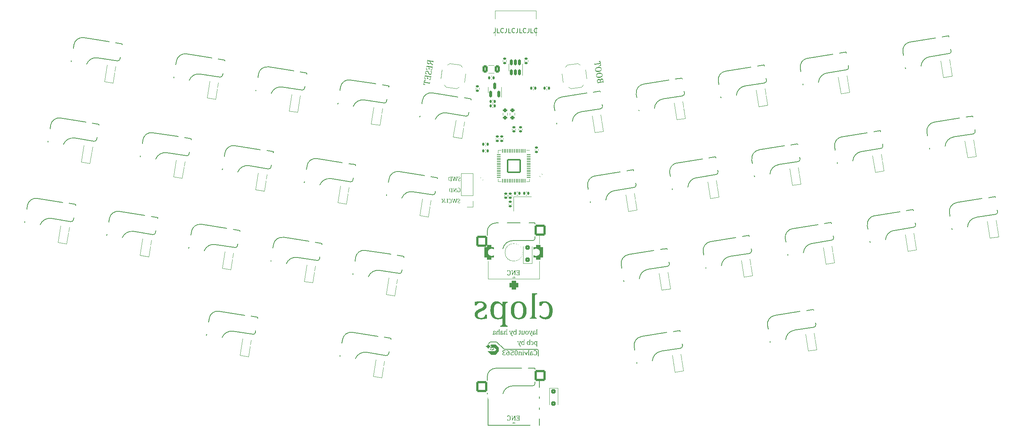
<source format=gbr>
%TF.GenerationSoftware,KiCad,Pcbnew,(7.0.0)*%
%TF.CreationDate,2024-04-21T21:29:13+02:00*%
%TF.ProjectId,clops,636c6f70-732e-46b6-9963-61645f706362,rev?*%
%TF.SameCoordinates,Original*%
%TF.FileFunction,Legend,Bot*%
%TF.FilePolarity,Positive*%
%FSLAX46Y46*%
G04 Gerber Fmt 4.6, Leading zero omitted, Abs format (unit mm)*
G04 Created by KiCad (PCBNEW (7.0.0)) date 2024-04-21 21:29:13*
%MOMM*%
%LPD*%
G01*
G04 APERTURE LIST*
G04 Aperture macros list*
%AMRoundRect*
0 Rectangle with rounded corners*
0 $1 Rounding radius*
0 $2 $3 $4 $5 $6 $7 $8 $9 X,Y pos of 4 corners*
0 Add a 4 corners polygon primitive as box body*
4,1,4,$2,$3,$4,$5,$6,$7,$8,$9,$2,$3,0*
0 Add four circle primitives for the rounded corners*
1,1,$1+$1,$2,$3*
1,1,$1+$1,$4,$5*
1,1,$1+$1,$6,$7*
1,1,$1+$1,$8,$9*
0 Add four rect primitives between the rounded corners*
20,1,$1+$1,$2,$3,$4,$5,0*
20,1,$1+$1,$4,$5,$6,$7,0*
20,1,$1+$1,$6,$7,$8,$9,0*
20,1,$1+$1,$8,$9,$2,$3,0*%
%AMRotRect*
0 Rectangle, with rotation*
0 The origin of the aperture is its center*
0 $1 length*
0 $2 width*
0 $3 Rotation angle, in degrees counterclockwise*
0 Add horizontal line*
21,1,$1,$2,0,0,$3*%
%AMFreePoly0*
4,1,6,0.600000,-0.250000,-0.600000,-0.250000,-0.600000,1.000000,0.000000,0.400000,0.600000,1.000000,0.600000,-0.250000,0.600000,-0.250000,$1*%
%AMFreePoly1*
4,1,6,0.600000,0.200000,0.000000,-0.400000,-0.600000,0.200000,-0.600000,0.400000,0.600000,0.400000,0.600000,0.200000,0.600000,0.200000,$1*%
G04 Aperture macros list end*
%ADD10C,0.150000*%
%ADD11C,0.200000*%
%ADD12C,0.120000*%
%ADD13C,0.300000*%
%ADD14C,0.600000*%
%ADD15C,0.100000*%
%ADD16C,4.000000*%
%ADD17C,3.987800*%
%ADD18R,1.700000X1.700000*%
%ADD19O,1.700000X1.700000*%
%ADD20O,2.100000X1.600000*%
%ADD21FreePoly0,270.000000*%
%ADD22FreePoly1,270.000000*%
%ADD23C,1.600000*%
%ADD24C,2.000000*%
%ADD25RoundRect,0.500000X0.500000X-0.500000X0.500000X0.500000X-0.500000X0.500000X-0.500000X-0.500000X0*%
%ADD26RoundRect,0.550000X0.550000X-1.150000X0.550000X1.150000X-0.550000X1.150000X-0.550000X-1.150000X0*%
%ADD27RoundRect,0.250000X-0.300000X0.300000X-0.300000X-0.300000X0.300000X-0.300000X0.300000X0.300000X0*%
%ADD28RoundRect,0.250000X0.300000X-0.300000X0.300000X0.300000X-0.300000X0.300000X-0.300000X-0.300000X0*%
%ADD29C,1.750000*%
%ADD30C,3.300000*%
%ADD31RoundRect,0.250000X0.855946X1.148034X-1.168815X0.827343X-0.855946X-1.148034X1.168815X-0.827343X0*%
%ADD32RoundRect,0.250000X0.249376X-0.343237X0.343237X0.249376X-0.249376X0.343237X-0.343237X-0.249376X0*%
%ADD33RoundRect,0.250000X0.343237X-0.249376X0.249376X0.343237X-0.343237X0.249376X-0.249376X-0.343237X0*%
%ADD34RoundRect,0.140000X0.170000X-0.140000X0.170000X0.140000X-0.170000X0.140000X-0.170000X-0.140000X0*%
%ADD35RoundRect,0.150000X0.150000X-0.587500X0.150000X0.587500X-0.150000X0.587500X-0.150000X-0.587500X0*%
%ADD36RoundRect,0.200000X-0.275000X0.200000X-0.275000X-0.200000X0.275000X-0.200000X0.275000X0.200000X0*%
%ADD37RoundRect,0.135000X-0.185000X0.135000X-0.185000X-0.135000X0.185000X-0.135000X0.185000X0.135000X0*%
%ADD38RoundRect,0.250000X0.375000X0.625000X-0.375000X0.625000X-0.375000X-0.625000X0.375000X-0.625000X0*%
%ADD39RoundRect,0.250000X1.168815X0.827343X-0.855946X1.148034X-1.168815X-0.827343X0.855946X-1.148034X0*%
%ADD40RoundRect,0.135000X0.135000X0.185000X-0.135000X0.185000X-0.135000X-0.185000X0.135000X-0.185000X0*%
%ADD41R,0.900000X0.300000*%
%ADD42R,0.250000X1.650000*%
%ADD43RoundRect,0.140000X-0.021213X0.219203X-0.219203X0.021213X0.021213X-0.219203X0.219203X-0.021213X0*%
%ADD44RotRect,1.700000X1.000000X189.000000*%
%ADD45RoundRect,0.140000X0.140000X0.170000X-0.140000X0.170000X-0.140000X-0.170000X0.140000X-0.170000X0*%
%ADD46RoundRect,0.250000X1.025000X1.000000X-1.025000X1.000000X-1.025000X-1.000000X1.025000X-1.000000X0*%
%ADD47RoundRect,0.140000X-0.140000X-0.170000X0.140000X-0.170000X0.140000X0.170000X-0.140000X0.170000X0*%
%ADD48RoundRect,0.140000X-0.170000X0.140000X-0.170000X-0.140000X0.170000X-0.140000X0.170000X0.140000X0*%
%ADD49RoundRect,0.150000X0.150000X-0.512500X0.150000X0.512500X-0.150000X0.512500X-0.150000X-0.512500X0*%
%ADD50RoundRect,0.050000X0.387500X0.050000X-0.387500X0.050000X-0.387500X-0.050000X0.387500X-0.050000X0*%
%ADD51RoundRect,0.050000X0.050000X0.387500X-0.050000X0.387500X-0.050000X-0.387500X0.050000X-0.387500X0*%
%ADD52RoundRect,0.144000X1.456000X1.456000X-1.456000X1.456000X-1.456000X-1.456000X1.456000X-1.456000X0*%
%ADD53R,1.400000X1.200000*%
%ADD54RoundRect,0.140000X-0.219203X-0.021213X-0.021213X-0.219203X0.219203X0.021213X0.021213X0.219203X0*%
%ADD55C,0.650000*%
%ADD56R,0.600000X1.450000*%
%ADD57R,0.300000X1.450000*%
%ADD58O,1.000000X1.600000*%
%ADD59O,1.000000X2.100000*%
%ADD60RotRect,1.700000X1.000000X171.000000*%
%ADD61RoundRect,0.135000X-0.135000X-0.185000X0.135000X-0.185000X0.135000X0.185000X-0.135000X0.185000X0*%
G04 APERTURE END LIST*
D10*
X154331250Y-112712500D02*
X154331250Y-123031250D01*
D11*
X154086850Y-105965626D02*
G75*
G03*
X153689947Y-105568750I-396850J26D01*
G01*
D10*
X142531250Y-123031250D02*
X154043750Y-123031250D01*
D12*
X148731250Y-122537500D02*
X148131250Y-122537500D01*
D11*
X146066924Y-105452503D02*
G75*
G03*
X146347552Y-105568750I280876J281203D01*
G01*
D12*
X148131250Y-122537500D02*
X148431250Y-122237500D01*
D11*
X144595661Y-103981250D02*
X146066919Y-105452508D01*
D10*
X142531250Y-116681250D02*
X142531250Y-123031250D01*
D11*
X154086823Y-105965626D02*
X154087678Y-107084763D01*
X143188822Y-103891720D02*
G75*
G03*
X142972611Y-103981250I-22J-305780D01*
G01*
D12*
X148731250Y-122537500D02*
X148431250Y-122237500D01*
D11*
X142756400Y-104197461D02*
X142972611Y-103981250D01*
X144379450Y-103891692D02*
X143188822Y-103891692D01*
X146347552Y-105568750D02*
X153689947Y-105568750D01*
X144595657Y-103981254D02*
G75*
G03*
X144379450Y-103891692I-216357J-216546D01*
G01*
D10*
G36*
X136071926Y-71798069D02*
G01*
X136069234Y-71809698D01*
X136066379Y-71820864D01*
X136063361Y-71831565D01*
X136060179Y-71841804D01*
X136056835Y-71851578D01*
X136053327Y-71860889D01*
X136048396Y-71872582D01*
X136043176Y-71883451D01*
X136037665Y-71893495D01*
X136034801Y-71898208D01*
X136028725Y-71907070D01*
X136022222Y-71915336D01*
X136015292Y-71923007D01*
X136007934Y-71930082D01*
X136000149Y-71936562D01*
X135991936Y-71942447D01*
X135983296Y-71947736D01*
X135974229Y-71952430D01*
X135964615Y-71956552D01*
X135954338Y-71960124D01*
X135943397Y-71963147D01*
X135931791Y-71965620D01*
X135919522Y-71967543D01*
X135906589Y-71968917D01*
X135896453Y-71969587D01*
X135885943Y-71969947D01*
X135878730Y-71970016D01*
X135868832Y-71969851D01*
X135854537Y-71968984D01*
X135840903Y-71967375D01*
X135827930Y-71965023D01*
X135815618Y-71961928D01*
X135803967Y-71958091D01*
X135792978Y-71953510D01*
X135782649Y-71948187D01*
X135772982Y-71942122D01*
X135763976Y-71935313D01*
X135755631Y-71927762D01*
X135747949Y-71919498D01*
X135741023Y-71910551D01*
X135734852Y-71900922D01*
X135729436Y-71890610D01*
X135724777Y-71879616D01*
X135720872Y-71867939D01*
X135717724Y-71855579D01*
X135715331Y-71842536D01*
X135713694Y-71828811D01*
X135712812Y-71814404D01*
X135712645Y-71804419D01*
X135712923Y-71791730D01*
X135713759Y-71779552D01*
X135715152Y-71767886D01*
X135717102Y-71756731D01*
X135719609Y-71746087D01*
X135722674Y-71735955D01*
X135726295Y-71726334D01*
X135730474Y-71717225D01*
X135735287Y-71708439D01*
X135740809Y-71699792D01*
X135747041Y-71691281D01*
X135753983Y-71682908D01*
X135761634Y-71674673D01*
X135769996Y-71666575D01*
X135779067Y-71658614D01*
X135788848Y-71650790D01*
X135796824Y-71644838D01*
X135805546Y-71638706D01*
X135815016Y-71632394D01*
X135825233Y-71625901D01*
X135836197Y-71619227D01*
X135847907Y-71612374D01*
X135860365Y-71605340D01*
X135869085Y-71600550D01*
X135878138Y-71595681D01*
X135887522Y-71590731D01*
X135897238Y-71585701D01*
X135907287Y-71580591D01*
X135912435Y-71578006D01*
X135922349Y-71573006D01*
X135932001Y-71568019D01*
X135941392Y-71563045D01*
X135950522Y-71558085D01*
X135959390Y-71553138D01*
X135967997Y-71548205D01*
X135980417Y-71540829D01*
X135992248Y-71533484D01*
X136003492Y-71526169D01*
X136014147Y-71518884D01*
X136024214Y-71511629D01*
X136033693Y-71504404D01*
X136039686Y-71499604D01*
X136048224Y-71492313D01*
X136056347Y-71484910D01*
X136064053Y-71477395D01*
X136071342Y-71469768D01*
X136078215Y-71462030D01*
X136084671Y-71454181D01*
X136090711Y-71446219D01*
X136096335Y-71438147D01*
X136103185Y-71427209D01*
X136109295Y-71416073D01*
X136114676Y-71404651D01*
X136119339Y-71392977D01*
X136123285Y-71381051D01*
X136126514Y-71368873D01*
X136129025Y-71356443D01*
X136130819Y-71343762D01*
X136131895Y-71330829D01*
X136132231Y-71320963D01*
X136132254Y-71317643D01*
X136131938Y-71303261D01*
X136130992Y-71289239D01*
X136129414Y-71275577D01*
X136127205Y-71262276D01*
X136124365Y-71249336D01*
X136120894Y-71236757D01*
X136116791Y-71224538D01*
X136112058Y-71212680D01*
X136106693Y-71201182D01*
X136100698Y-71190045D01*
X136096350Y-71182821D01*
X136089278Y-71172335D01*
X136081618Y-71162308D01*
X136073370Y-71152740D01*
X136064534Y-71143632D01*
X136055109Y-71134983D01*
X136045096Y-71126793D01*
X136034495Y-71119063D01*
X136023306Y-71111792D01*
X136011529Y-71104981D01*
X135999163Y-71098629D01*
X135990593Y-71094650D01*
X135977319Y-71089062D01*
X135963694Y-71084025D01*
X135949716Y-71079537D01*
X135940202Y-71076850D01*
X135930532Y-71074408D01*
X135920705Y-71072210D01*
X135910721Y-71070256D01*
X135900581Y-71068546D01*
X135890285Y-71067081D01*
X135879832Y-71065859D01*
X135869223Y-71064882D01*
X135858457Y-71064150D01*
X135847535Y-71063661D01*
X135836456Y-71063417D01*
X135830858Y-71063386D01*
X135821079Y-71063436D01*
X135808108Y-71063655D01*
X135795212Y-71064050D01*
X135782394Y-71064621D01*
X135769651Y-71065367D01*
X135756985Y-71066288D01*
X135744395Y-71067386D01*
X135731881Y-71068658D01*
X135728765Y-71069004D01*
X135715915Y-71070626D01*
X135705762Y-71072128D01*
X135695167Y-71073875D01*
X135684129Y-71075866D01*
X135672650Y-71078102D01*
X135660728Y-71080583D01*
X135648364Y-71083308D01*
X135635558Y-71086279D01*
X135622309Y-71089494D01*
X135608618Y-71092953D01*
X135603956Y-71094161D01*
X135603956Y-71282228D01*
X135672100Y-71282228D01*
X135675148Y-71271017D01*
X135678337Y-71260283D01*
X135681668Y-71250026D01*
X135685141Y-71240245D01*
X135688755Y-71230941D01*
X135693794Y-71219276D01*
X135699085Y-71208459D01*
X135704629Y-71198489D01*
X135710424Y-71189366D01*
X135711912Y-71187218D01*
X135718029Y-71178993D01*
X135724414Y-71171418D01*
X135732770Y-71162861D01*
X135741544Y-71155318D01*
X135750736Y-71148789D01*
X135760344Y-71143273D01*
X135768332Y-71139590D01*
X135778878Y-71135650D01*
X135790366Y-71132377D01*
X135800235Y-71130240D01*
X135810707Y-71128531D01*
X135821782Y-71127248D01*
X135833460Y-71126393D01*
X135845741Y-71125966D01*
X135852107Y-71125913D01*
X135863136Y-71126172D01*
X135873875Y-71126951D01*
X135884324Y-71128248D01*
X135894483Y-71130065D01*
X135904352Y-71132400D01*
X135913931Y-71135255D01*
X135923220Y-71138628D01*
X135932219Y-71142521D01*
X135942858Y-71148129D01*
X135952793Y-71154571D01*
X135962025Y-71161848D01*
X135970554Y-71169960D01*
X135978378Y-71178907D01*
X135985499Y-71188689D01*
X135988150Y-71192835D01*
X135992959Y-71201403D01*
X135997126Y-71210375D01*
X136000653Y-71219751D01*
X136003538Y-71229533D01*
X136005782Y-71239718D01*
X136007385Y-71250309D01*
X136008346Y-71261303D01*
X136008667Y-71272703D01*
X136008396Y-71284739D01*
X136007583Y-71296303D01*
X136006228Y-71307393D01*
X136004332Y-71318010D01*
X136001893Y-71328153D01*
X135998912Y-71337824D01*
X135995390Y-71347021D01*
X135991326Y-71355745D01*
X135985353Y-71366235D01*
X135979888Y-71374455D01*
X135973813Y-71382523D01*
X135967127Y-71390438D01*
X135959830Y-71398200D01*
X135951922Y-71405810D01*
X135943404Y-71413267D01*
X135936615Y-71418760D01*
X135926777Y-71426133D01*
X135918667Y-71431803D01*
X135909930Y-71437593D01*
X135900566Y-71443504D01*
X135890575Y-71449534D01*
X135879958Y-71455685D01*
X135868714Y-71461956D01*
X135856843Y-71468348D01*
X135844345Y-71474859D01*
X135831220Y-71481491D01*
X135826706Y-71483728D01*
X135815870Y-71489260D01*
X135805342Y-71494742D01*
X135795124Y-71500175D01*
X135785215Y-71505558D01*
X135775615Y-71510891D01*
X135766325Y-71516175D01*
X135757343Y-71521409D01*
X135748670Y-71526593D01*
X135740307Y-71531728D01*
X135728341Y-71539337D01*
X135717071Y-71546835D01*
X135706497Y-71554221D01*
X135696618Y-71561495D01*
X135690418Y-71566282D01*
X135681494Y-71573523D01*
X135672947Y-71580957D01*
X135664779Y-71588584D01*
X135656988Y-71596404D01*
X135649575Y-71604418D01*
X135642539Y-71612625D01*
X135635882Y-71621025D01*
X135629602Y-71629618D01*
X135623700Y-71638404D01*
X135618176Y-71647383D01*
X135614703Y-71653477D01*
X135609858Y-71662780D01*
X135605490Y-71672371D01*
X135601598Y-71682249D01*
X135598182Y-71692415D01*
X135595244Y-71702868D01*
X135592781Y-71713610D01*
X135590796Y-71724638D01*
X135589287Y-71735955D01*
X135588254Y-71747559D01*
X135587698Y-71759451D01*
X135587592Y-71767539D01*
X135587792Y-71780988D01*
X135588391Y-71794043D01*
X135589389Y-71806702D01*
X135590786Y-71818967D01*
X135592583Y-71830837D01*
X135594779Y-71842311D01*
X135597375Y-71853391D01*
X135600369Y-71864076D01*
X135603763Y-71874365D01*
X135607556Y-71884260D01*
X135610307Y-71890637D01*
X135614720Y-71899908D01*
X135619443Y-71908852D01*
X135624475Y-71917470D01*
X135629816Y-71925762D01*
X135637418Y-71936310D01*
X135645569Y-71946279D01*
X135654270Y-71955667D01*
X135663521Y-71964475D01*
X135673321Y-71972703D01*
X135683583Y-71980308D01*
X135694342Y-71987372D01*
X135705596Y-71993894D01*
X135714362Y-71998430D01*
X135723407Y-72002661D01*
X135732732Y-72006588D01*
X135742335Y-72010209D01*
X135752218Y-72013526D01*
X135762379Y-72016537D01*
X135769309Y-72018376D01*
X135779891Y-72020908D01*
X135790661Y-72023190D01*
X135801620Y-72025224D01*
X135812769Y-72027008D01*
X135824106Y-72028544D01*
X135835632Y-72029831D01*
X135847347Y-72030868D01*
X135859251Y-72031657D01*
X135871344Y-72032196D01*
X135883626Y-72032487D01*
X135891919Y-72032542D01*
X135905512Y-72032393D01*
X135919366Y-72031947D01*
X135933478Y-72031203D01*
X135947850Y-72030161D01*
X135962482Y-72028821D01*
X135977373Y-72027184D01*
X135992524Y-72025249D01*
X136007934Y-72023017D01*
X136023604Y-72020486D01*
X136039533Y-72017658D01*
X136055722Y-72014533D01*
X136072170Y-72011110D01*
X136088878Y-72007389D01*
X136105845Y-72003370D01*
X136123072Y-71999054D01*
X136140558Y-71994440D01*
X136140558Y-71798069D01*
X136071926Y-71798069D01*
G37*
G36*
X134876357Y-71254140D02*
G01*
X135096176Y-72016911D01*
X135207550Y-72016911D01*
X135407341Y-71275145D01*
X135410421Y-71263807D01*
X135413432Y-71252995D01*
X135416374Y-71242710D01*
X135419248Y-71232952D01*
X135422743Y-71221495D01*
X135426131Y-71210860D01*
X135429412Y-71201049D01*
X135430056Y-71199185D01*
X135433911Y-71188549D01*
X135437784Y-71178806D01*
X135442323Y-71168568D01*
X135446886Y-71159546D01*
X135450816Y-71152779D01*
X135456722Y-71143957D01*
X135463601Y-71135694D01*
X135470813Y-71129054D01*
X135473042Y-71127378D01*
X135481572Y-71122274D01*
X135491043Y-71118088D01*
X135500889Y-71114691D01*
X135507725Y-71112723D01*
X135507725Y-71079018D01*
X135213656Y-71079018D01*
X135213656Y-71112968D01*
X135223937Y-71115170D01*
X135233410Y-71117624D01*
X135244112Y-71121045D01*
X135253550Y-71124860D01*
X135263207Y-71129958D01*
X135272173Y-71136621D01*
X135273252Y-71137636D01*
X135279818Y-71145415D01*
X135284772Y-71154433D01*
X135288113Y-71164689D01*
X135289693Y-71174467D01*
X135290104Y-71183310D01*
X135289812Y-71194202D01*
X135289097Y-71204209D01*
X135287952Y-71214833D01*
X135286378Y-71226076D01*
X135284738Y-71235917D01*
X135283998Y-71239974D01*
X135281901Y-71250416D01*
X135279576Y-71261288D01*
X135277025Y-71272589D01*
X135274248Y-71284319D01*
X135271863Y-71294013D01*
X135269332Y-71303981D01*
X135266657Y-71314224D01*
X135128660Y-71853268D01*
X134907376Y-71079018D01*
X134791849Y-71079018D01*
X134612575Y-71854001D01*
X134450642Y-71333519D01*
X134447063Y-71321886D01*
X134443715Y-71310678D01*
X134440598Y-71299897D01*
X134437712Y-71289540D01*
X134435057Y-71279609D01*
X134432633Y-71270104D01*
X134429429Y-71256643D01*
X134426745Y-71244140D01*
X134424581Y-71232595D01*
X134422935Y-71222007D01*
X134421550Y-71209379D01*
X134421088Y-71198453D01*
X134421363Y-71188378D01*
X134422479Y-71176814D01*
X134424454Y-71166396D01*
X134427958Y-71155405D01*
X134432698Y-71146063D01*
X134438674Y-71138369D01*
X134445993Y-71131820D01*
X134454943Y-71126096D01*
X134465524Y-71121196D01*
X134475589Y-71117742D01*
X134486786Y-71114861D01*
X134496559Y-71112968D01*
X134496559Y-71079018D01*
X134225938Y-71079018D01*
X134225938Y-71112968D01*
X134235693Y-71116494D01*
X134245462Y-71120716D01*
X134254822Y-71125725D01*
X134258911Y-71128355D01*
X134267331Y-71134982D01*
X134274734Y-71142310D01*
X134281193Y-71149965D01*
X134282603Y-71151802D01*
X134288358Y-71160137D01*
X134293619Y-71169083D01*
X134298296Y-71177979D01*
X134303127Y-71188008D01*
X134307271Y-71197232D01*
X134311576Y-71207367D01*
X134316096Y-71218541D01*
X134319867Y-71228226D01*
X134323775Y-71238576D01*
X134327820Y-71249590D01*
X134332003Y-71261268D01*
X134336323Y-71273610D01*
X134338534Y-71280030D01*
X134588639Y-72016911D01*
X134686825Y-72016911D01*
X134876357Y-71254140D01*
G37*
G36*
X133544745Y-71093917D02*
G01*
X133544745Y-71282228D01*
X133612889Y-71282228D01*
X133616037Y-71271537D01*
X133619343Y-71261262D01*
X133622809Y-71251404D01*
X133626433Y-71241962D01*
X133630216Y-71232937D01*
X133635507Y-71221551D01*
X133641081Y-71210906D01*
X133646937Y-71201000D01*
X133653076Y-71191836D01*
X133654654Y-71189660D01*
X133661134Y-71181360D01*
X133667874Y-71173677D01*
X133674873Y-71166613D01*
X133683987Y-71158653D01*
X133693506Y-71151658D01*
X133703431Y-71145630D01*
X133713761Y-71140567D01*
X133724628Y-71136345D01*
X133736163Y-71132839D01*
X133745871Y-71130549D01*
X133756007Y-71128718D01*
X133766571Y-71127344D01*
X133777562Y-71126428D01*
X133788980Y-71125970D01*
X133794850Y-71125913D01*
X133807995Y-71126329D01*
X133820870Y-71127578D01*
X133833475Y-71129661D01*
X133845809Y-71132576D01*
X133857872Y-71136324D01*
X133869665Y-71140905D01*
X133881188Y-71146319D01*
X133892440Y-71152566D01*
X133903422Y-71159645D01*
X133914133Y-71167558D01*
X133921123Y-71173296D01*
X133931265Y-71182599D01*
X133940990Y-71192739D01*
X133950299Y-71203716D01*
X133956273Y-71211499D01*
X133962062Y-71219655D01*
X133967667Y-71228182D01*
X133973086Y-71237082D01*
X133978320Y-71246354D01*
X133983369Y-71255997D01*
X133988233Y-71266013D01*
X133992911Y-71276401D01*
X133997405Y-71287161D01*
X134001714Y-71298293D01*
X134005837Y-71309798D01*
X134007829Y-71315689D01*
X134011645Y-71327721D01*
X134015214Y-71340064D01*
X134018537Y-71352718D01*
X134021614Y-71365683D01*
X134024445Y-71378959D01*
X134027029Y-71392546D01*
X134029368Y-71406444D01*
X134031460Y-71420653D01*
X134033306Y-71435173D01*
X134034906Y-71450004D01*
X134036260Y-71465146D01*
X134037368Y-71480599D01*
X134038229Y-71496363D01*
X134038844Y-71512438D01*
X134039214Y-71528825D01*
X134039337Y-71545522D01*
X134039236Y-71562311D01*
X134038932Y-71578788D01*
X134038427Y-71594955D01*
X134037719Y-71610811D01*
X134036808Y-71626356D01*
X134035696Y-71641589D01*
X134034381Y-71656512D01*
X134032864Y-71671124D01*
X134031145Y-71685424D01*
X134029224Y-71699414D01*
X134027100Y-71713092D01*
X134024774Y-71726460D01*
X134022246Y-71739516D01*
X134019515Y-71752262D01*
X134016582Y-71764696D01*
X134013447Y-71776820D01*
X134010084Y-71788604D01*
X134006528Y-71800023D01*
X134002780Y-71811075D01*
X133998838Y-71821760D01*
X133994704Y-71832080D01*
X133990378Y-71842033D01*
X133985858Y-71851619D01*
X133981146Y-71860839D01*
X133976241Y-71869693D01*
X133971143Y-71878181D01*
X133963136Y-71890225D01*
X133954694Y-71901445D01*
X133945819Y-71911840D01*
X133936511Y-71921412D01*
X133926737Y-71930098D01*
X133916561Y-71937929D01*
X133905981Y-71944907D01*
X133894997Y-71951030D01*
X133883610Y-71956298D01*
X133871819Y-71960713D01*
X133859624Y-71964273D01*
X133847026Y-71966978D01*
X133834024Y-71968829D01*
X133820619Y-71969826D01*
X133811458Y-71970016D01*
X133801062Y-71969874D01*
X133791031Y-71969449D01*
X133778223Y-71968442D01*
X133766064Y-71966930D01*
X133754554Y-71964915D01*
X133743693Y-71962397D01*
X133733481Y-71959374D01*
X133723917Y-71955848D01*
X133719379Y-71953896D01*
X133710586Y-71949507D01*
X133702160Y-71944523D01*
X133694100Y-71938944D01*
X133686406Y-71932769D01*
X133679079Y-71925999D01*
X133672118Y-71918633D01*
X133665523Y-71910672D01*
X133659295Y-71902116D01*
X133653227Y-71892744D01*
X133647235Y-71882333D01*
X133641320Y-71870884D01*
X133636934Y-71861616D01*
X133632590Y-71851764D01*
X133628290Y-71841329D01*
X133624032Y-71830309D01*
X133619818Y-71818706D01*
X133615646Y-71806518D01*
X133612889Y-71798069D01*
X133544745Y-71798069D01*
X133544745Y-71997615D01*
X133556907Y-72000792D01*
X133569120Y-72003818D01*
X133581384Y-72006694D01*
X133593700Y-72009419D01*
X133606068Y-72011994D01*
X133618487Y-72014419D01*
X133630958Y-72016694D01*
X133643480Y-72018819D01*
X133656054Y-72020793D01*
X133668679Y-72022617D01*
X133677125Y-72023749D01*
X133689928Y-72025321D01*
X133702968Y-72026737D01*
X133716243Y-72028000D01*
X133729755Y-72029107D01*
X133743503Y-72030060D01*
X133757487Y-72030859D01*
X133771707Y-72031503D01*
X133786164Y-72031992D01*
X133795933Y-72032233D01*
X133805806Y-72032405D01*
X133815785Y-72032508D01*
X133825869Y-72032542D01*
X133836685Y-72032426D01*
X133847335Y-72032076D01*
X133857820Y-72031494D01*
X133868138Y-72030680D01*
X133878290Y-72029632D01*
X133888276Y-72028352D01*
X133898097Y-72026839D01*
X133907751Y-72025093D01*
X133926561Y-72020902D01*
X133944708Y-72015781D01*
X133962190Y-72009728D01*
X133979009Y-72002744D01*
X133995163Y-71994829D01*
X134010654Y-71985983D01*
X134025480Y-71976206D01*
X134039642Y-71965497D01*
X134053140Y-71953858D01*
X134065975Y-71941287D01*
X134078145Y-71927785D01*
X134089651Y-71913352D01*
X134100446Y-71897964D01*
X134110545Y-71881661D01*
X134119947Y-71864442D01*
X134124387Y-71855489D01*
X134128653Y-71846307D01*
X134132745Y-71836896D01*
X134136663Y-71827256D01*
X134140406Y-71817387D01*
X134143976Y-71807289D01*
X134147371Y-71796962D01*
X134150592Y-71786406D01*
X134153639Y-71775621D01*
X134156512Y-71764608D01*
X134159211Y-71753365D01*
X134161736Y-71741893D01*
X134164086Y-71730192D01*
X134166263Y-71718263D01*
X134168265Y-71706104D01*
X134170094Y-71693716D01*
X134171748Y-71681099D01*
X134173228Y-71668254D01*
X134174534Y-71655179D01*
X134175665Y-71641876D01*
X134176623Y-71628343D01*
X134177407Y-71614581D01*
X134178016Y-71600591D01*
X134178451Y-71586371D01*
X134178712Y-71571923D01*
X134178799Y-71557245D01*
X134178619Y-71538857D01*
X134178078Y-71520754D01*
X134177177Y-71502938D01*
X134175914Y-71485408D01*
X134174291Y-71468164D01*
X134172308Y-71451206D01*
X134169964Y-71434534D01*
X134167259Y-71418149D01*
X134164194Y-71402050D01*
X134160767Y-71386237D01*
X134156981Y-71370711D01*
X134152833Y-71355470D01*
X134148325Y-71340516D01*
X134143457Y-71325848D01*
X134138227Y-71311467D01*
X134132638Y-71297371D01*
X134126667Y-71283587D01*
X134120357Y-71270199D01*
X134113707Y-71257208D01*
X134106717Y-71244615D01*
X134099388Y-71232418D01*
X134091719Y-71220618D01*
X134083711Y-71209215D01*
X134075363Y-71198208D01*
X134066675Y-71187599D01*
X134057647Y-71177387D01*
X134048280Y-71167571D01*
X134038574Y-71158153D01*
X134028527Y-71149131D01*
X134018141Y-71140506D01*
X134007415Y-71132278D01*
X133996350Y-71124447D01*
X133984948Y-71117053D01*
X133973273Y-71110136D01*
X133961325Y-71103696D01*
X133949104Y-71097733D01*
X133936611Y-71092247D01*
X133923844Y-71087238D01*
X133910805Y-71082706D01*
X133897493Y-71078652D01*
X133883908Y-71075074D01*
X133870050Y-71071973D01*
X133855919Y-71069349D01*
X133841515Y-71067203D01*
X133826839Y-71065533D01*
X133811889Y-71064340D01*
X133796667Y-71063625D01*
X133781172Y-71063386D01*
X133769534Y-71063444D01*
X133758068Y-71063618D01*
X133746774Y-71063908D01*
X133735651Y-71064314D01*
X133724700Y-71064835D01*
X133713921Y-71065473D01*
X133703314Y-71066226D01*
X133692878Y-71067096D01*
X133682614Y-71068081D01*
X133672522Y-71069182D01*
X133665889Y-71069981D01*
X133655819Y-71071270D01*
X133645482Y-71072757D01*
X133634879Y-71074442D01*
X133624009Y-71076324D01*
X133612874Y-71078403D01*
X133601472Y-71080680D01*
X133589804Y-71083154D01*
X133577870Y-71085826D01*
X133565670Y-71088696D01*
X133553204Y-71091762D01*
X133544745Y-71093917D01*
G37*
G36*
X133181312Y-71954384D02*
G01*
X133001305Y-71954384D01*
X132990566Y-71954264D01*
X132980514Y-71953903D01*
X132969654Y-71953179D01*
X132959730Y-71952127D01*
X132951968Y-71950965D01*
X132942320Y-71948904D01*
X132932342Y-71946038D01*
X132922344Y-71942174D01*
X132917774Y-71939974D01*
X132909206Y-71934717D01*
X132901211Y-71928411D01*
X132893788Y-71921055D01*
X132892372Y-71919458D01*
X132886130Y-71911420D01*
X132880711Y-71903238D01*
X132875414Y-71894079D01*
X132870879Y-71885264D01*
X132866343Y-71875453D01*
X132862547Y-71866225D01*
X132858838Y-71856242D01*
X132855214Y-71845503D01*
X132852260Y-71835976D01*
X132851095Y-71832019D01*
X132848088Y-71821162D01*
X132845527Y-71811353D01*
X132842829Y-71800543D01*
X132839993Y-71788734D01*
X132837020Y-71775924D01*
X132834701Y-71765661D01*
X132832303Y-71754835D01*
X132829829Y-71743447D01*
X132828137Y-71735543D01*
X132758772Y-71735543D01*
X132772449Y-72016911D01*
X133390139Y-72016911D01*
X133390139Y-71983205D01*
X133379896Y-71980419D01*
X133370539Y-71977557D01*
X133360087Y-71973872D01*
X133351018Y-71970067D01*
X133341962Y-71965345D01*
X133333915Y-71959618D01*
X133332986Y-71958781D01*
X133326407Y-71951362D01*
X133321080Y-71942539D01*
X133317004Y-71932311D01*
X133314464Y-71922210D01*
X133314180Y-71920679D01*
X133312686Y-71910509D01*
X133311677Y-71900631D01*
X133310882Y-71889477D01*
X133310402Y-71879635D01*
X133310058Y-71868976D01*
X133309852Y-71857500D01*
X133309783Y-71845208D01*
X133309783Y-71250721D01*
X133309837Y-71239279D01*
X133309997Y-71228647D01*
X133310264Y-71218824D01*
X133310748Y-71207683D01*
X133311400Y-71197806D01*
X133312401Y-71187622D01*
X133313203Y-71181844D01*
X133315187Y-71171586D01*
X133318077Y-71161505D01*
X133322103Y-71152117D01*
X133324438Y-71148139D01*
X133330446Y-71140349D01*
X133337724Y-71133771D01*
X133345443Y-71128844D01*
X133355370Y-71124121D01*
X133364505Y-71120645D01*
X133375439Y-71117028D01*
X133386244Y-71113817D01*
X133390139Y-71112723D01*
X133390139Y-71079018D01*
X133100956Y-71079018D01*
X133100956Y-71112968D01*
X133111612Y-71116022D01*
X133121049Y-71118955D01*
X133130517Y-71122226D01*
X133140252Y-71126191D01*
X133143698Y-71127867D01*
X133152605Y-71133282D01*
X133160276Y-71140002D01*
X133164703Y-71145208D01*
X133169922Y-71154149D01*
X133173462Y-71163526D01*
X133176057Y-71173418D01*
X133177160Y-71178913D01*
X133178777Y-71190137D01*
X133179848Y-71201803D01*
X133180517Y-71212968D01*
X133180906Y-71222845D01*
X133181166Y-71233561D01*
X133181295Y-71245116D01*
X133181312Y-71251209D01*
X133181312Y-71954384D01*
G37*
G36*
X132430509Y-71501070D02*
G01*
X132409993Y-71501070D01*
X132398781Y-71500684D01*
X132388014Y-71499527D01*
X132377690Y-71497598D01*
X132367811Y-71494899D01*
X132362365Y-71493010D01*
X132352621Y-71488699D01*
X132343897Y-71483924D01*
X132334830Y-71478154D01*
X132325419Y-71471388D01*
X132317314Y-71464988D01*
X132314005Y-71462235D01*
X132304924Y-71454195D01*
X132296671Y-71446405D01*
X132287541Y-71437410D01*
X132280117Y-71429873D01*
X132272199Y-71421657D01*
X132263788Y-71412762D01*
X132254883Y-71403190D01*
X132245484Y-71392939D01*
X132235591Y-71382009D01*
X132232184Y-71378215D01*
X132224104Y-71369243D01*
X132216350Y-71360584D01*
X132208923Y-71352238D01*
X132201822Y-71344205D01*
X132195047Y-71336484D01*
X132188598Y-71329077D01*
X132179537Y-71318552D01*
X132171210Y-71308732D01*
X132163617Y-71299616D01*
X132156759Y-71291204D01*
X132150634Y-71283496D01*
X132143610Y-71274314D01*
X132142058Y-71272214D01*
X132134800Y-71262696D01*
X132128167Y-71253560D01*
X132122160Y-71244805D01*
X132116779Y-71236432D01*
X132110933Y-71226503D01*
X132106065Y-71217170D01*
X132101514Y-71206757D01*
X132097988Y-71196941D01*
X132095469Y-71187279D01*
X132093840Y-71176590D01*
X132093454Y-71168411D01*
X132094214Y-71157144D01*
X132096493Y-71147280D01*
X132100958Y-71137724D01*
X132107407Y-71130000D01*
X132109330Y-71128355D01*
X132117878Y-71122631D01*
X132127892Y-71118158D01*
X132137857Y-71115271D01*
X132148943Y-71113343D01*
X132152317Y-71112968D01*
X132152317Y-71079018D01*
X131852875Y-71079018D01*
X131852875Y-71112968D01*
X131862469Y-71115444D01*
X131872015Y-71118598D01*
X131881516Y-71122430D01*
X131890969Y-71126939D01*
X131896350Y-71129820D01*
X131905693Y-71135394D01*
X131915130Y-71141855D01*
X131923293Y-71148101D01*
X131931525Y-71154998D01*
X131939825Y-71162549D01*
X131947290Y-71169699D01*
X131955792Y-71178172D01*
X131963340Y-71185904D01*
X131971553Y-71194483D01*
X131980430Y-71203909D01*
X131987523Y-71211535D01*
X131994990Y-71219637D01*
X132002830Y-71228216D01*
X132005527Y-71231181D01*
X132236336Y-71489346D01*
X131986231Y-71854489D01*
X131978917Y-71865038D01*
X131971903Y-71874977D01*
X131965190Y-71884306D01*
X131958777Y-71893026D01*
X131952665Y-71901136D01*
X131944983Y-71911001D01*
X131937835Y-71919782D01*
X131931221Y-71927480D01*
X131923705Y-71935578D01*
X131916661Y-71942454D01*
X131908349Y-71949919D01*
X131900191Y-71956525D01*
X131892189Y-71962272D01*
X131883047Y-71967892D01*
X131880474Y-71969283D01*
X131871275Y-71973539D01*
X131861841Y-71977117D01*
X131852174Y-71980017D01*
X131842273Y-71982239D01*
X131836511Y-71983205D01*
X131836511Y-72016911D01*
X132139372Y-72016911D01*
X132139372Y-71983205D01*
X132128913Y-71982081D01*
X132118563Y-71980139D01*
X132108963Y-71977114D01*
X132102247Y-71973680D01*
X132095103Y-71966936D01*
X132091084Y-71957228D01*
X132090523Y-71950965D01*
X132091657Y-71940901D01*
X132094333Y-71931413D01*
X132098087Y-71922017D01*
X132098583Y-71920923D01*
X132103071Y-71911672D01*
X132107950Y-71902827D01*
X132113717Y-71893280D01*
X132119367Y-71884539D01*
X132123496Y-71878425D01*
X132283719Y-71638578D01*
X132290508Y-71628309D01*
X132296832Y-71618871D01*
X132302690Y-71610265D01*
X132309358Y-71600678D01*
X132315298Y-71592391D01*
X132321466Y-71584162D01*
X132324996Y-71579716D01*
X132331606Y-71572083D01*
X132339371Y-71564810D01*
X132347483Y-71558928D01*
X132353084Y-71555780D01*
X132362414Y-71552002D01*
X132372069Y-71549682D01*
X132383006Y-71548338D01*
X132393628Y-71547964D01*
X132430021Y-71547964D01*
X132430021Y-71841788D01*
X132429971Y-71853119D01*
X132429822Y-71863663D01*
X132429497Y-71875738D01*
X132429016Y-71886585D01*
X132428235Y-71897979D01*
X132427041Y-71909037D01*
X132426846Y-71910421D01*
X132425014Y-71920725D01*
X132422369Y-71930966D01*
X132418705Y-71940669D01*
X132416587Y-71944859D01*
X132410771Y-71952961D01*
X132403395Y-71960139D01*
X132395338Y-71965864D01*
X132385998Y-71970535D01*
X132376837Y-71974168D01*
X132366016Y-71977801D01*
X132355420Y-71980915D01*
X132349665Y-71982472D01*
X132349665Y-72016911D01*
X132638848Y-72016911D01*
X132638848Y-71983205D01*
X132628605Y-71980419D01*
X132619248Y-71977557D01*
X132608796Y-71973872D01*
X132599727Y-71970067D01*
X132590671Y-71965345D01*
X132582624Y-71959618D01*
X132581695Y-71958781D01*
X132575116Y-71951362D01*
X132569789Y-71942539D01*
X132565713Y-71932311D01*
X132563173Y-71922210D01*
X132562889Y-71920679D01*
X132561395Y-71910509D01*
X132560386Y-71900631D01*
X132559591Y-71889477D01*
X132559111Y-71879635D01*
X132558767Y-71868976D01*
X132558561Y-71857500D01*
X132558492Y-71845208D01*
X132558492Y-71250721D01*
X132558546Y-71239279D01*
X132558706Y-71228647D01*
X132558973Y-71218824D01*
X132559457Y-71207683D01*
X132560109Y-71197806D01*
X132561110Y-71187622D01*
X132561912Y-71181844D01*
X132563896Y-71171586D01*
X132566786Y-71161505D01*
X132570812Y-71152117D01*
X132573147Y-71148139D01*
X132579155Y-71140349D01*
X132586433Y-71133771D01*
X132594152Y-71128844D01*
X132604079Y-71124121D01*
X132613214Y-71120645D01*
X132624148Y-71117028D01*
X132634953Y-71113817D01*
X132638848Y-71112723D01*
X132638848Y-71079018D01*
X132349665Y-71079018D01*
X132349665Y-71112968D01*
X132360347Y-71115807D01*
X132369861Y-71118646D01*
X132379484Y-71121959D01*
X132388537Y-71125745D01*
X132393140Y-71128111D01*
X132401740Y-71133639D01*
X132409071Y-71140148D01*
X132414633Y-71146917D01*
X132419545Y-71155969D01*
X132422877Y-71165350D01*
X132425319Y-71175181D01*
X132426357Y-71180623D01*
X132427785Y-71191634D01*
X132428729Y-71202951D01*
X132429319Y-71213707D01*
X132429731Y-71225668D01*
X132429931Y-71236104D01*
X132430017Y-71247310D01*
X132430021Y-71250232D01*
X132430509Y-71501070D01*
G37*
D13*
G36*
X128709871Y-39111239D02*
G01*
X128710577Y-39117267D01*
X128712799Y-39134028D01*
X128715591Y-39151076D01*
X128718598Y-39165425D01*
X128723265Y-39181241D01*
X128728755Y-39193832D01*
X128736792Y-39206158D01*
X128746923Y-39216888D01*
X128752269Y-39221281D01*
X128765233Y-39229449D01*
X128779490Y-39236095D01*
X128794222Y-39241442D01*
X128802594Y-39243985D01*
X128817447Y-39247859D01*
X128831927Y-39251141D01*
X128848320Y-39254473D01*
X128862810Y-39257174D01*
X128878525Y-39259906D01*
X128895463Y-39262670D01*
X129776215Y-39402167D01*
X129794442Y-39404950D01*
X129811492Y-39407337D01*
X129827364Y-39409330D01*
X129842059Y-39410927D01*
X129858770Y-39412367D01*
X129873642Y-39413191D01*
X129889059Y-39413363D01*
X129891394Y-39413301D01*
X129906955Y-39411909D01*
X129923064Y-39408270D01*
X129937386Y-39402448D01*
X129949921Y-39394441D01*
X129951379Y-39393262D01*
X129961752Y-39382683D01*
X129970874Y-39370375D01*
X129978638Y-39357832D01*
X129986550Y-39343212D01*
X129992987Y-39330020D01*
X129999518Y-39315499D01*
X130049453Y-39323408D01*
X129981424Y-39752928D01*
X129931850Y-39745076D01*
X129931095Y-39739084D01*
X129928765Y-39722401D01*
X129925921Y-39705391D01*
X129922507Y-39689184D01*
X129918456Y-39675074D01*
X129914106Y-39665066D01*
X129905929Y-39651704D01*
X129895769Y-39640323D01*
X129890600Y-39636047D01*
X129877803Y-39627920D01*
X129863484Y-39621091D01*
X129848527Y-39615407D01*
X129839869Y-39612731D01*
X129824478Y-39608664D01*
X129809448Y-39605224D01*
X129792415Y-39601738D01*
X129777347Y-39598917D01*
X129760996Y-39596066D01*
X129743364Y-39593187D01*
X129398155Y-39538511D01*
X129380388Y-39650686D01*
X129378577Y-39662709D01*
X129376427Y-39679356D01*
X129374958Y-39694337D01*
X129374106Y-39709710D01*
X129374372Y-39726145D01*
X129374735Y-39730972D01*
X129377207Y-39746838D01*
X129381616Y-39762359D01*
X129387242Y-39776033D01*
X129391197Y-39783830D01*
X129399701Y-39797064D01*
X129409341Y-39809411D01*
X129419237Y-39820563D01*
X129430641Y-39832241D01*
X129432705Y-39834251D01*
X129444156Y-39844918D01*
X129457491Y-39856608D01*
X129469517Y-39866696D01*
X129482748Y-39877439D01*
X129497185Y-39888837D01*
X129508805Y-39897814D01*
X129521103Y-39907161D01*
X129534080Y-39916875D01*
X129689214Y-40033437D01*
X129703870Y-40044313D01*
X129718452Y-40055223D01*
X129732958Y-40066168D01*
X129747389Y-40077147D01*
X129761746Y-40088161D01*
X129776027Y-40099210D01*
X129790233Y-40110293D01*
X129804364Y-40121410D01*
X129818325Y-40132581D01*
X129832019Y-40143826D01*
X129845446Y-40155145D01*
X129858606Y-40166538D01*
X129871500Y-40178004D01*
X129884127Y-40189544D01*
X129896487Y-40201157D01*
X129908581Y-40212844D01*
X129863877Y-40495090D01*
X129813941Y-40487181D01*
X129813810Y-40480977D01*
X129812968Y-40466060D01*
X129810994Y-40449272D01*
X129807966Y-40433700D01*
X129803884Y-40419344D01*
X129797792Y-40404131D01*
X129795773Y-40400014D01*
X129787563Y-40385490D01*
X129779107Y-40372901D01*
X129769342Y-40360183D01*
X129758267Y-40347336D01*
X129748037Y-40336531D01*
X129736531Y-40325377D01*
X129723418Y-40313390D01*
X129711772Y-40303199D01*
X129699097Y-40292475D01*
X129685393Y-40281216D01*
X129670662Y-40269424D01*
X129658939Y-40260230D01*
X129646637Y-40250736D01*
X129494322Y-40132766D01*
X129477645Y-40119846D01*
X129461865Y-40107238D01*
X129446980Y-40094942D01*
X129432992Y-40082957D01*
X129419900Y-40071283D01*
X129407703Y-40059921D01*
X129396403Y-40048870D01*
X129385999Y-40038131D01*
X129373521Y-40024296D01*
X129362637Y-40011016D01*
X129352923Y-39997880D01*
X129343986Y-39984299D01*
X129335827Y-39970273D01*
X129328446Y-39955803D01*
X129321842Y-39940888D01*
X129316016Y-39925527D01*
X129310967Y-39909722D01*
X129306696Y-39893473D01*
X129298012Y-39892097D01*
X129287981Y-39909861D01*
X129277715Y-39926972D01*
X129267212Y-39943432D01*
X129256474Y-39959241D01*
X129245500Y-39974397D01*
X129234290Y-39988902D01*
X129222845Y-40002756D01*
X129211163Y-40015957D01*
X129199246Y-40028507D01*
X129187093Y-40040405D01*
X129174704Y-40051651D01*
X129162079Y-40062246D01*
X129149218Y-40072189D01*
X129136122Y-40081480D01*
X129122789Y-40090120D01*
X129109221Y-40098108D01*
X129095368Y-40105481D01*
X129081285Y-40112201D01*
X129066972Y-40118267D01*
X129052429Y-40123679D01*
X129037657Y-40128438D01*
X129022655Y-40132543D01*
X129007423Y-40135994D01*
X128991962Y-40138792D01*
X128976270Y-40140936D01*
X128960349Y-40142427D01*
X128944199Y-40143264D01*
X128927818Y-40143447D01*
X128911208Y-40142976D01*
X128894368Y-40141852D01*
X128877299Y-40140075D01*
X128859999Y-40137643D01*
X128837694Y-40133638D01*
X128816281Y-40128830D01*
X128795760Y-40123218D01*
X128776131Y-40116802D01*
X128757395Y-40109583D01*
X128739551Y-40101561D01*
X128722600Y-40092736D01*
X128706540Y-40083107D01*
X128691373Y-40072675D01*
X128677098Y-40061439D01*
X128663716Y-40049400D01*
X128651226Y-40036557D01*
X128639628Y-40022911D01*
X128628922Y-40008462D01*
X128619109Y-39993210D01*
X128610188Y-39977153D01*
X128602125Y-39960280D01*
X128594886Y-39942575D01*
X128588472Y-39924038D01*
X128582882Y-39904670D01*
X128578117Y-39884470D01*
X128574176Y-39863439D01*
X128571059Y-39841576D01*
X128568766Y-39818882D01*
X128567298Y-39795356D01*
X128566654Y-39770999D01*
X128566834Y-39745810D01*
X128567838Y-39719789D01*
X128569667Y-39692937D01*
X128572320Y-39665254D01*
X128572606Y-39662912D01*
X128671896Y-39662912D01*
X128671973Y-39680736D01*
X128672765Y-39697825D01*
X128674274Y-39714180D01*
X128676499Y-39729800D01*
X128679440Y-39744687D01*
X128684475Y-39763393D01*
X128690687Y-39781075D01*
X128698008Y-39797831D01*
X128706437Y-39813661D01*
X128715975Y-39828566D01*
X128726622Y-39842545D01*
X128738378Y-39855599D01*
X128751242Y-39867727D01*
X128765215Y-39878929D01*
X128776432Y-39886804D01*
X128792423Y-39896536D01*
X128809597Y-39905388D01*
X128823253Y-39911450D01*
X128837574Y-39917017D01*
X128852561Y-39922090D01*
X128868212Y-39926669D01*
X128884529Y-39930753D01*
X128901511Y-39934342D01*
X128919158Y-39937437D01*
X128924856Y-39938311D01*
X128941668Y-39940550D01*
X128958056Y-39942214D01*
X128974021Y-39943301D01*
X128989561Y-39943813D01*
X129004678Y-39943749D01*
X129024174Y-39942768D01*
X129042916Y-39940764D01*
X129060905Y-39937736D01*
X129078140Y-39933685D01*
X129094596Y-39928843D01*
X129110276Y-39923265D01*
X129125180Y-39916949D01*
X129139309Y-39909896D01*
X129152662Y-39902106D01*
X129165239Y-39893579D01*
X129177040Y-39884314D01*
X129188066Y-39874312D01*
X129193295Y-39869126D01*
X129205646Y-39855754D01*
X129216966Y-39841803D01*
X129227255Y-39827271D01*
X129236513Y-39812159D01*
X129244739Y-39796468D01*
X129251935Y-39780197D01*
X129257151Y-39766475D01*
X129262140Y-39751629D01*
X129266901Y-39735656D01*
X129271435Y-39718558D01*
X129275741Y-39700334D01*
X129278821Y-39685927D01*
X129281774Y-39670888D01*
X129284599Y-39655215D01*
X129287295Y-39638909D01*
X129305521Y-39523839D01*
X128707376Y-39429102D01*
X128704095Y-39443785D01*
X128700767Y-39459562D01*
X128697394Y-39476432D01*
X128693975Y-39494397D01*
X128690510Y-39513455D01*
X128687881Y-39528467D01*
X128685227Y-39544094D01*
X128682547Y-39560336D01*
X128679841Y-39577194D01*
X128678752Y-39584277D01*
X128675964Y-39605037D01*
X128673892Y-39625063D01*
X128672536Y-39644355D01*
X128671896Y-39662912D01*
X128572606Y-39662912D01*
X128575798Y-39636739D01*
X128577846Y-39622169D01*
X128580100Y-39607392D01*
X128659935Y-39103330D01*
X128709871Y-39111239D01*
G37*
G36*
X128305174Y-41343204D02*
G01*
X128606236Y-41390888D01*
X128622054Y-41291016D01*
X128608176Y-41283922D01*
X128594889Y-41276868D01*
X128579725Y-41268454D01*
X128565413Y-41260098D01*
X128551953Y-41251798D01*
X128543452Y-41246296D01*
X128531276Y-41238069D01*
X128518146Y-41228542D01*
X128506176Y-41219092D01*
X128493915Y-41208387D01*
X128488353Y-41203072D01*
X128478069Y-41192472D01*
X128468108Y-41180191D01*
X128459850Y-41167534D01*
X128455290Y-41158888D01*
X128449322Y-41143736D01*
X128445663Y-41129069D01*
X128443625Y-41113427D01*
X128443240Y-41106162D01*
X128443215Y-41090950D01*
X128444098Y-41074398D01*
X128445615Y-41058815D01*
X128447827Y-41042207D01*
X128448587Y-41037274D01*
X128499537Y-40715586D01*
X129032186Y-40799949D01*
X128997684Y-41017785D01*
X128994657Y-41033850D01*
X128990907Y-41048391D01*
X128985616Y-41063432D01*
X128978363Y-41078082D01*
X128973177Y-41085864D01*
X128963181Y-41096869D01*
X128951012Y-41106371D01*
X128936669Y-41114370D01*
X128922337Y-41120135D01*
X128920154Y-41120865D01*
X128905539Y-41124909D01*
X128888365Y-41128471D01*
X128872100Y-41131069D01*
X128854059Y-41133332D01*
X128838348Y-41134900D01*
X128821499Y-41136254D01*
X128812649Y-41136851D01*
X128797518Y-41232380D01*
X129191215Y-41294735D01*
X129206346Y-41199206D01*
X129190009Y-41191909D01*
X129175073Y-41184690D01*
X129161537Y-41177547D01*
X129147143Y-41169077D01*
X129134766Y-41160718D01*
X129125992Y-41153837D01*
X129113976Y-41142754D01*
X129104185Y-41131095D01*
X129095828Y-41117292D01*
X129091274Y-41106052D01*
X129087754Y-41089787D01*
X129086775Y-41074738D01*
X129087336Y-41057589D01*
X129089042Y-41041220D01*
X129090319Y-41032457D01*
X129124820Y-40814621D01*
X129703786Y-40906320D01*
X129653638Y-41222942D01*
X129651038Y-41238047D01*
X129647576Y-41254851D01*
X129643743Y-41270214D01*
X129638802Y-41286316D01*
X129633355Y-41300457D01*
X129632535Y-41302317D01*
X129625294Y-41316564D01*
X129616823Y-41329503D01*
X129607122Y-41341135D01*
X129596190Y-41351459D01*
X129583766Y-41360665D01*
X129569950Y-41369002D01*
X129556719Y-41375583D01*
X129542422Y-41381499D01*
X129538141Y-41383067D01*
X129522788Y-41388141D01*
X129507314Y-41392628D01*
X129491721Y-41396527D01*
X129476008Y-41399840D01*
X129466975Y-41401470D01*
X129452239Y-41403913D01*
X129435189Y-41406642D01*
X129419212Y-41409134D01*
X129401629Y-41411824D01*
X129386405Y-41414119D01*
X129370153Y-41416541D01*
X129361641Y-41417799D01*
X129345708Y-41518395D01*
X129696125Y-41554236D01*
X129845423Y-40611607D01*
X129795487Y-40603698D01*
X129788956Y-40618219D01*
X129782520Y-40631411D01*
X129774608Y-40646031D01*
X129766843Y-40658574D01*
X129757722Y-40670883D01*
X129747349Y-40681462D01*
X129745891Y-40682640D01*
X129733355Y-40690647D01*
X129719033Y-40696470D01*
X129702924Y-40700108D01*
X129687363Y-40701500D01*
X129685028Y-40701563D01*
X129669611Y-40701390D01*
X129654740Y-40700567D01*
X129638028Y-40699126D01*
X129623333Y-40697529D01*
X129607461Y-40695537D01*
X129590411Y-40693149D01*
X129572184Y-40690366D01*
X128691432Y-40550869D01*
X128674494Y-40548105D01*
X128658780Y-40545373D01*
X128644289Y-40542672D01*
X128627897Y-40539340D01*
X128613416Y-40536058D01*
X128598564Y-40532184D01*
X128590192Y-40529641D01*
X128575459Y-40524294D01*
X128561202Y-40517648D01*
X128548238Y-40509480D01*
X128542892Y-40505087D01*
X128532761Y-40494357D01*
X128524724Y-40482031D01*
X128519235Y-40469440D01*
X128514567Y-40453624D01*
X128511561Y-40439275D01*
X128508768Y-40422227D01*
X128506546Y-40405466D01*
X128505840Y-40399438D01*
X128455904Y-40391529D01*
X128305174Y-41343204D01*
G37*
G36*
X129317630Y-41845560D02*
G01*
X129334227Y-41852277D01*
X129350099Y-41859127D01*
X129365246Y-41866109D01*
X129379668Y-41873225D01*
X129393364Y-41880474D01*
X129406335Y-41887855D01*
X129422502Y-41897904D01*
X129437379Y-41908189D01*
X129450968Y-41918710D01*
X129457278Y-41924059D01*
X129468981Y-41935140D01*
X129479702Y-41946714D01*
X129489440Y-41958782D01*
X129498196Y-41971343D01*
X129505969Y-41984397D01*
X129512761Y-41997945D01*
X129518570Y-42011987D01*
X129523396Y-42026522D01*
X129527247Y-42041732D01*
X129530127Y-42057796D01*
X129532038Y-42074715D01*
X129532978Y-42092489D01*
X129532949Y-42111118D01*
X129531950Y-42130602D01*
X129530564Y-42145776D01*
X129528632Y-42161430D01*
X129527041Y-42172134D01*
X129524474Y-42186759D01*
X129519836Y-42207734D01*
X129514252Y-42227556D01*
X129507723Y-42246224D01*
X129500249Y-42263738D01*
X129491830Y-42280099D01*
X129482466Y-42295305D01*
X129472156Y-42309358D01*
X129460901Y-42322257D01*
X129448700Y-42334002D01*
X129435555Y-42344593D01*
X129421509Y-42354035D01*
X129406629Y-42362198D01*
X129390915Y-42369081D01*
X129374367Y-42374684D01*
X129356985Y-42379008D01*
X129338769Y-42382052D01*
X129319718Y-42383816D01*
X129299834Y-42384301D01*
X129279116Y-42383506D01*
X129257563Y-42381431D01*
X129242732Y-42379337D01*
X129223998Y-42375946D01*
X129206152Y-42371851D01*
X129189195Y-42367049D01*
X129173126Y-42361543D01*
X129157945Y-42355331D01*
X129143653Y-42348413D01*
X129130249Y-42340790D01*
X129117734Y-42332461D01*
X129105848Y-42323270D01*
X129094332Y-42313059D01*
X129083186Y-42301830D01*
X129072410Y-42289580D01*
X129062004Y-42276312D01*
X129051968Y-42262023D01*
X129042303Y-42246716D01*
X129033007Y-42230389D01*
X129026061Y-42217176D01*
X129019022Y-42202815D01*
X129011892Y-42187304D01*
X129004670Y-42170644D01*
X128997356Y-42152835D01*
X128989950Y-42133877D01*
X128982452Y-42113769D01*
X128977403Y-42099726D01*
X128972312Y-42085172D01*
X128967181Y-42070108D01*
X128962009Y-42054533D01*
X128956796Y-42038447D01*
X128954175Y-42030212D01*
X128949093Y-42014351D01*
X128943969Y-41998881D01*
X128938805Y-41983801D01*
X128933598Y-41969111D01*
X128928350Y-41954812D01*
X128923060Y-41940903D01*
X128915048Y-41920772D01*
X128906942Y-41901519D01*
X128898743Y-41883145D01*
X128890450Y-41865650D01*
X128882064Y-41849032D01*
X128873584Y-41833294D01*
X128867879Y-41823289D01*
X128859080Y-41808928D01*
X128850018Y-41795157D01*
X128840693Y-41781978D01*
X128831105Y-41769389D01*
X128821253Y-41757390D01*
X128811139Y-41745983D01*
X128800761Y-41735166D01*
X128790121Y-41724941D01*
X128775524Y-41712225D01*
X128760459Y-41700560D01*
X128744799Y-41689908D01*
X128728598Y-41680259D01*
X128711856Y-41671615D01*
X128694571Y-41663974D01*
X128676746Y-41657337D01*
X128658378Y-41651704D01*
X128639470Y-41647075D01*
X128624933Y-41644261D01*
X128620019Y-41643449D01*
X128598637Y-41640542D01*
X128577641Y-41638654D01*
X128557031Y-41637786D01*
X128536807Y-41637938D01*
X128516969Y-41639109D01*
X128497518Y-41641300D01*
X128478453Y-41644510D01*
X128459774Y-41648740D01*
X128441481Y-41653990D01*
X128423574Y-41660259D01*
X128411851Y-41665005D01*
X128394656Y-41673022D01*
X128378003Y-41682018D01*
X128361893Y-41691993D01*
X128346325Y-41702947D01*
X128331300Y-41714880D01*
X128316817Y-41727793D01*
X128302877Y-41741684D01*
X128289480Y-41756555D01*
X128276625Y-41772406D01*
X128264313Y-41789235D01*
X128256406Y-41800999D01*
X128245014Y-41819353D01*
X128234353Y-41838357D01*
X128224424Y-41858013D01*
X128218212Y-41871478D01*
X128212324Y-41885232D01*
X128206761Y-41899275D01*
X128201524Y-41913607D01*
X128196612Y-41928228D01*
X128192024Y-41943139D01*
X128187762Y-41958339D01*
X128183825Y-41973827D01*
X128180214Y-41989605D01*
X128176927Y-42005672D01*
X128173965Y-42022028D01*
X128172607Y-42030315D01*
X128170385Y-42044814D01*
X128167667Y-42064083D01*
X128165226Y-42083281D01*
X128163063Y-42102406D01*
X128161178Y-42121460D01*
X128159572Y-42140442D01*
X128158243Y-42159352D01*
X128157192Y-42178190D01*
X128156973Y-42182888D01*
X128156361Y-42202305D01*
X128156203Y-42217700D01*
X128156305Y-42233807D01*
X128156665Y-42250627D01*
X128157285Y-42268159D01*
X128158162Y-42286403D01*
X128159299Y-42305361D01*
X128160695Y-42325031D01*
X128162349Y-42345413D01*
X128164262Y-42366508D01*
X128164957Y-42373698D01*
X128443585Y-42417829D01*
X128459575Y-42316871D01*
X128443681Y-42309726D01*
X128428527Y-42302482D01*
X128414111Y-42295140D01*
X128400435Y-42287700D01*
X128387499Y-42280162D01*
X128371400Y-42269959D01*
X128356615Y-42259582D01*
X128343145Y-42249030D01*
X128330989Y-42238304D01*
X128328156Y-42235595D01*
X128317407Y-42224602D01*
X128307682Y-42213365D01*
X128296965Y-42198977D01*
X128287849Y-42184208D01*
X128280332Y-42169059D01*
X128274415Y-42153529D01*
X128270833Y-42140831D01*
X128267470Y-42124282D01*
X128265318Y-42106494D01*
X128264467Y-42091371D01*
X128264391Y-42075455D01*
X128265090Y-42058747D01*
X128266564Y-42041245D01*
X128268813Y-42022950D01*
X128270227Y-42013506D01*
X128273200Y-41997226D01*
X128276873Y-41981499D01*
X128281247Y-41966323D01*
X128286323Y-41951698D01*
X128292099Y-41937625D01*
X128298575Y-41924103D01*
X128305753Y-41911133D01*
X128313632Y-41898715D01*
X128324436Y-41884268D01*
X128336312Y-41871060D01*
X128349260Y-41859091D01*
X128363279Y-41848359D01*
X128378370Y-41838866D01*
X128394533Y-41830612D01*
X128401298Y-41827656D01*
X128415120Y-41822543D01*
X128429390Y-41818474D01*
X128444109Y-41815450D01*
X128459277Y-41813471D01*
X128474894Y-41812536D01*
X128490960Y-41812647D01*
X128507475Y-41813802D01*
X128524438Y-41816002D01*
X128542207Y-41819228D01*
X128559148Y-41823145D01*
X128575261Y-41827755D01*
X128590545Y-41833056D01*
X128605001Y-41839049D01*
X128618629Y-41845734D01*
X128631428Y-41853111D01*
X128643400Y-41861179D01*
X128657539Y-41872489D01*
X128668436Y-41882515D01*
X128678963Y-41893409D01*
X128689120Y-41905172D01*
X128698908Y-41917804D01*
X128708326Y-41931305D01*
X128717376Y-41945674D01*
X128723920Y-41957021D01*
X128732535Y-41973327D01*
X128739032Y-41986673D01*
X128745560Y-42000976D01*
X128752120Y-42016235D01*
X128758710Y-42032452D01*
X128765332Y-42049625D01*
X128771984Y-42067756D01*
X128778667Y-42086843D01*
X128785382Y-42106887D01*
X128792127Y-42127887D01*
X128794383Y-42135100D01*
X128800035Y-42152453D01*
X128805687Y-42169336D01*
X128811338Y-42185749D01*
X128816987Y-42201693D01*
X128822636Y-42217167D01*
X128828284Y-42232171D01*
X128833931Y-42246706D01*
X128839577Y-42260771D01*
X128845222Y-42274366D01*
X128853687Y-42293879D01*
X128862151Y-42312335D01*
X128870612Y-42329735D01*
X128879071Y-42346078D01*
X128884709Y-42356386D01*
X128893342Y-42371307D01*
X128902350Y-42385713D01*
X128911733Y-42399606D01*
X128921491Y-42412983D01*
X128931624Y-42425846D01*
X128942132Y-42438195D01*
X128953014Y-42450030D01*
X128964272Y-42461350D01*
X128975904Y-42472155D01*
X128987911Y-42482446D01*
X128996124Y-42489021D01*
X129008770Y-42498382D01*
X129021954Y-42507105D01*
X129035675Y-42515189D01*
X129049935Y-42522634D01*
X129064733Y-42529441D01*
X129080068Y-42535609D01*
X129095942Y-42541139D01*
X129112354Y-42546030D01*
X129129303Y-42550283D01*
X129146791Y-42553897D01*
X129158748Y-42555952D01*
X129178721Y-42558812D01*
X129198202Y-42560988D01*
X129217192Y-42562480D01*
X129235691Y-42563287D01*
X129253697Y-42563410D01*
X129271213Y-42562849D01*
X129288237Y-42561604D01*
X129304769Y-42559675D01*
X129320810Y-42557061D01*
X129336359Y-42553763D01*
X129346452Y-42551185D01*
X129361223Y-42546821D01*
X129375583Y-42541923D01*
X129389531Y-42536491D01*
X129403069Y-42530524D01*
X129420481Y-42521736D01*
X129437162Y-42511998D01*
X129453112Y-42501310D01*
X129468332Y-42489672D01*
X129482822Y-42477083D01*
X129496498Y-42463664D01*
X129509488Y-42449383D01*
X129521792Y-42434240D01*
X129530569Y-42422317D01*
X129538960Y-42409909D01*
X129546964Y-42397016D01*
X129554583Y-42383638D01*
X129561816Y-42369775D01*
X129568662Y-42355427D01*
X129573012Y-42345592D01*
X129579246Y-42330509D01*
X129585155Y-42315088D01*
X129590739Y-42299328D01*
X129595999Y-42283230D01*
X129600935Y-42266794D01*
X129605545Y-42250020D01*
X129609831Y-42232907D01*
X129613793Y-42215456D01*
X129617430Y-42197666D01*
X129620742Y-42179539D01*
X129622770Y-42167266D01*
X129625739Y-42147091D01*
X129628329Y-42126462D01*
X129630538Y-42105380D01*
X129632367Y-42083842D01*
X129633815Y-42061851D01*
X129634884Y-42039405D01*
X129635573Y-42016504D01*
X129635881Y-41993150D01*
X129635809Y-41969341D01*
X129635358Y-41945078D01*
X129634526Y-41920360D01*
X129633314Y-41895188D01*
X129631722Y-41869562D01*
X129629749Y-41843482D01*
X129627397Y-41816947D01*
X129624665Y-41789958D01*
X129333734Y-41743879D01*
X129317630Y-41845560D01*
G37*
G36*
X127953278Y-43564986D02*
G01*
X128254341Y-43612670D01*
X128270159Y-43512798D01*
X128256280Y-43505704D01*
X128242993Y-43498650D01*
X128227829Y-43490236D01*
X128213517Y-43481880D01*
X128200057Y-43473580D01*
X128191557Y-43468078D01*
X128179380Y-43459850D01*
X128166251Y-43450324D01*
X128154280Y-43440874D01*
X128142020Y-43430169D01*
X128136457Y-43424854D01*
X128126173Y-43414253D01*
X128116213Y-43401973D01*
X128107954Y-43389316D01*
X128103395Y-43380670D01*
X128097427Y-43365518D01*
X128093767Y-43350851D01*
X128091730Y-43335209D01*
X128091344Y-43327944D01*
X128091320Y-43312732D01*
X128092202Y-43296179D01*
X128093719Y-43280597D01*
X128095932Y-43263989D01*
X128096691Y-43259055D01*
X128147642Y-42937367D01*
X128680290Y-43021731D01*
X128645788Y-43239567D01*
X128642762Y-43255631D01*
X128639011Y-43270173D01*
X128633720Y-43285213D01*
X128626468Y-43299864D01*
X128621281Y-43307646D01*
X128611285Y-43318651D01*
X128599116Y-43328153D01*
X128584774Y-43336151D01*
X128570442Y-43341917D01*
X128568259Y-43342647D01*
X128553643Y-43346691D01*
X128536469Y-43350252D01*
X128520205Y-43352851D01*
X128502164Y-43355114D01*
X128486452Y-43356682D01*
X128469604Y-43358036D01*
X128460753Y-43358632D01*
X128445623Y-43454162D01*
X128839320Y-43516517D01*
X128854450Y-43420988D01*
X128838113Y-43413691D01*
X128823177Y-43406472D01*
X128809641Y-43399329D01*
X128795247Y-43390859D01*
X128782870Y-43382500D01*
X128774096Y-43375619D01*
X128762081Y-43364536D01*
X128752289Y-43352877D01*
X128743932Y-43339073D01*
X128739378Y-43327834D01*
X128735858Y-43311569D01*
X128734879Y-43296520D01*
X128735440Y-43279371D01*
X128737146Y-43263002D01*
X128738423Y-43254239D01*
X128772925Y-43036403D01*
X129351891Y-43128102D01*
X129301743Y-43444724D01*
X129299142Y-43459828D01*
X129295681Y-43476633D01*
X129291848Y-43491996D01*
X129286906Y-43508098D01*
X129281459Y-43522239D01*
X129280640Y-43524099D01*
X129273399Y-43538346D01*
X129264928Y-43551285D01*
X129255226Y-43562916D01*
X129244295Y-43573240D01*
X129231871Y-43582447D01*
X129218055Y-43590784D01*
X129204823Y-43597365D01*
X129190526Y-43603281D01*
X129186245Y-43604849D01*
X129170892Y-43609922D01*
X129155419Y-43614409D01*
X129139825Y-43618309D01*
X129124112Y-43621622D01*
X129115079Y-43623252D01*
X129100343Y-43625695D01*
X129083293Y-43628424D01*
X129067317Y-43630916D01*
X129049733Y-43633606D01*
X129034509Y-43635901D01*
X129018257Y-43638323D01*
X129009745Y-43639581D01*
X128993812Y-43740176D01*
X129344229Y-43776018D01*
X129493527Y-42833389D01*
X129443591Y-42825480D01*
X129437060Y-42840001D01*
X129430624Y-42853193D01*
X129422712Y-42867813D01*
X129414948Y-42880356D01*
X129405826Y-42892664D01*
X129395453Y-42903243D01*
X129393995Y-42904422D01*
X129381460Y-42912429D01*
X129367138Y-42918251D01*
X129351029Y-42921890D01*
X129335467Y-42923282D01*
X129333133Y-42923344D01*
X129317716Y-42923172D01*
X129302844Y-42922348D01*
X129286132Y-42920908D01*
X129271438Y-42919311D01*
X129255566Y-42917318D01*
X129238516Y-42914931D01*
X129220288Y-42912148D01*
X128339536Y-42772651D01*
X128322598Y-42769887D01*
X128306884Y-42767155D01*
X128292393Y-42764454D01*
X128276001Y-42761122D01*
X128261521Y-42757840D01*
X128246668Y-42753966D01*
X128238296Y-42751423D01*
X128223564Y-42746076D01*
X128209307Y-42739430D01*
X128196343Y-42731262D01*
X128190996Y-42726869D01*
X128180866Y-42716139D01*
X128172828Y-42703813D01*
X128167339Y-42691222D01*
X128162672Y-42675406D01*
X128159665Y-42661057D01*
X128156873Y-42644009D01*
X128154650Y-42627248D01*
X128153945Y-42621220D01*
X128104009Y-42613311D01*
X127953278Y-43564986D01*
G37*
G36*
X127923934Y-43750255D02*
G01*
X127749534Y-44851376D01*
X128096914Y-44906395D01*
X128112732Y-44806524D01*
X128097901Y-44799866D01*
X128083692Y-44793313D01*
X128070106Y-44786866D01*
X128052959Y-44778432D01*
X128036918Y-44770186D01*
X128021984Y-44762126D01*
X128008156Y-44754253D01*
X127995434Y-44746567D01*
X127986619Y-44740925D01*
X127972909Y-44731726D01*
X127960388Y-44722571D01*
X127946931Y-44711641D01*
X127935185Y-44700774D01*
X127925152Y-44689970D01*
X127919413Y-44682801D01*
X127910731Y-44670376D01*
X127902573Y-44656020D01*
X127896295Y-44641498D01*
X127891898Y-44626811D01*
X127891481Y-44624963D01*
X127889217Y-44608516D01*
X127888808Y-44591406D01*
X127889625Y-44574722D01*
X127891129Y-44559395D01*
X127893381Y-44542773D01*
X127893921Y-44539294D01*
X127914382Y-44410112D01*
X128954349Y-44574827D01*
X128968887Y-44577234D01*
X128985963Y-44580362D01*
X129001823Y-44583624D01*
X129016467Y-44587019D01*
X129032433Y-44591269D01*
X129046648Y-44595712D01*
X129048847Y-44596471D01*
X129063163Y-44602014D01*
X129077693Y-44608929D01*
X129090271Y-44616462D01*
X129102087Y-44625675D01*
X129112582Y-44637125D01*
X129121008Y-44650203D01*
X129127366Y-44664910D01*
X129128389Y-44668047D01*
X129132035Y-44682349D01*
X129134766Y-44697529D01*
X129136764Y-44712520D01*
X129138447Y-44729339D01*
X129139608Y-44744752D01*
X129189544Y-44752661D01*
X129263190Y-44287679D01*
X129213254Y-44279770D01*
X129207388Y-44294118D01*
X129200807Y-44309100D01*
X129194244Y-44322851D01*
X129189879Y-44331336D01*
X129182171Y-44344279D01*
X129173280Y-44356359D01*
X129163959Y-44366179D01*
X129151465Y-44375699D01*
X129138365Y-44382718D01*
X129130028Y-44386028D01*
X129114819Y-44389978D01*
X129100206Y-44392085D01*
X129085578Y-44393106D01*
X129077685Y-44393317D01*
X129062152Y-44393169D01*
X129046676Y-44392248D01*
X129029203Y-44390593D01*
X129013117Y-44388654D01*
X128995644Y-44386205D01*
X128984495Y-44384492D01*
X127944528Y-44219777D01*
X127964874Y-44091319D01*
X127967394Y-44076834D01*
X127970832Y-44060617D01*
X127974721Y-44045671D01*
X127979827Y-44029841D01*
X127985547Y-44015741D01*
X127986414Y-44013868D01*
X127994351Y-43999615D01*
X128003198Y-43987864D01*
X128013820Y-43976784D01*
X128026217Y-43966376D01*
X128032074Y-43962121D01*
X128044892Y-43954167D01*
X128059311Y-43946805D01*
X128075332Y-43940036D01*
X128089907Y-43934848D01*
X128105593Y-43930071D01*
X128118942Y-43926546D01*
X128136728Y-43922463D01*
X128151899Y-43919423D01*
X128167907Y-43916586D01*
X128184753Y-43913951D01*
X128202436Y-43911518D01*
X128220956Y-43909287D01*
X128240314Y-43907259D01*
X128255381Y-43905870D01*
X128271314Y-43805275D01*
X127923934Y-43750255D01*
G37*
D11*
G36*
X149069016Y-120797521D02*
G01*
X149069016Y-121060131D01*
X149166029Y-121060131D01*
X149170482Y-121046518D01*
X149174862Y-121033706D01*
X149179171Y-121021697D01*
X149183409Y-121010488D01*
X149188399Y-120998096D01*
X149193287Y-120986858D01*
X149198943Y-120974882D01*
X149204627Y-120963833D01*
X149211157Y-120952338D01*
X149217725Y-120942052D01*
X149219372Y-120939670D01*
X149226976Y-120929768D01*
X149234952Y-120921164D01*
X149244248Y-120913127D01*
X149248095Y-120910361D01*
X149258405Y-120904241D01*
X149269917Y-120899439D01*
X149281305Y-120896242D01*
X149285318Y-120895413D01*
X149298141Y-120893430D01*
X149310863Y-120892211D01*
X149323016Y-120891566D01*
X149336124Y-120891314D01*
X149338074Y-120891310D01*
X149589253Y-120891310D01*
X149589253Y-121303983D01*
X149422191Y-121303983D01*
X149409998Y-121303643D01*
X149397179Y-121302386D01*
X149384384Y-121299817D01*
X149372354Y-121295482D01*
X149370021Y-121294311D01*
X149360098Y-121287546D01*
X149351103Y-121278463D01*
X149343886Y-121268443D01*
X149338953Y-121259726D01*
X149333383Y-121247145D01*
X149329336Y-121235944D01*
X149325232Y-121222897D01*
X149321907Y-121211130D01*
X149318546Y-121198181D01*
X149315148Y-121184051D01*
X149312575Y-121172678D01*
X149218200Y-121172678D01*
X149218200Y-121510319D01*
X149312282Y-121510319D01*
X149315575Y-121497826D01*
X149318858Y-121486285D01*
X149322950Y-121473199D01*
X149327027Y-121461602D01*
X149331901Y-121449649D01*
X149337561Y-121438413D01*
X149338367Y-121437046D01*
X149345090Y-121427008D01*
X149353310Y-121417641D01*
X149363259Y-121409627D01*
X149368556Y-121406565D01*
X149379790Y-121402314D01*
X149392305Y-121399704D01*
X149405210Y-121398321D01*
X149417723Y-121397806D01*
X149422191Y-121397772D01*
X149589253Y-121397772D01*
X149589253Y-121847960D01*
X149342177Y-121847960D01*
X149330298Y-121847810D01*
X149317081Y-121847233D01*
X149304998Y-121846223D01*
X149292333Y-121844498D01*
X149279749Y-121841805D01*
X149268447Y-121838068D01*
X149256739Y-121832638D01*
X149246097Y-121825910D01*
X149239595Y-121820703D01*
X149230311Y-121811648D01*
X149222526Y-121802237D01*
X149215181Y-121791544D01*
X149209114Y-121781135D01*
X149203426Y-121770124D01*
X149198158Y-121758888D01*
X149193312Y-121747428D01*
X149188886Y-121735743D01*
X149186546Y-121728965D01*
X149182709Y-121717500D01*
X149179024Y-121706214D01*
X149174895Y-121693355D01*
X149171273Y-121681933D01*
X149167367Y-121669504D01*
X149163176Y-121656068D01*
X149158702Y-121641624D01*
X149060223Y-121641624D01*
X149076930Y-121941750D01*
X149858604Y-121941750D01*
X149858604Y-121884597D01*
X149845246Y-121881011D01*
X149833160Y-121877434D01*
X149819844Y-121872976D01*
X149808517Y-121868533D01*
X149797550Y-121863219D01*
X149787383Y-121856167D01*
X149779622Y-121847045D01*
X149773483Y-121835837D01*
X149769389Y-121824123D01*
X149767160Y-121814255D01*
X149765218Y-121800530D01*
X149764124Y-121788838D01*
X149763272Y-121775572D01*
X149762766Y-121763825D01*
X149762416Y-121751071D01*
X149762221Y-121737310D01*
X149762177Y-121726327D01*
X149762177Y-121012943D01*
X149762241Y-120999438D01*
X149762434Y-120986913D01*
X149762855Y-120972634D01*
X149763476Y-120959888D01*
X149764485Y-120946613D01*
X149766028Y-120933912D01*
X149766281Y-120932343D01*
X149768460Y-120920784D01*
X149771958Y-120908448D01*
X149776797Y-120897589D01*
X149778297Y-120895120D01*
X149785933Y-120885513D01*
X149795503Y-120877647D01*
X149800572Y-120874604D01*
X149812285Y-120869228D01*
X149823957Y-120864955D01*
X149836240Y-120860957D01*
X149848081Y-120857389D01*
X149858604Y-120854380D01*
X149858604Y-120797521D01*
X149069016Y-120797521D01*
G37*
G36*
X148213189Y-121477493D02*
G01*
X148205866Y-121489683D01*
X148198846Y-121501490D01*
X148192128Y-121512911D01*
X148185712Y-121523948D01*
X148179598Y-121534600D01*
X148173787Y-121544867D01*
X148166947Y-121557160D01*
X148163071Y-121564248D01*
X148156702Y-121575881D01*
X148150420Y-121587701D01*
X148144223Y-121599706D01*
X148138112Y-121611898D01*
X148132087Y-121624276D01*
X148126148Y-121636839D01*
X148123796Y-121641917D01*
X148129072Y-121641917D01*
X148129947Y-121630180D01*
X148130812Y-121615044D01*
X148131455Y-121601463D01*
X148132093Y-121585970D01*
X148132726Y-121568565D01*
X148133145Y-121555901D01*
X148133562Y-121542386D01*
X148133976Y-121528023D01*
X148134389Y-121512809D01*
X148134798Y-121496747D01*
X148135206Y-121479834D01*
X148135611Y-121462072D01*
X148135813Y-121452873D01*
X148136203Y-121434376D01*
X148136569Y-121416108D01*
X148136909Y-121398070D01*
X148137224Y-121380260D01*
X148137513Y-121362679D01*
X148137778Y-121345327D01*
X148138017Y-121328204D01*
X148138231Y-121311310D01*
X148138420Y-121294645D01*
X148138584Y-121278209D01*
X148138722Y-121262002D01*
X148138836Y-121246024D01*
X148138924Y-121230275D01*
X148138987Y-121214755D01*
X148139024Y-121199463D01*
X148139037Y-121184401D01*
X148139037Y-121012357D01*
X148139087Y-120998847D01*
X148139239Y-120986308D01*
X148139569Y-120972000D01*
X148140057Y-120959209D01*
X148140851Y-120945862D01*
X148142063Y-120933051D01*
X148142261Y-120931463D01*
X148144148Y-120919813D01*
X148147279Y-120907517D01*
X148152170Y-120896086D01*
X148153105Y-120894534D01*
X148160751Y-120884861D01*
X148170061Y-120877385D01*
X148174208Y-120874897D01*
X148185583Y-120869521D01*
X148197053Y-120865248D01*
X148209184Y-120861250D01*
X148220915Y-120857682D01*
X148231361Y-120854673D01*
X148231361Y-120797521D01*
X147915995Y-120797521D01*
X147915995Y-120854967D01*
X147928658Y-120858446D01*
X147941985Y-120862375D01*
X147953271Y-120866036D01*
X147965146Y-120870501D01*
X147972561Y-120874017D01*
X147982883Y-120880648D01*
X147992051Y-120889303D01*
X147994836Y-120892775D01*
X148000496Y-120903066D01*
X148004458Y-120914600D01*
X148007436Y-120927282D01*
X148007732Y-120928826D01*
X148009559Y-120941252D01*
X148010768Y-120954537D01*
X148011524Y-120967466D01*
X148012051Y-120982083D01*
X148012307Y-120994993D01*
X148012417Y-121008983D01*
X148012422Y-121012650D01*
X148012422Y-121941750D01*
X148129951Y-121941750D01*
X148591863Y-121170919D01*
X148599723Y-121157903D01*
X148607144Y-121145561D01*
X148614128Y-121133894D01*
X148620673Y-121122902D01*
X148626781Y-121112586D01*
X148634243Y-121099880D01*
X148640927Y-121088373D01*
X148646833Y-121078067D01*
X148653119Y-121066872D01*
X148659759Y-121054668D01*
X148666048Y-121042898D01*
X148671986Y-121031560D01*
X148677574Y-121020655D01*
X148683651Y-121008479D01*
X148684480Y-121006788D01*
X148682429Y-121006788D01*
X148681224Y-121021960D01*
X148680375Y-121035653D01*
X148679572Y-121051330D01*
X148678816Y-121068990D01*
X148678337Y-121081865D01*
X148677879Y-121095622D01*
X148677442Y-121110261D01*
X148677025Y-121125781D01*
X148676629Y-121142183D01*
X148676253Y-121159466D01*
X148675898Y-121177631D01*
X148675564Y-121196677D01*
X148675250Y-121216605D01*
X148675101Y-121226900D01*
X148674782Y-121247668D01*
X148674483Y-121268427D01*
X148674205Y-121289177D01*
X148673947Y-121309918D01*
X148673710Y-121330649D01*
X148673494Y-121351372D01*
X148673298Y-121372085D01*
X148673123Y-121392789D01*
X148672968Y-121413484D01*
X148672834Y-121434170D01*
X148672721Y-121454847D01*
X148672628Y-121475514D01*
X148672556Y-121496173D01*
X148672505Y-121516822D01*
X148672474Y-121537462D01*
X148672463Y-121558093D01*
X148672463Y-121726327D01*
X148672409Y-121739484D01*
X148672244Y-121751698D01*
X148671883Y-121765638D01*
X148671351Y-121778105D01*
X148670485Y-121791119D01*
X148669163Y-121803619D01*
X148668946Y-121805169D01*
X148666667Y-121817972D01*
X148663427Y-121830130D01*
X148659003Y-121840992D01*
X148658102Y-121842685D01*
X148650653Y-121852485D01*
X148641544Y-121860330D01*
X148635241Y-121864373D01*
X148624396Y-121869528D01*
X148612819Y-121873826D01*
X148600709Y-121877710D01*
X148589074Y-121881089D01*
X148576036Y-121884597D01*
X148576036Y-121941750D01*
X148895799Y-121941750D01*
X148895799Y-121884597D01*
X148882509Y-121881011D01*
X148870483Y-121877434D01*
X148857228Y-121872976D01*
X148845948Y-121868533D01*
X148835019Y-121863219D01*
X148824871Y-121856167D01*
X148816968Y-121847045D01*
X148810734Y-121835837D01*
X148806594Y-121824123D01*
X148804355Y-121814255D01*
X148802413Y-121800530D01*
X148801318Y-121788838D01*
X148800467Y-121775572D01*
X148799961Y-121763825D01*
X148799610Y-121751071D01*
X148799416Y-121737310D01*
X148799372Y-121726327D01*
X148799372Y-121012943D01*
X148799436Y-120999438D01*
X148799628Y-120986913D01*
X148800049Y-120972634D01*
X148800670Y-120959888D01*
X148801680Y-120946613D01*
X148803223Y-120933912D01*
X148803475Y-120932343D01*
X148805655Y-120920784D01*
X148809153Y-120908448D01*
X148813992Y-120897589D01*
X148815492Y-120895120D01*
X148823176Y-120885513D01*
X148832891Y-120877647D01*
X148838060Y-120874604D01*
X148849744Y-120869228D01*
X148861362Y-120864955D01*
X148873576Y-120860957D01*
X148885344Y-120857389D01*
X148895799Y-120854380D01*
X148895799Y-120797521D01*
X148623224Y-120797521D01*
X148213189Y-121477493D01*
G37*
G36*
X146971361Y-120817451D02*
G01*
X146971361Y-121060131D01*
X147069546Y-121060131D01*
X147073575Y-121046374D01*
X147077748Y-121033241D01*
X147082066Y-121020731D01*
X147086527Y-121008844D01*
X147091133Y-120997581D01*
X147097499Y-120983533D01*
X147104121Y-120970594D01*
X147110999Y-120958762D01*
X147118134Y-120948039D01*
X147119958Y-120945532D01*
X147127427Y-120935997D01*
X147135181Y-120927177D01*
X147145271Y-120917156D01*
X147155806Y-120908252D01*
X147166784Y-120900464D01*
X147178206Y-120893792D01*
X147187662Y-120889258D01*
X147200061Y-120884445D01*
X147213262Y-120880448D01*
X147227264Y-120877267D01*
X147239043Y-120875309D01*
X147251334Y-120873873D01*
X147264139Y-120872960D01*
X147277456Y-120872568D01*
X147280865Y-120872552D01*
X147295991Y-120873036D01*
X147310812Y-120874489D01*
X147325330Y-120876911D01*
X147339543Y-120880301D01*
X147353453Y-120884659D01*
X147367058Y-120889986D01*
X147380360Y-120896282D01*
X147393358Y-120903546D01*
X147406051Y-120911779D01*
X147418441Y-120920981D01*
X147426532Y-120927653D01*
X147438278Y-120938432D01*
X147449554Y-120950216D01*
X147460362Y-120963004D01*
X147470702Y-120976796D01*
X147477334Y-120986550D01*
X147483758Y-120996750D01*
X147489974Y-121007396D01*
X147495981Y-121018489D01*
X147501780Y-121030028D01*
X147507370Y-121042014D01*
X147512752Y-121054446D01*
X147517926Y-121067325D01*
X147522891Y-121080650D01*
X147527648Y-121094422D01*
X147532156Y-121108606D01*
X147536372Y-121123168D01*
X147540298Y-121138108D01*
X147543933Y-121153425D01*
X147547277Y-121169120D01*
X147550331Y-121185194D01*
X147553094Y-121201644D01*
X147555565Y-121218473D01*
X147557746Y-121235680D01*
X147559637Y-121253264D01*
X147561236Y-121271226D01*
X147562545Y-121289566D01*
X147563562Y-121308284D01*
X147564289Y-121327380D01*
X147564726Y-121346853D01*
X147564871Y-121366704D01*
X147564751Y-121386702D01*
X147564390Y-121406322D01*
X147563789Y-121425564D01*
X147562948Y-121444428D01*
X147561866Y-121462915D01*
X147560543Y-121481024D01*
X147558981Y-121498754D01*
X147557177Y-121516107D01*
X147555134Y-121533083D01*
X147552850Y-121549680D01*
X147550325Y-121565900D01*
X147547560Y-121581742D01*
X147544555Y-121597206D01*
X147541309Y-121612292D01*
X147537823Y-121627000D01*
X147534096Y-121641331D01*
X147530141Y-121655215D01*
X147525968Y-121668657D01*
X147521577Y-121681657D01*
X147516969Y-121694215D01*
X147512143Y-121706332D01*
X147507100Y-121718006D01*
X147501839Y-121729239D01*
X147496361Y-121740029D01*
X147490665Y-121750378D01*
X147481713Y-121765072D01*
X147472272Y-121778772D01*
X147462342Y-121791478D01*
X147451922Y-121803189D01*
X147444704Y-121810445D01*
X147433428Y-121820501D01*
X147421695Y-121829569D01*
X147409502Y-121837647D01*
X147396852Y-121844736D01*
X147383743Y-121850836D01*
X147370175Y-121855947D01*
X147356148Y-121860069D01*
X147341664Y-121863201D01*
X147326720Y-121865344D01*
X147311318Y-121866498D01*
X147300796Y-121866718D01*
X147288705Y-121866556D01*
X147273265Y-121865835D01*
X147258603Y-121864536D01*
X147244720Y-121862661D01*
X147231616Y-121860209D01*
X147219290Y-121857179D01*
X147207743Y-121853573D01*
X147194403Y-121848253D01*
X147181903Y-121841939D01*
X147170046Y-121834538D01*
X147158833Y-121826048D01*
X147148264Y-121816471D01*
X147138340Y-121805807D01*
X147130864Y-121796492D01*
X147125527Y-121789049D01*
X147118493Y-121778063D01*
X147111459Y-121765620D01*
X147104424Y-121751721D01*
X147099149Y-121740341D01*
X147093873Y-121728142D01*
X147088597Y-121715124D01*
X147083322Y-121701286D01*
X147078046Y-121686630D01*
X147072771Y-121671154D01*
X147069253Y-121660382D01*
X146971361Y-121660382D01*
X146971361Y-121916544D01*
X146987322Y-121920670D01*
X147003221Y-121924584D01*
X147019058Y-121928288D01*
X147034833Y-121931780D01*
X147050547Y-121935061D01*
X147066199Y-121938131D01*
X147081789Y-121940989D01*
X147097317Y-121943636D01*
X147112783Y-121946072D01*
X147128188Y-121948297D01*
X147138423Y-121949663D01*
X147153897Y-121951601D01*
X147169654Y-121953348D01*
X147185695Y-121954905D01*
X147202019Y-121956271D01*
X147218627Y-121957447D01*
X147235518Y-121958432D01*
X147252692Y-121959226D01*
X147270149Y-121959830D01*
X147281945Y-121960126D01*
X147293867Y-121960338D01*
X147305914Y-121960465D01*
X147318088Y-121960507D01*
X147331358Y-121960365D01*
X147344425Y-121959936D01*
X147357288Y-121959222D01*
X147369947Y-121958222D01*
X147382402Y-121956937D01*
X147394654Y-121955366D01*
X147406701Y-121953509D01*
X147418545Y-121951367D01*
X147430185Y-121948939D01*
X147441621Y-121946225D01*
X147463883Y-121939941D01*
X147485329Y-121932514D01*
X147505960Y-121923944D01*
X147525775Y-121914232D01*
X147544776Y-121903377D01*
X147562961Y-121891380D01*
X147580332Y-121878240D01*
X147596887Y-121863958D01*
X147612627Y-121848533D01*
X147627551Y-121831965D01*
X147641661Y-121814255D01*
X147654899Y-121795422D01*
X147667284Y-121775489D01*
X147673155Y-121765109D01*
X147678814Y-121754454D01*
X147684259Y-121743523D01*
X147689490Y-121732317D01*
X147694508Y-121720836D01*
X147699312Y-121709080D01*
X147703903Y-121697048D01*
X147708280Y-121684740D01*
X147712443Y-121672158D01*
X147716394Y-121659300D01*
X147720130Y-121646167D01*
X147723653Y-121632758D01*
X147726963Y-121619074D01*
X147730059Y-121605115D01*
X147732941Y-121590880D01*
X147735610Y-121576370D01*
X147738066Y-121561584D01*
X147740308Y-121546524D01*
X147742336Y-121531188D01*
X147744151Y-121515576D01*
X147745753Y-121499690D01*
X147747141Y-121483527D01*
X147748315Y-121467090D01*
X147749276Y-121450377D01*
X147750023Y-121433389D01*
X147750557Y-121416126D01*
X147750877Y-121398587D01*
X147750984Y-121380773D01*
X147750764Y-121358484D01*
X147750105Y-121336534D01*
X147749006Y-121314923D01*
X147747467Y-121293651D01*
X147745489Y-121272718D01*
X147743071Y-121252124D01*
X147740213Y-121231868D01*
X147736916Y-121211952D01*
X147733179Y-121192374D01*
X147729002Y-121173136D01*
X147724386Y-121154236D01*
X147719330Y-121135675D01*
X147713835Y-121117453D01*
X147707900Y-121099570D01*
X147701525Y-121082025D01*
X147694710Y-121064820D01*
X147687430Y-121048024D01*
X147679731Y-121031710D01*
X147671612Y-121015876D01*
X147663075Y-121000523D01*
X147654118Y-120985651D01*
X147644743Y-120971260D01*
X147634948Y-120957349D01*
X147624735Y-120943920D01*
X147614102Y-120930971D01*
X147603051Y-120918503D01*
X147591580Y-120906516D01*
X147579690Y-120895010D01*
X147567382Y-120883985D01*
X147554654Y-120873440D01*
X147541507Y-120863377D01*
X147527941Y-120853794D01*
X147513964Y-120844708D01*
X147499654Y-120836209D01*
X147485012Y-120828295D01*
X147470038Y-120820968D01*
X147454732Y-120814227D01*
X147439094Y-120808072D01*
X147423124Y-120802503D01*
X147406821Y-120797521D01*
X147390187Y-120793124D01*
X147373221Y-120789314D01*
X147355923Y-120786090D01*
X147338293Y-120783452D01*
X147320331Y-120781401D01*
X147302037Y-120779935D01*
X147283410Y-120779056D01*
X147264452Y-120778763D01*
X147250377Y-120778832D01*
X147236508Y-120779041D01*
X147222845Y-120779389D01*
X147209388Y-120779876D01*
X147196137Y-120780502D01*
X147183092Y-120781267D01*
X147170253Y-120782171D01*
X147157620Y-120783214D01*
X147145194Y-120784396D01*
X147132973Y-120785718D01*
X147124941Y-120786676D01*
X147112684Y-120788242D01*
X147099984Y-120790080D01*
X147086842Y-120792191D01*
X147073256Y-120794576D01*
X147059227Y-120797234D01*
X147044755Y-120800164D01*
X147029840Y-120803368D01*
X147014482Y-120806845D01*
X146998681Y-120810594D01*
X146982437Y-120814617D01*
X146971361Y-120817451D01*
G37*
D10*
G36*
X136144367Y-66728873D02*
G01*
X136141675Y-66740502D01*
X136138820Y-66751668D01*
X136135802Y-66762369D01*
X136132620Y-66772608D01*
X136129276Y-66782382D01*
X136125768Y-66791693D01*
X136120837Y-66803386D01*
X136115617Y-66814255D01*
X136110106Y-66824299D01*
X136107242Y-66829012D01*
X136101166Y-66837874D01*
X136094663Y-66846140D01*
X136087733Y-66853811D01*
X136080375Y-66860886D01*
X136072590Y-66867366D01*
X136064377Y-66873251D01*
X136055737Y-66878540D01*
X136046670Y-66883234D01*
X136037056Y-66887356D01*
X136026779Y-66890928D01*
X136015838Y-66893951D01*
X136004232Y-66896424D01*
X135991963Y-66898347D01*
X135979030Y-66899721D01*
X135968894Y-66900391D01*
X135958384Y-66900751D01*
X135951171Y-66900820D01*
X135941273Y-66900655D01*
X135926978Y-66899788D01*
X135913344Y-66898179D01*
X135900371Y-66895827D01*
X135888059Y-66892732D01*
X135876408Y-66888895D01*
X135865419Y-66884314D01*
X135855090Y-66878991D01*
X135845423Y-66872926D01*
X135836417Y-66866117D01*
X135828072Y-66858566D01*
X135820390Y-66850302D01*
X135813464Y-66841355D01*
X135807293Y-66831726D01*
X135801877Y-66821414D01*
X135797218Y-66810420D01*
X135793313Y-66798743D01*
X135790165Y-66786383D01*
X135787772Y-66773340D01*
X135786135Y-66759615D01*
X135785253Y-66745208D01*
X135785086Y-66735223D01*
X135785364Y-66722534D01*
X135786200Y-66710356D01*
X135787593Y-66698690D01*
X135789543Y-66687535D01*
X135792050Y-66676891D01*
X135795115Y-66666759D01*
X135798736Y-66657138D01*
X135802915Y-66648029D01*
X135807728Y-66639243D01*
X135813250Y-66630596D01*
X135819482Y-66622085D01*
X135826424Y-66613712D01*
X135834075Y-66605477D01*
X135842437Y-66597379D01*
X135851508Y-66589418D01*
X135861289Y-66581594D01*
X135869265Y-66575642D01*
X135877987Y-66569510D01*
X135887457Y-66563198D01*
X135897674Y-66556705D01*
X135908638Y-66550031D01*
X135920348Y-66543178D01*
X135932806Y-66536144D01*
X135941526Y-66531354D01*
X135950579Y-66526485D01*
X135959963Y-66521535D01*
X135969679Y-66516505D01*
X135979728Y-66511395D01*
X135984876Y-66508810D01*
X135994790Y-66503810D01*
X136004442Y-66498823D01*
X136013833Y-66493849D01*
X136022963Y-66488889D01*
X136031831Y-66483942D01*
X136040438Y-66479009D01*
X136052858Y-66471633D01*
X136064689Y-66464288D01*
X136075933Y-66456973D01*
X136086588Y-66449688D01*
X136096655Y-66442433D01*
X136106134Y-66435208D01*
X136112127Y-66430408D01*
X136120665Y-66423117D01*
X136128788Y-66415714D01*
X136136494Y-66408199D01*
X136143783Y-66400572D01*
X136150656Y-66392834D01*
X136157112Y-66384985D01*
X136163152Y-66377023D01*
X136168776Y-66368951D01*
X136175626Y-66358013D01*
X136181736Y-66346877D01*
X136187117Y-66335455D01*
X136191780Y-66323781D01*
X136195726Y-66311855D01*
X136198955Y-66299677D01*
X136201466Y-66287247D01*
X136203260Y-66274566D01*
X136204336Y-66261633D01*
X136204672Y-66251767D01*
X136204695Y-66248447D01*
X136204379Y-66234065D01*
X136203433Y-66220043D01*
X136201855Y-66206381D01*
X136199646Y-66193080D01*
X136196806Y-66180140D01*
X136193335Y-66167561D01*
X136189232Y-66155342D01*
X136184499Y-66143484D01*
X136179134Y-66131986D01*
X136173139Y-66120849D01*
X136168791Y-66113625D01*
X136161719Y-66103139D01*
X136154059Y-66093112D01*
X136145811Y-66083544D01*
X136136975Y-66074436D01*
X136127550Y-66065787D01*
X136117537Y-66057597D01*
X136106936Y-66049867D01*
X136095747Y-66042596D01*
X136083970Y-66035785D01*
X136071604Y-66029433D01*
X136063034Y-66025454D01*
X136049760Y-66019866D01*
X136036135Y-66014829D01*
X136022157Y-66010341D01*
X136012643Y-66007654D01*
X136002973Y-66005212D01*
X135993146Y-66003014D01*
X135983162Y-66001060D01*
X135973022Y-65999350D01*
X135962726Y-65997885D01*
X135952273Y-65996663D01*
X135941664Y-65995686D01*
X135930898Y-65994954D01*
X135919976Y-65994465D01*
X135908897Y-65994221D01*
X135903299Y-65994190D01*
X135893520Y-65994240D01*
X135880549Y-65994459D01*
X135867653Y-65994854D01*
X135854835Y-65995425D01*
X135842092Y-65996171D01*
X135829426Y-65997092D01*
X135816836Y-65998190D01*
X135804322Y-65999462D01*
X135801206Y-65999808D01*
X135788356Y-66001430D01*
X135778203Y-66002932D01*
X135767608Y-66004679D01*
X135756570Y-66006670D01*
X135745091Y-66008906D01*
X135733169Y-66011387D01*
X135720805Y-66014112D01*
X135707999Y-66017083D01*
X135694750Y-66020298D01*
X135681059Y-66023757D01*
X135676397Y-66024965D01*
X135676397Y-66213032D01*
X135744541Y-66213032D01*
X135747589Y-66201821D01*
X135750778Y-66191087D01*
X135754109Y-66180830D01*
X135757582Y-66171049D01*
X135761196Y-66161745D01*
X135766235Y-66150080D01*
X135771526Y-66139263D01*
X135777070Y-66129293D01*
X135782865Y-66120170D01*
X135784353Y-66118022D01*
X135790470Y-66109797D01*
X135796855Y-66102222D01*
X135805211Y-66093665D01*
X135813985Y-66086122D01*
X135823177Y-66079593D01*
X135832785Y-66074077D01*
X135840773Y-66070394D01*
X135851319Y-66066454D01*
X135862807Y-66063181D01*
X135872676Y-66061044D01*
X135883148Y-66059335D01*
X135894223Y-66058052D01*
X135905901Y-66057197D01*
X135918182Y-66056770D01*
X135924548Y-66056717D01*
X135935577Y-66056976D01*
X135946316Y-66057755D01*
X135956765Y-66059052D01*
X135966924Y-66060869D01*
X135976793Y-66063204D01*
X135986372Y-66066059D01*
X135995661Y-66069432D01*
X136004660Y-66073325D01*
X136015299Y-66078933D01*
X136025234Y-66085375D01*
X136034466Y-66092652D01*
X136042995Y-66100764D01*
X136050819Y-66109711D01*
X136057940Y-66119493D01*
X136060591Y-66123639D01*
X136065400Y-66132207D01*
X136069567Y-66141179D01*
X136073094Y-66150555D01*
X136075979Y-66160337D01*
X136078223Y-66170522D01*
X136079826Y-66181113D01*
X136080787Y-66192107D01*
X136081108Y-66203507D01*
X136080837Y-66215543D01*
X136080024Y-66227107D01*
X136078669Y-66238197D01*
X136076773Y-66248814D01*
X136074334Y-66258957D01*
X136071353Y-66268628D01*
X136067831Y-66277825D01*
X136063767Y-66286549D01*
X136057794Y-66297039D01*
X136052329Y-66305259D01*
X136046254Y-66313327D01*
X136039568Y-66321242D01*
X136032271Y-66329004D01*
X136024363Y-66336614D01*
X136015845Y-66344071D01*
X136009056Y-66349564D01*
X135999218Y-66356937D01*
X135991108Y-66362607D01*
X135982371Y-66368397D01*
X135973007Y-66374308D01*
X135963016Y-66380338D01*
X135952399Y-66386489D01*
X135941155Y-66392760D01*
X135929284Y-66399152D01*
X135916786Y-66405663D01*
X135903661Y-66412295D01*
X135899147Y-66414532D01*
X135888311Y-66420064D01*
X135877783Y-66425546D01*
X135867565Y-66430979D01*
X135857656Y-66436362D01*
X135848056Y-66441695D01*
X135838766Y-66446979D01*
X135829784Y-66452213D01*
X135821111Y-66457397D01*
X135812748Y-66462532D01*
X135800782Y-66470141D01*
X135789512Y-66477639D01*
X135778938Y-66485025D01*
X135769059Y-66492299D01*
X135762859Y-66497086D01*
X135753935Y-66504327D01*
X135745388Y-66511761D01*
X135737220Y-66519388D01*
X135729429Y-66527208D01*
X135722016Y-66535222D01*
X135714980Y-66543429D01*
X135708323Y-66551829D01*
X135702043Y-66560422D01*
X135696141Y-66569208D01*
X135690617Y-66578187D01*
X135687144Y-66584281D01*
X135682299Y-66593584D01*
X135677931Y-66603175D01*
X135674039Y-66613053D01*
X135670623Y-66623219D01*
X135667685Y-66633672D01*
X135665222Y-66644414D01*
X135663237Y-66655442D01*
X135661728Y-66666759D01*
X135660695Y-66678363D01*
X135660139Y-66690255D01*
X135660033Y-66698343D01*
X135660233Y-66711792D01*
X135660832Y-66724847D01*
X135661830Y-66737506D01*
X135663227Y-66749771D01*
X135665024Y-66761641D01*
X135667220Y-66773115D01*
X135669816Y-66784195D01*
X135672810Y-66794880D01*
X135676204Y-66805169D01*
X135679997Y-66815064D01*
X135682748Y-66821441D01*
X135687161Y-66830712D01*
X135691884Y-66839656D01*
X135696916Y-66848274D01*
X135702257Y-66856566D01*
X135709859Y-66867114D01*
X135718010Y-66877083D01*
X135726711Y-66886471D01*
X135735962Y-66895279D01*
X135745762Y-66903507D01*
X135756024Y-66911112D01*
X135766783Y-66918176D01*
X135778037Y-66924698D01*
X135786803Y-66929234D01*
X135795848Y-66933465D01*
X135805173Y-66937392D01*
X135814776Y-66941013D01*
X135824659Y-66944330D01*
X135834820Y-66947341D01*
X135841750Y-66949180D01*
X135852332Y-66951712D01*
X135863102Y-66953994D01*
X135874061Y-66956028D01*
X135885210Y-66957812D01*
X135896547Y-66959348D01*
X135908073Y-66960635D01*
X135919788Y-66961672D01*
X135931692Y-66962461D01*
X135943785Y-66963000D01*
X135956067Y-66963291D01*
X135964360Y-66963346D01*
X135977953Y-66963197D01*
X135991807Y-66962751D01*
X136005919Y-66962007D01*
X136020291Y-66960965D01*
X136034923Y-66959625D01*
X136049814Y-66957988D01*
X136064965Y-66956053D01*
X136080375Y-66953821D01*
X136096045Y-66951290D01*
X136111974Y-66948462D01*
X136128163Y-66945337D01*
X136144611Y-66941914D01*
X136161319Y-66938193D01*
X136178286Y-66934174D01*
X136195513Y-66929858D01*
X136212999Y-66925244D01*
X136212999Y-66728873D01*
X136144367Y-66728873D01*
G37*
G36*
X134948798Y-66184944D02*
G01*
X135168617Y-66947715D01*
X135279991Y-66947715D01*
X135479782Y-66205949D01*
X135482862Y-66194611D01*
X135485873Y-66183799D01*
X135488815Y-66173514D01*
X135491689Y-66163756D01*
X135495184Y-66152299D01*
X135498572Y-66141664D01*
X135501853Y-66131853D01*
X135502497Y-66129989D01*
X135506352Y-66119353D01*
X135510225Y-66109610D01*
X135514764Y-66099372D01*
X135519327Y-66090350D01*
X135523257Y-66083583D01*
X135529163Y-66074761D01*
X135536042Y-66066498D01*
X135543254Y-66059858D01*
X135545483Y-66058182D01*
X135554013Y-66053078D01*
X135563484Y-66048892D01*
X135573330Y-66045495D01*
X135580166Y-66043527D01*
X135580166Y-66009822D01*
X135286097Y-66009822D01*
X135286097Y-66043772D01*
X135296378Y-66045974D01*
X135305851Y-66048428D01*
X135316553Y-66051849D01*
X135325991Y-66055664D01*
X135335648Y-66060762D01*
X135344614Y-66067425D01*
X135345693Y-66068440D01*
X135352259Y-66076219D01*
X135357213Y-66085237D01*
X135360554Y-66095493D01*
X135362134Y-66105271D01*
X135362545Y-66114114D01*
X135362253Y-66125006D01*
X135361538Y-66135013D01*
X135360393Y-66145637D01*
X135358819Y-66156880D01*
X135357179Y-66166721D01*
X135356439Y-66170778D01*
X135354342Y-66181220D01*
X135352017Y-66192092D01*
X135349466Y-66203393D01*
X135346689Y-66215123D01*
X135344304Y-66224817D01*
X135341773Y-66234785D01*
X135339098Y-66245028D01*
X135201101Y-66784072D01*
X134979817Y-66009822D01*
X134864290Y-66009822D01*
X134685016Y-66784805D01*
X134523083Y-66264323D01*
X134519504Y-66252690D01*
X134516156Y-66241482D01*
X134513039Y-66230701D01*
X134510153Y-66220344D01*
X134507498Y-66210413D01*
X134505074Y-66200908D01*
X134501870Y-66187447D01*
X134499186Y-66174944D01*
X134497022Y-66163399D01*
X134495376Y-66152811D01*
X134493991Y-66140183D01*
X134493529Y-66129257D01*
X134493804Y-66119182D01*
X134494920Y-66107618D01*
X134496895Y-66097200D01*
X134500399Y-66086209D01*
X134505139Y-66076867D01*
X134511115Y-66069173D01*
X134518434Y-66062624D01*
X134527384Y-66056900D01*
X134537965Y-66052000D01*
X134548030Y-66048546D01*
X134559227Y-66045665D01*
X134569000Y-66043772D01*
X134569000Y-66009822D01*
X134298379Y-66009822D01*
X134298379Y-66043772D01*
X134308134Y-66047298D01*
X134317903Y-66051520D01*
X134327263Y-66056529D01*
X134331352Y-66059159D01*
X134339772Y-66065786D01*
X134347175Y-66073114D01*
X134353634Y-66080769D01*
X134355044Y-66082606D01*
X134360799Y-66090941D01*
X134366060Y-66099887D01*
X134370737Y-66108783D01*
X134375568Y-66118812D01*
X134379712Y-66128036D01*
X134384017Y-66138171D01*
X134388537Y-66149345D01*
X134392308Y-66159030D01*
X134396216Y-66169380D01*
X134400261Y-66180394D01*
X134404444Y-66192072D01*
X134408764Y-66204414D01*
X134410975Y-66210834D01*
X134661080Y-66947715D01*
X134759266Y-66947715D01*
X134948798Y-66184944D01*
G37*
G36*
X134223153Y-66043527D02*
G01*
X134217277Y-66045163D01*
X134206544Y-66048357D01*
X134197167Y-66051449D01*
X134186775Y-66055410D01*
X134177968Y-66059648D01*
X134171709Y-66063479D01*
X134163580Y-66070314D01*
X134156963Y-66078454D01*
X134154628Y-66082362D01*
X134150601Y-66091645D01*
X134147712Y-66101673D01*
X134145728Y-66111915D01*
X134144926Y-66117705D01*
X134143924Y-66127949D01*
X134143273Y-66137915D01*
X134142789Y-66149182D01*
X134142522Y-66159131D01*
X134142362Y-66169912D01*
X134142308Y-66181525D01*
X134142308Y-66776012D01*
X134142311Y-66778948D01*
X134142392Y-66790199D01*
X134142579Y-66800656D01*
X134142963Y-66812610D01*
X134143514Y-66823324D01*
X134144395Y-66834544D01*
X134145728Y-66845377D01*
X134146647Y-66850712D01*
X134148876Y-66860421D01*
X134152004Y-66869810D01*
X134156718Y-66879082D01*
X134162047Y-66886004D01*
X134169286Y-66892681D01*
X134177968Y-66898377D01*
X134182677Y-66900691D01*
X134192023Y-66904492D01*
X134202029Y-66907918D01*
X134211964Y-66910929D01*
X134223153Y-66914009D01*
X134223153Y-66947715D01*
X133974513Y-66947715D01*
X133960371Y-66947669D01*
X133946582Y-66947531D01*
X133933146Y-66947302D01*
X133920062Y-66946982D01*
X133907332Y-66946570D01*
X133894955Y-66946066D01*
X133882931Y-66945471D01*
X133871260Y-66944784D01*
X133859941Y-66944005D01*
X133848976Y-66943135D01*
X133838364Y-66942173D01*
X133828105Y-66941120D01*
X133818199Y-66939975D01*
X133804002Y-66938086D01*
X133790598Y-66935991D01*
X133781992Y-66934464D01*
X133769321Y-66931946D01*
X133756939Y-66929152D01*
X133744844Y-66926084D01*
X133733036Y-66922741D01*
X133721517Y-66919123D01*
X133710285Y-66915230D01*
X133699340Y-66911063D01*
X133688683Y-66906621D01*
X133678314Y-66901904D01*
X133668233Y-66896912D01*
X133660312Y-66892626D01*
X133648724Y-66885926D01*
X133637489Y-66878899D01*
X133626605Y-66871546D01*
X133616074Y-66863867D01*
X133605894Y-66855861D01*
X133596067Y-66847529D01*
X133586591Y-66838871D01*
X133577468Y-66829886D01*
X133568697Y-66820576D01*
X133560277Y-66810939D01*
X133554023Y-66803348D01*
X133547958Y-66795536D01*
X133542085Y-66787503D01*
X133536403Y-66779248D01*
X133530911Y-66770772D01*
X133525610Y-66762075D01*
X133520500Y-66753156D01*
X133515581Y-66744016D01*
X133510853Y-66734655D01*
X133506315Y-66725072D01*
X133501968Y-66715268D01*
X133497812Y-66705242D01*
X133493847Y-66694996D01*
X133490073Y-66684528D01*
X133486489Y-66673838D01*
X133483097Y-66662927D01*
X133479902Y-66651768D01*
X133476914Y-66640392D01*
X133474132Y-66628801D01*
X133471556Y-66616994D01*
X133469186Y-66604972D01*
X133467022Y-66592734D01*
X133465065Y-66580281D01*
X133463313Y-66567612D01*
X133461767Y-66554727D01*
X133460428Y-66541626D01*
X133459294Y-66528310D01*
X133458367Y-66514779D01*
X133457646Y-66501032D01*
X133457131Y-66487069D01*
X133456822Y-66472890D01*
X133456813Y-66471685D01*
X133596670Y-66471685D01*
X133596704Y-66480253D01*
X133596884Y-66492947D01*
X133597219Y-66505452D01*
X133597709Y-66517768D01*
X133598353Y-66529895D01*
X133599151Y-66541833D01*
X133600104Y-66553583D01*
X133601212Y-66565143D01*
X133602474Y-66576515D01*
X133603891Y-66587698D01*
X133605462Y-66598691D01*
X133606006Y-66602314D01*
X133607756Y-66613060D01*
X133609682Y-66623621D01*
X133611783Y-66633997D01*
X133614061Y-66644189D01*
X133616514Y-66654196D01*
X133619144Y-66664018D01*
X133621950Y-66673656D01*
X133624931Y-66683109D01*
X133628089Y-66692378D01*
X133632573Y-66704449D01*
X133637386Y-66716126D01*
X133642541Y-66727469D01*
X133648041Y-66738475D01*
X133653884Y-66749145D01*
X133660070Y-66759480D01*
X133666599Y-66769478D01*
X133673473Y-66779141D01*
X133680689Y-66788468D01*
X133688196Y-66797375D01*
X133695939Y-66805779D01*
X133703919Y-66813679D01*
X133712135Y-66821075D01*
X133720589Y-66827967D01*
X133729278Y-66834355D01*
X133738205Y-66840240D01*
X133747367Y-66845621D01*
X133756721Y-66850578D01*
X133766342Y-66855192D01*
X133776230Y-66859463D01*
X133786385Y-66863390D01*
X133796808Y-66866973D01*
X133807497Y-66870213D01*
X133818454Y-66873110D01*
X133829677Y-66875663D01*
X133832529Y-66876249D01*
X133844172Y-66878407D01*
X133856197Y-66880267D01*
X133868604Y-66881830D01*
X133881392Y-66883095D01*
X133891234Y-66883849D01*
X133901291Y-66884435D01*
X133911562Y-66884853D01*
X133922047Y-66885105D01*
X133932748Y-66885188D01*
X133945716Y-66885146D01*
X133957874Y-66885020D01*
X133969224Y-66884811D01*
X133979765Y-66884517D01*
X133991803Y-66884031D01*
X134002576Y-66883415D01*
X134013836Y-66882502D01*
X134013836Y-66075035D01*
X134003261Y-66074405D01*
X133992541Y-66073859D01*
X133981676Y-66073398D01*
X133970666Y-66073020D01*
X133959511Y-66072726D01*
X133948211Y-66072516D01*
X133936766Y-66072390D01*
X133925176Y-66072348D01*
X133912587Y-66072508D01*
X133900222Y-66072989D01*
X133888079Y-66073791D01*
X133876160Y-66074913D01*
X133864464Y-66076355D01*
X133852991Y-66078118D01*
X133841742Y-66080202D01*
X133830715Y-66082606D01*
X133819912Y-66085331D01*
X133809333Y-66088377D01*
X133798976Y-66091743D01*
X133788843Y-66095429D01*
X133778933Y-66099436D01*
X133769246Y-66103764D01*
X133759783Y-66108412D01*
X133750543Y-66113381D01*
X133741512Y-66118698D01*
X133732740Y-66124391D01*
X133724224Y-66130460D01*
X133715967Y-66136905D01*
X133707967Y-66143725D01*
X133700225Y-66150922D01*
X133692740Y-66158494D01*
X133685513Y-66166443D01*
X133678543Y-66174767D01*
X133671832Y-66183467D01*
X133665377Y-66192543D01*
X133659181Y-66201995D01*
X133653241Y-66211823D01*
X133647560Y-66222027D01*
X133642136Y-66232607D01*
X133636970Y-66243562D01*
X133632090Y-66254901D01*
X133627524Y-66266628D01*
X133623274Y-66278745D01*
X133619338Y-66291251D01*
X133615718Y-66304146D01*
X133612412Y-66317431D01*
X133609421Y-66331104D01*
X133606745Y-66345167D01*
X133604383Y-66359620D01*
X133602337Y-66374461D01*
X133600605Y-66389692D01*
X133599188Y-66405312D01*
X133598086Y-66421322D01*
X133597299Y-66437720D01*
X133596827Y-66454508D01*
X133596670Y-66471685D01*
X133456813Y-66471685D01*
X133456718Y-66458496D01*
X133456828Y-66444272D01*
X133457157Y-66430297D01*
X133457706Y-66416573D01*
X133458474Y-66403099D01*
X133459461Y-66389874D01*
X133460668Y-66376900D01*
X133462095Y-66364175D01*
X133463740Y-66351701D01*
X133465606Y-66339476D01*
X133467690Y-66327502D01*
X133469994Y-66315777D01*
X133472518Y-66304303D01*
X133475261Y-66293078D01*
X133478223Y-66282103D01*
X133481405Y-66271378D01*
X133484806Y-66260904D01*
X133488431Y-66250660D01*
X133492283Y-66240628D01*
X133496361Y-66230807D01*
X133500667Y-66221199D01*
X133505200Y-66211802D01*
X133509960Y-66202617D01*
X133514947Y-66193644D01*
X133520161Y-66184883D01*
X133525602Y-66176334D01*
X133531270Y-66167996D01*
X133537165Y-66159870D01*
X133543287Y-66151956D01*
X133549637Y-66144254D01*
X133556213Y-66136763D01*
X133563017Y-66129485D01*
X133570047Y-66122418D01*
X133577262Y-66115564D01*
X133584679Y-66108924D01*
X133592298Y-66102497D01*
X133600120Y-66096284D01*
X133608143Y-66090285D01*
X133616369Y-66084499D01*
X133624798Y-66078927D01*
X133633428Y-66073569D01*
X133642261Y-66068425D01*
X133651296Y-66063494D01*
X133660533Y-66058777D01*
X133669973Y-66054274D01*
X133679615Y-66049985D01*
X133689459Y-66045909D01*
X133699505Y-66042047D01*
X133709754Y-66038398D01*
X133720288Y-66034938D01*
X133731190Y-66031701D01*
X133742461Y-66028687D01*
X133754099Y-66025896D01*
X133766106Y-66023329D01*
X133778482Y-66020985D01*
X133791225Y-66018864D01*
X133804337Y-66016966D01*
X133817817Y-66015292D01*
X133831666Y-66013841D01*
X133845882Y-66012613D01*
X133860467Y-66011608D01*
X133875420Y-66010827D01*
X133890742Y-66010268D01*
X133906432Y-66009934D01*
X133922490Y-66009822D01*
X134223153Y-66009822D01*
X134223153Y-66043527D01*
G37*
D11*
G36*
X153668616Y-101974034D02*
G01*
X153668562Y-101986727D01*
X153668400Y-101998647D01*
X153668015Y-102013338D01*
X153667438Y-102026656D01*
X153666669Y-102038599D01*
X153665436Y-102051596D01*
X153663561Y-102064360D01*
X153662461Y-102069582D01*
X153658761Y-102081544D01*
X153653109Y-102093118D01*
X153645881Y-102102698D01*
X153640186Y-102107977D01*
X153630038Y-102114242D01*
X153617972Y-102119663D01*
X153605264Y-102124266D01*
X153593005Y-102128070D01*
X153579229Y-102131845D01*
X153576292Y-102132597D01*
X153576292Y-102189750D01*
X153922433Y-102189750D01*
X153922433Y-102132304D01*
X153908657Y-102128591D01*
X153896456Y-102124965D01*
X153883892Y-102120726D01*
X153872099Y-102115938D01*
X153861470Y-102110029D01*
X153852566Y-102102324D01*
X153845065Y-102092893D01*
X153840954Y-102085116D01*
X153837138Y-102073753D01*
X153834634Y-102062241D01*
X153832875Y-102050334D01*
X153832161Y-102043790D01*
X153831019Y-102031166D01*
X153830263Y-102019027D01*
X153829714Y-102005673D01*
X153829413Y-101993616D01*
X153829256Y-101980715D01*
X153829230Y-101972569D01*
X153829230Y-101276477D01*
X153829240Y-101261957D01*
X153829271Y-101248292D01*
X153829323Y-101235482D01*
X153829395Y-101223528D01*
X153829523Y-101208919D01*
X153829688Y-101195831D01*
X153829946Y-101181608D01*
X153830261Y-101169762D01*
X153830403Y-101165688D01*
X153831098Y-101152601D01*
X153832158Y-101140523D01*
X153833815Y-101127957D01*
X153836250Y-101115397D01*
X153836557Y-101114104D01*
X153840015Y-101102100D01*
X153844612Y-101091209D01*
X153850040Y-101082743D01*
X153858398Y-101074040D01*
X153868270Y-101067365D01*
X153872608Y-101065158D01*
X153884932Y-101060773D01*
X153897545Y-101057499D01*
X153910967Y-101054559D01*
X153923995Y-101052014D01*
X153935622Y-101049917D01*
X153935622Y-100989247D01*
X153727527Y-100989247D01*
X153668616Y-100989247D01*
X153668616Y-101974034D01*
G37*
G36*
X153082479Y-101364583D02*
G01*
X153096245Y-101365118D01*
X153109956Y-101366011D01*
X153123613Y-101367262D01*
X153137214Y-101368869D01*
X153150760Y-101370834D01*
X153164252Y-101373156D01*
X153177688Y-101375835D01*
X153191092Y-101378756D01*
X153204487Y-101381953D01*
X153217873Y-101385424D01*
X153231250Y-101389170D01*
X153244618Y-101393191D01*
X153257977Y-101397487D01*
X153271326Y-101402057D01*
X153284666Y-101406902D01*
X153291457Y-101409454D01*
X153305772Y-101415142D01*
X153317152Y-101419919D01*
X153329083Y-101425134D01*
X153341566Y-101430786D01*
X153354599Y-101436877D01*
X153368184Y-101443405D01*
X153382321Y-101450371D01*
X153397008Y-101457776D01*
X153412247Y-101465618D01*
X153422712Y-101471089D01*
X153422712Y-101589498D01*
X153298148Y-101589498D01*
X153294108Y-101576762D01*
X153289789Y-101564710D01*
X153285191Y-101553344D01*
X153280316Y-101542663D01*
X153273382Y-101529488D01*
X153265954Y-101517531D01*
X153258032Y-101506792D01*
X153249614Y-101497271D01*
X153240703Y-101488968D01*
X153231095Y-101481755D01*
X153220736Y-101475504D01*
X153209626Y-101470215D01*
X153197765Y-101465887D01*
X153185153Y-101462521D01*
X153171789Y-101460117D01*
X153157675Y-101458674D01*
X153142810Y-101458193D01*
X153129039Y-101458528D01*
X153116010Y-101459531D01*
X153103724Y-101461202D01*
X153089408Y-101464232D01*
X153076252Y-101468306D01*
X153064255Y-101473425D01*
X153053417Y-101479589D01*
X153047412Y-101483770D01*
X153038066Y-101491734D01*
X153029551Y-101500943D01*
X153021866Y-101511397D01*
X153015011Y-101523097D01*
X153008986Y-101536041D01*
X153004764Y-101547293D01*
X153002847Y-101553261D01*
X152999385Y-101566057D01*
X152996418Y-101579997D01*
X152993945Y-101595082D01*
X152992415Y-101607147D01*
X152991163Y-101619856D01*
X152990189Y-101633209D01*
X152989493Y-101647206D01*
X152989076Y-101661847D01*
X152988937Y-101677133D01*
X152988937Y-101721096D01*
X153003302Y-101721831D01*
X153017454Y-101722680D01*
X153031393Y-101723642D01*
X153045119Y-101724719D01*
X153058632Y-101725909D01*
X153071932Y-101727213D01*
X153085020Y-101728632D01*
X153097894Y-101730164D01*
X153110555Y-101731810D01*
X153123003Y-101733570D01*
X153135239Y-101735444D01*
X153147261Y-101737432D01*
X153159071Y-101739533D01*
X153170667Y-101741749D01*
X153193222Y-101746522D01*
X153214924Y-101751751D01*
X153235775Y-101757435D01*
X153255774Y-101763575D01*
X153274921Y-101770171D01*
X153293216Y-101777222D01*
X153310660Y-101784729D01*
X153327252Y-101792692D01*
X153342991Y-101801110D01*
X153357827Y-101809990D01*
X153371705Y-101819337D01*
X153384626Y-101829151D01*
X153396591Y-101839432D01*
X153407598Y-101850180D01*
X153417647Y-101861396D01*
X153426740Y-101873078D01*
X153434876Y-101885228D01*
X153442054Y-101897844D01*
X153448275Y-101910928D01*
X153453540Y-101924479D01*
X153457847Y-101938497D01*
X153461197Y-101952982D01*
X153463589Y-101967934D01*
X153465025Y-101983354D01*
X153465504Y-101999240D01*
X153465087Y-102014481D01*
X153463837Y-102029282D01*
X153461753Y-102043643D01*
X153458836Y-102057565D01*
X153455085Y-102071047D01*
X153450501Y-102084090D01*
X153445083Y-102096693D01*
X153438832Y-102108856D01*
X153431729Y-102120392D01*
X153423903Y-102131259D01*
X153415353Y-102141458D01*
X153406079Y-102150988D01*
X153396082Y-102159850D01*
X153385362Y-102168042D01*
X153373917Y-102175567D01*
X153361749Y-102182422D01*
X153355427Y-102185581D01*
X153342440Y-102191287D01*
X153328994Y-102196178D01*
X153315091Y-102200254D01*
X153300729Y-102203514D01*
X153285910Y-102205960D01*
X153270632Y-102207590D01*
X153258874Y-102208278D01*
X153246857Y-102208507D01*
X153237767Y-102208385D01*
X153224252Y-102207742D01*
X153210881Y-102206547D01*
X153197654Y-102204802D01*
X153184571Y-102202505D01*
X153171633Y-102199657D01*
X153158838Y-102196257D01*
X153146189Y-102192306D01*
X153133683Y-102187804D01*
X153121322Y-102182751D01*
X153109105Y-102177147D01*
X153100956Y-102173038D01*
X153088678Y-102166303D01*
X153076333Y-102158883D01*
X153063921Y-102150778D01*
X153051442Y-102141988D01*
X153038896Y-102132513D01*
X153026283Y-102122352D01*
X153013603Y-102111506D01*
X153000856Y-102099975D01*
X152992321Y-102091907D01*
X152983756Y-102083535D01*
X152975476Y-102075175D01*
X152979558Y-102189750D01*
X152734534Y-102189750D01*
X152734534Y-102132597D01*
X152744650Y-102129721D01*
X152756072Y-102126280D01*
X152767983Y-102122379D01*
X152779405Y-102118139D01*
X152791100Y-102112666D01*
X152795417Y-102110038D01*
X152805031Y-102102599D01*
X152812789Y-102093616D01*
X152817025Y-102085767D01*
X152821202Y-102074007D01*
X152823927Y-102062255D01*
X152825252Y-102054417D01*
X152826855Y-102042119D01*
X152827993Y-102029172D01*
X152828616Y-102017119D01*
X152828753Y-102010323D01*
X152828925Y-101997999D01*
X152829037Y-101985777D01*
X152829120Y-101971781D01*
X152829166Y-101959306D01*
X152829193Y-101945696D01*
X152829202Y-101930950D01*
X152829202Y-101809903D01*
X152988937Y-101809903D01*
X152988937Y-101920985D01*
X152989151Y-101928526D01*
X152990457Y-101941153D01*
X152992952Y-101953851D01*
X152996634Y-101966621D01*
X153001504Y-101979462D01*
X153007562Y-101992375D01*
X153013264Y-102002757D01*
X153019648Y-102012915D01*
X153026636Y-102022577D01*
X153034229Y-102031746D01*
X153042426Y-102040419D01*
X153051228Y-102048599D01*
X153060635Y-102056283D01*
X153070645Y-102063473D01*
X153081261Y-102070168D01*
X153092330Y-102076213D01*
X153103701Y-102081452D01*
X153115374Y-102085885D01*
X153127349Y-102089512D01*
X153139627Y-102092333D01*
X153152207Y-102094348D01*
X153165090Y-102095557D01*
X153178274Y-102095960D01*
X153192061Y-102095620D01*
X153205064Y-102094600D01*
X153217285Y-102092900D01*
X153230553Y-102090057D01*
X153242754Y-102086288D01*
X153249275Y-102083550D01*
X153259982Y-102077567D01*
X153269792Y-102070070D01*
X153278704Y-102061058D01*
X153286718Y-102050531D01*
X153291700Y-102041893D01*
X153296563Y-102030243D01*
X153300211Y-102017191D01*
X153302322Y-102005244D01*
X153303588Y-101992324D01*
X153304010Y-101978431D01*
X153303699Y-101968043D01*
X153302064Y-101953076D01*
X153299028Y-101938845D01*
X153294590Y-101925351D01*
X153288751Y-101912594D01*
X153281511Y-101900573D01*
X153272869Y-101889290D01*
X153262826Y-101878743D01*
X153251382Y-101868932D01*
X153238536Y-101859859D01*
X153224289Y-101851522D01*
X153214028Y-101846345D01*
X153203173Y-101841511D01*
X153191725Y-101837021D01*
X153179685Y-101832874D01*
X153167051Y-101829071D01*
X153153824Y-101825611D01*
X153140004Y-101822495D01*
X153125591Y-101819722D01*
X153110585Y-101817292D01*
X153094986Y-101815206D01*
X153078794Y-101813464D01*
X153062008Y-101812065D01*
X153044630Y-101811009D01*
X153026659Y-101810297D01*
X153008094Y-101809928D01*
X152988937Y-101809903D01*
X152829202Y-101809903D01*
X152829202Y-101642255D01*
X152829227Y-101635402D01*
X152829429Y-101622013D01*
X152829832Y-101609049D01*
X152830436Y-101596508D01*
X152831242Y-101584390D01*
X152832250Y-101572696D01*
X152834139Y-101555950D01*
X152836481Y-101540156D01*
X152839277Y-101525316D01*
X152842526Y-101511429D01*
X152846229Y-101498495D01*
X152850385Y-101486514D01*
X152854994Y-101475486D01*
X152861854Y-101461871D01*
X152869539Y-101449162D01*
X152878048Y-101437361D01*
X152887381Y-101426466D01*
X152897538Y-101416478D01*
X152908520Y-101407397D01*
X152920326Y-101399222D01*
X152932957Y-101391955D01*
X152946425Y-101385497D01*
X152960892Y-101379901D01*
X152972397Y-101376269D01*
X152984464Y-101373121D01*
X152997092Y-101370458D01*
X153010282Y-101368278D01*
X153024034Y-101366583D01*
X153038347Y-101365373D01*
X153053222Y-101364646D01*
X153068658Y-101364404D01*
X153082479Y-101364583D01*
G37*
G36*
X152298121Y-102257454D02*
G01*
X152303829Y-102269729D01*
X152309524Y-102281716D01*
X152315205Y-102293415D01*
X152320872Y-102304825D01*
X152326525Y-102315946D01*
X152332165Y-102326779D01*
X152337791Y-102337323D01*
X152346204Y-102352599D01*
X152354586Y-102367226D01*
X152362938Y-102381203D01*
X152371258Y-102394531D01*
X152379548Y-102407210D01*
X152387807Y-102419240D01*
X152396080Y-102430680D01*
X152404523Y-102441589D01*
X152413136Y-102451968D01*
X152421920Y-102461816D01*
X152430873Y-102471134D01*
X152439996Y-102479920D01*
X152449290Y-102488176D01*
X152458753Y-102495902D01*
X152468386Y-102503097D01*
X152478190Y-102509761D01*
X152484820Y-102513909D01*
X152498471Y-102521465D01*
X152509125Y-102526471D01*
X152520134Y-102530910D01*
X152531498Y-102534783D01*
X152543218Y-102538089D01*
X152555294Y-102540828D01*
X152567725Y-102543000D01*
X152580511Y-102544606D01*
X152593653Y-102545645D01*
X152607150Y-102546117D01*
X152611728Y-102546149D01*
X152623603Y-102545965D01*
X152636073Y-102545416D01*
X152649139Y-102544500D01*
X152662800Y-102543218D01*
X152677056Y-102541569D01*
X152691907Y-102539554D01*
X152707354Y-102537173D01*
X152719330Y-102535146D01*
X152723396Y-102534425D01*
X152723396Y-102358570D01*
X152634003Y-102358570D01*
X152629686Y-102370983D01*
X152624571Y-102383225D01*
X152618622Y-102394261D01*
X152611031Y-102403627D01*
X152610263Y-102404292D01*
X152600178Y-102410300D01*
X152588546Y-102413597D01*
X152576071Y-102414802D01*
X152573040Y-102414844D01*
X152560740Y-102414195D01*
X152547997Y-102411951D01*
X152536228Y-102408104D01*
X152532887Y-102406637D01*
X152521512Y-102400220D01*
X152510933Y-102392242D01*
X152501256Y-102383399D01*
X152495078Y-102377035D01*
X152487316Y-102368167D01*
X152478976Y-102357608D01*
X152471586Y-102347519D01*
X152463795Y-102336256D01*
X152457274Y-102326401D01*
X152450496Y-102315795D01*
X152447011Y-102310210D01*
X152439894Y-102298592D01*
X152432613Y-102286305D01*
X152425167Y-102273349D01*
X152417555Y-102259725D01*
X152411739Y-102249068D01*
X152405829Y-102238035D01*
X152399827Y-102226626D01*
X152393732Y-102214841D01*
X152387545Y-102202680D01*
X152385462Y-102198542D01*
X152614659Y-101577188D01*
X152620017Y-101562749D01*
X152625101Y-101549473D01*
X152629909Y-101537360D01*
X152634443Y-101526410D01*
X152639724Y-101514359D01*
X152645494Y-101502296D01*
X152649830Y-101494244D01*
X152656352Y-101483436D01*
X152663863Y-101473116D01*
X152672427Y-101463934D01*
X152676795Y-101460245D01*
X152687877Y-101453484D01*
X152700040Y-101448364D01*
X152713088Y-101444095D01*
X152726057Y-101440592D01*
X152728379Y-101440022D01*
X152728379Y-101383162D01*
X152374031Y-101383162D01*
X152374031Y-101440608D01*
X152387209Y-101443841D01*
X152398898Y-101446945D01*
X152410961Y-101450500D01*
X152422325Y-101454413D01*
X152432650Y-101459073D01*
X152442633Y-101465893D01*
X152450679Y-101474645D01*
X152452873Y-101478124D01*
X152457080Y-101489640D01*
X152458811Y-101501922D01*
X152459028Y-101508898D01*
X152458610Y-101521095D01*
X152457359Y-101533617D01*
X152455272Y-101546464D01*
X152453752Y-101553741D01*
X152450748Y-101565868D01*
X152447518Y-101577380D01*
X152443727Y-101589734D01*
X152440032Y-101600993D01*
X152437339Y-101608842D01*
X152298707Y-102002171D01*
X152143368Y-101625549D01*
X152138319Y-101613445D01*
X152133724Y-101601753D01*
X152129582Y-101590474D01*
X152125322Y-101577835D01*
X152121680Y-101565758D01*
X152118710Y-101554157D01*
X152116210Y-101541380D01*
X152114662Y-101529116D01*
X152114067Y-101517365D01*
X152114059Y-101515932D01*
X152114887Y-101502827D01*
X152117369Y-101491208D01*
X152122233Y-101479750D01*
X152129258Y-101470234D01*
X152131352Y-101468158D01*
X152142068Y-101460373D01*
X152153014Y-101454895D01*
X152164041Y-101450566D01*
X152176799Y-101446451D01*
X152188253Y-101443314D01*
X152200814Y-101440315D01*
X152200814Y-101383162D01*
X151873724Y-101383162D01*
X151873724Y-101440315D01*
X151887030Y-101443437D01*
X151898811Y-101446868D01*
X151910628Y-101451262D01*
X151921591Y-101456799D01*
X151927067Y-101460538D01*
X151935921Y-101468761D01*
X151943985Y-101478249D01*
X151951192Y-101488235D01*
X151958539Y-101499792D01*
X151959600Y-101501571D01*
X151966102Y-101513077D01*
X151971882Y-101523956D01*
X151977991Y-101536009D01*
X151984430Y-101549235D01*
X151989818Y-101560661D01*
X151995416Y-101572838D01*
X151999754Y-101582464D01*
X152298121Y-102257454D01*
G37*
G36*
X151483529Y-101364591D02*
G01*
X151496740Y-101365151D01*
X151509770Y-101366084D01*
X151522619Y-101367390D01*
X151535287Y-101369069D01*
X151547774Y-101371122D01*
X151560081Y-101373548D01*
X151572206Y-101376348D01*
X151584151Y-101379520D01*
X151595915Y-101383066D01*
X151607498Y-101386985D01*
X151618900Y-101391277D01*
X151630121Y-101395942D01*
X151641161Y-101400981D01*
X151652020Y-101406393D01*
X151662698Y-101412178D01*
X151673145Y-101418308D01*
X151683311Y-101424827D01*
X151693195Y-101431735D01*
X151702797Y-101439032D01*
X151712117Y-101446719D01*
X151721156Y-101454795D01*
X151729914Y-101463261D01*
X151738389Y-101472115D01*
X151746583Y-101481359D01*
X151754496Y-101490992D01*
X151762126Y-101501014D01*
X151769475Y-101511426D01*
X151776543Y-101522227D01*
X151783328Y-101533417D01*
X151789833Y-101544996D01*
X151796055Y-101556965D01*
X151801947Y-101569296D01*
X151807458Y-101581960D01*
X151812589Y-101594959D01*
X151817341Y-101608293D01*
X151821712Y-101621960D01*
X151825703Y-101635962D01*
X151829314Y-101650299D01*
X151832545Y-101664969D01*
X151835396Y-101679974D01*
X151837866Y-101695313D01*
X151839957Y-101710987D01*
X151841667Y-101726995D01*
X151842998Y-101743337D01*
X151843948Y-101760013D01*
X151844518Y-101777024D01*
X151844708Y-101794369D01*
X151844617Y-101807004D01*
X151844345Y-101819447D01*
X151843892Y-101831697D01*
X151843256Y-101843755D01*
X151841442Y-101867294D01*
X151838901Y-101890064D01*
X151835635Y-101912064D01*
X151831643Y-101933295D01*
X151826925Y-101953756D01*
X151821481Y-101973448D01*
X151815311Y-101992371D01*
X151808415Y-102010524D01*
X151800794Y-102027908D01*
X151792446Y-102044523D01*
X151783373Y-102060368D01*
X151773574Y-102075444D01*
X151763049Y-102089750D01*
X151751798Y-102103288D01*
X151739862Y-102116029D01*
X151727279Y-102127948D01*
X151714051Y-102139046D01*
X151700177Y-102149321D01*
X151685658Y-102158775D01*
X151670493Y-102167406D01*
X151654682Y-102175215D01*
X151638225Y-102182202D01*
X151621123Y-102188368D01*
X151603375Y-102193711D01*
X151584981Y-102198232D01*
X151565942Y-102201931D01*
X151546256Y-102204808D01*
X151525925Y-102206863D01*
X151504949Y-102208096D01*
X151483326Y-102208507D01*
X151468936Y-102208318D01*
X151454782Y-102207752D01*
X151440864Y-102206807D01*
X151427181Y-102205485D01*
X151413734Y-102203785D01*
X151400524Y-102201707D01*
X151387549Y-102199251D01*
X151374809Y-102196417D01*
X151362306Y-102193206D01*
X151350039Y-102189617D01*
X151338007Y-102185650D01*
X151326211Y-102181305D01*
X151314651Y-102176582D01*
X151303327Y-102171482D01*
X151292239Y-102166003D01*
X151281386Y-102160147D01*
X151270807Y-102153876D01*
X151260536Y-102147224D01*
X151250574Y-102140192D01*
X151240922Y-102132780D01*
X151231578Y-102124988D01*
X151222544Y-102116816D01*
X151213819Y-102108263D01*
X151205403Y-102099331D01*
X151197296Y-102090018D01*
X151189498Y-102080326D01*
X151182009Y-102070253D01*
X151174829Y-102059800D01*
X151167959Y-102048967D01*
X151161398Y-102037754D01*
X151155145Y-102026161D01*
X151149202Y-102014188D01*
X151143595Y-102001820D01*
X151138349Y-101989115D01*
X151133465Y-101976073D01*
X151128942Y-101962695D01*
X151124782Y-101948981D01*
X151120983Y-101934929D01*
X151117546Y-101920542D01*
X151114471Y-101905817D01*
X151111758Y-101890756D01*
X151109406Y-101875359D01*
X151107416Y-101859624D01*
X151105788Y-101843554D01*
X151104522Y-101827146D01*
X151103617Y-101810402D01*
X151103294Y-101800231D01*
X151277576Y-101800231D01*
X151277587Y-101804292D01*
X151277741Y-101816411D01*
X151278081Y-101828431D01*
X151278607Y-101840354D01*
X151279318Y-101852178D01*
X151280214Y-101863905D01*
X151281698Y-101879389D01*
X151283511Y-101894698D01*
X151285655Y-101909833D01*
X151288128Y-101924795D01*
X151290967Y-101939367D01*
X151294209Y-101953481D01*
X151297855Y-101967137D01*
X151301903Y-101980336D01*
X151306354Y-101993076D01*
X151311209Y-102005358D01*
X151316466Y-102017183D01*
X151322126Y-102028549D01*
X151328194Y-102039325D01*
X151334674Y-102049524D01*
X151341566Y-102059145D01*
X151350761Y-102070361D01*
X151360600Y-102080675D01*
X151371083Y-102090087D01*
X151382210Y-102098598D01*
X151393961Y-102105944D01*
X151406499Y-102112045D01*
X151419824Y-102116901D01*
X151433936Y-102120511D01*
X151445792Y-102122503D01*
X151458153Y-102123699D01*
X151471017Y-102124097D01*
X151482754Y-102123750D01*
X151499725Y-102121929D01*
X151515933Y-102118547D01*
X151531379Y-102113603D01*
X151546062Y-102107099D01*
X151559982Y-102099033D01*
X151573141Y-102089407D01*
X151585536Y-102078219D01*
X151597170Y-102065471D01*
X151604501Y-102056104D01*
X151611494Y-102046044D01*
X151618148Y-102035290D01*
X151624430Y-102023839D01*
X151630307Y-102011761D01*
X151635779Y-101999055D01*
X151640845Y-101985721D01*
X151645506Y-101971760D01*
X151649761Y-101957172D01*
X151653611Y-101941957D01*
X151657056Y-101926114D01*
X151660096Y-101909643D01*
X151662730Y-101892546D01*
X151664960Y-101874820D01*
X151666783Y-101856468D01*
X151668202Y-101837488D01*
X151669215Y-101817881D01*
X151669823Y-101797646D01*
X151670026Y-101776784D01*
X151669826Y-101757148D01*
X151669229Y-101738100D01*
X151668233Y-101719641D01*
X151666838Y-101701771D01*
X151665045Y-101684489D01*
X151662854Y-101667795D01*
X151660264Y-101651690D01*
X151657276Y-101636173D01*
X151653890Y-101621245D01*
X151650105Y-101606905D01*
X151645921Y-101593154D01*
X151641339Y-101579991D01*
X151636359Y-101567417D01*
X151630980Y-101555431D01*
X151625203Y-101544034D01*
X151619028Y-101533225D01*
X151612448Y-101523003D01*
X151601947Y-101508907D01*
X151590689Y-101496295D01*
X151578674Y-101485167D01*
X151565902Y-101475522D01*
X151552372Y-101467362D01*
X151538084Y-101460685D01*
X151523039Y-101455491D01*
X151507237Y-101451782D01*
X151490678Y-101449556D01*
X151473361Y-101448814D01*
X151459490Y-101449378D01*
X151446012Y-101451068D01*
X151432928Y-101453884D01*
X151420239Y-101457827D01*
X151407942Y-101462897D01*
X151396040Y-101469093D01*
X151384532Y-101476415D01*
X151373417Y-101484865D01*
X151365334Y-101492003D01*
X151355053Y-101502698D01*
X151345339Y-101514740D01*
X151338427Y-101524655D01*
X151331834Y-101535328D01*
X151325561Y-101546757D01*
X151319607Y-101558944D01*
X151313972Y-101571889D01*
X151308657Y-101585590D01*
X151303661Y-101600050D01*
X151302057Y-101605019D01*
X151297548Y-101620424D01*
X151293497Y-101636576D01*
X151289906Y-101653476D01*
X151287766Y-101665157D01*
X151285830Y-101677170D01*
X151284098Y-101689516D01*
X151282569Y-101702193D01*
X151281244Y-101715202D01*
X151280124Y-101728544D01*
X151279207Y-101742217D01*
X151278493Y-101756223D01*
X151277984Y-101770560D01*
X151277678Y-101785230D01*
X151277576Y-101800231D01*
X151103294Y-101800231D01*
X151103075Y-101793322D01*
X151102894Y-101775904D01*
X151102985Y-101763629D01*
X151103258Y-101751531D01*
X151103713Y-101739611D01*
X151104350Y-101727869D01*
X151106170Y-101704920D01*
X151108719Y-101682683D01*
X151111996Y-101661158D01*
X151116000Y-101640345D01*
X151120733Y-101620244D01*
X151126195Y-101600856D01*
X151132384Y-101582179D01*
X151139301Y-101564215D01*
X151146947Y-101546962D01*
X151155321Y-101530422D01*
X151164422Y-101514594D01*
X151174252Y-101499478D01*
X151184811Y-101485074D01*
X151196097Y-101471382D01*
X151208090Y-101458428D01*
X151220767Y-101446309D01*
X151234129Y-101435027D01*
X151248176Y-101424579D01*
X151262907Y-101414968D01*
X151278323Y-101406192D01*
X151294423Y-101398253D01*
X151311209Y-101391149D01*
X151328678Y-101384880D01*
X151346833Y-101379448D01*
X151365672Y-101374851D01*
X151385196Y-101371090D01*
X151405404Y-101368165D01*
X151426297Y-101366076D01*
X151447875Y-101364822D01*
X151470137Y-101364404D01*
X151483529Y-101364591D01*
G37*
G36*
X150980088Y-101383162D02*
G01*
X150726271Y-101383162D01*
X150726271Y-101815472D01*
X150726243Y-101827377D01*
X150726092Y-101844545D01*
X150725813Y-101860883D01*
X150725405Y-101876391D01*
X150724869Y-101891070D01*
X150724203Y-101904919D01*
X150723409Y-101917939D01*
X150722486Y-101930130D01*
X150721055Y-101945093D01*
X150719395Y-101958583D01*
X150718944Y-101961724D01*
X150717011Y-101973640D01*
X150714312Y-101987428D01*
X150711298Y-101999984D01*
X150707970Y-102011310D01*
X150703560Y-102023276D01*
X150697841Y-102034997D01*
X150691282Y-102045133D01*
X150683656Y-102054512D01*
X150674965Y-102063133D01*
X150665208Y-102070997D01*
X150659153Y-102075151D01*
X150647272Y-102081432D01*
X150635526Y-102085588D01*
X150622337Y-102088610D01*
X150610244Y-102090263D01*
X150597149Y-102091129D01*
X150588811Y-102091271D01*
X150576201Y-102090724D01*
X150563759Y-102089083D01*
X150551485Y-102086348D01*
X150539380Y-102082519D01*
X150532538Y-102079840D01*
X150520176Y-102073842D01*
X150509089Y-102067316D01*
X150497548Y-102059512D01*
X150487585Y-102052033D01*
X150477307Y-102043667D01*
X150470989Y-102038221D01*
X150460759Y-102028908D01*
X150451503Y-102019651D01*
X150443219Y-102010452D01*
X150434564Y-101999489D01*
X150427310Y-101988608D01*
X150422336Y-101979603D01*
X150417455Y-101968372D01*
X150413584Y-101956440D01*
X150410723Y-101943807D01*
X150408872Y-101930474D01*
X150408030Y-101916439D01*
X150407974Y-101911606D01*
X150407974Y-101599170D01*
X150408031Y-101585095D01*
X150408203Y-101572180D01*
X150408489Y-101560423D01*
X150408984Y-101547845D01*
X150409769Y-101535281D01*
X150410319Y-101529121D01*
X150411870Y-101516885D01*
X150414136Y-101505139D01*
X150417612Y-101493612D01*
X150417939Y-101492778D01*
X150422836Y-101482047D01*
X150429536Y-101471882D01*
X150429956Y-101471382D01*
X150438792Y-101463305D01*
X150449050Y-101457150D01*
X150449886Y-101456728D01*
X150461897Y-101451580D01*
X150474331Y-101447445D01*
X150485700Y-101444127D01*
X150498820Y-101440624D01*
X150501177Y-101440022D01*
X150501177Y-101383162D01*
X150247360Y-101383162D01*
X150247360Y-101955276D01*
X150247323Y-101970535D01*
X150247213Y-101984659D01*
X150247030Y-101997646D01*
X150246774Y-102009498D01*
X150246350Y-102022716D01*
X150245691Y-102036235D01*
X150245015Y-102045549D01*
X150243550Y-102058133D01*
X150241200Y-102070495D01*
X150237720Y-102082001D01*
X150235636Y-102086874D01*
X150228987Y-102096945D01*
X150220029Y-102105614D01*
X150212775Y-102110615D01*
X150201278Y-102115818D01*
X150188522Y-102119994D01*
X150174931Y-102123662D01*
X150161732Y-102126782D01*
X150149946Y-102129319D01*
X150146830Y-102129959D01*
X150146830Y-102189750D01*
X150344959Y-102189750D01*
X150405043Y-102189750D01*
X150400061Y-102066651D01*
X150399474Y-102066651D01*
X150407675Y-102075414D01*
X150415865Y-102083898D01*
X150428127Y-102096099D01*
X150440364Y-102107672D01*
X150452575Y-102118617D01*
X150464760Y-102128933D01*
X150476920Y-102138621D01*
X150489054Y-102147679D01*
X150501162Y-102156110D01*
X150513244Y-102163912D01*
X150525301Y-102171085D01*
X150529314Y-102173336D01*
X150541304Y-102179622D01*
X150553315Y-102185289D01*
X150565347Y-102190338D01*
X150577399Y-102194769D01*
X150589472Y-102198581D01*
X150601565Y-102201775D01*
X150613680Y-102204351D01*
X150625814Y-102206309D01*
X150637970Y-102207649D01*
X150650145Y-102208370D01*
X150658274Y-102208507D01*
X150672605Y-102208232D01*
X150686473Y-102207405D01*
X150699876Y-102206027D01*
X150712817Y-102204097D01*
X150725293Y-102201617D01*
X150737306Y-102198585D01*
X150748855Y-102195001D01*
X150759940Y-102190867D01*
X150773999Y-102184497D01*
X150787234Y-102177147D01*
X150799576Y-102168835D01*
X150811103Y-102159579D01*
X150821815Y-102149381D01*
X150831711Y-102138239D01*
X150840792Y-102126153D01*
X150849058Y-102113124D01*
X150854723Y-102102734D01*
X150859929Y-102091812D01*
X150863145Y-102084237D01*
X150867545Y-102072221D01*
X150871512Y-102059366D01*
X150875046Y-102045671D01*
X150878148Y-102031137D01*
X150880816Y-102015762D01*
X150883052Y-101999548D01*
X150884856Y-101982494D01*
X150885817Y-101970658D01*
X150886587Y-101958449D01*
X150887164Y-101945867D01*
X150887548Y-101932911D01*
X150887741Y-101919582D01*
X150887765Y-101912778D01*
X150887765Y-101599170D01*
X150887808Y-101586650D01*
X150887940Y-101574918D01*
X150888251Y-101560502D01*
X150888718Y-101547487D01*
X150889521Y-101533188D01*
X150890567Y-101521080D01*
X150892144Y-101509440D01*
X150892747Y-101506260D01*
X150895642Y-101494775D01*
X150900211Y-101483474D01*
X150906920Y-101472929D01*
X150910919Y-101468452D01*
X150921841Y-101460798D01*
X150932832Y-101455619D01*
X150944258Y-101451255D01*
X150957745Y-101446849D01*
X150970018Y-101443293D01*
X150980088Y-101440608D01*
X150980088Y-101383162D01*
G37*
G36*
X150082349Y-101426539D02*
G01*
X150068176Y-101423965D01*
X150055147Y-101421004D01*
X150043263Y-101417657D01*
X150030514Y-101413130D01*
X150019413Y-101408046D01*
X150011421Y-101403385D01*
X150001526Y-101396154D01*
X149992612Y-101388054D01*
X149984680Y-101379084D01*
X149977730Y-101369245D01*
X149974199Y-101363232D01*
X149968453Y-101351673D01*
X149963974Y-101340717D01*
X149959907Y-101328791D01*
X149956253Y-101315898D01*
X149953522Y-101304413D01*
X149952510Y-101299631D01*
X149949980Y-101286354D01*
X149947873Y-101274157D01*
X149945693Y-101260558D01*
X149943440Y-101245558D01*
X149941702Y-101233388D01*
X149939923Y-101220429D01*
X149938103Y-101206683D01*
X149936241Y-101192148D01*
X149934338Y-101176826D01*
X149799809Y-101176826D01*
X149799809Y-101383162D01*
X149533389Y-101383162D01*
X149533389Y-101486330D01*
X149799809Y-101486330D01*
X149799809Y-101847126D01*
X149799753Y-101861832D01*
X149799583Y-101875946D01*
X149799299Y-101889467D01*
X149798903Y-101902396D01*
X149798393Y-101914733D01*
X149797769Y-101926477D01*
X149796762Y-101941214D01*
X149795553Y-101954897D01*
X149794142Y-101967528D01*
X149793361Y-101973448D01*
X149791096Y-101987404D01*
X149788330Y-102000330D01*
X149785062Y-102012225D01*
X149780480Y-102025140D01*
X149775177Y-102036570D01*
X149770207Y-102044962D01*
X149762588Y-102055289D01*
X149754603Y-102064212D01*
X149745032Y-102072694D01*
X149734985Y-102079343D01*
X149732398Y-102080719D01*
X149721041Y-102085336D01*
X149708072Y-102088633D01*
X149695401Y-102090436D01*
X149683559Y-102091178D01*
X149677297Y-102091271D01*
X149664016Y-102090626D01*
X149651099Y-102088690D01*
X149638546Y-102085464D01*
X149626359Y-102080948D01*
X149619558Y-102077789D01*
X149609079Y-102071922D01*
X149598085Y-102064654D01*
X149588529Y-102057527D01*
X149578616Y-102049427D01*
X149568345Y-102040354D01*
X149557716Y-102030308D01*
X149508770Y-102092150D01*
X149520979Y-102103800D01*
X149532987Y-102114791D01*
X149544795Y-102125123D01*
X149556401Y-102134795D01*
X149567807Y-102143807D01*
X149579012Y-102152161D01*
X149590016Y-102159854D01*
X149600819Y-102166888D01*
X149611421Y-102173263D01*
X149621822Y-102178978D01*
X149628644Y-102182422D01*
X149642190Y-102188536D01*
X149655865Y-102193834D01*
X149669668Y-102198318D01*
X149683599Y-102201986D01*
X149697658Y-102204839D01*
X149711845Y-102206877D01*
X149726161Y-102208100D01*
X149740605Y-102208507D01*
X149754234Y-102208247D01*
X149767423Y-102207468D01*
X149780172Y-102206168D01*
X149792482Y-102204349D01*
X149804352Y-102202010D01*
X149815783Y-102199151D01*
X149832104Y-102193889D01*
X149847437Y-102187456D01*
X149861780Y-102179855D01*
X149875134Y-102171083D01*
X149887499Y-102161142D01*
X149898874Y-102150032D01*
X149905908Y-102141976D01*
X149915651Y-102128870D01*
X149924435Y-102114502D01*
X149932261Y-102098871D01*
X149936946Y-102087750D01*
X149941205Y-102076068D01*
X149945038Y-102063824D01*
X149948445Y-102051020D01*
X149951426Y-102037654D01*
X149953982Y-102023728D01*
X149956111Y-102009240D01*
X149957815Y-101994192D01*
X149959093Y-101978583D01*
X149959944Y-101962412D01*
X149960370Y-101945681D01*
X149960423Y-101937105D01*
X149960423Y-101486330D01*
X150082349Y-101486330D01*
X150082349Y-101426539D01*
G37*
G36*
X149135371Y-101049917D02*
G01*
X149123812Y-101052014D01*
X149110858Y-101054559D01*
X149097504Y-101057499D01*
X149084946Y-101060773D01*
X149072650Y-101065158D01*
X149068227Y-101067365D01*
X149058203Y-101074040D01*
X149049788Y-101082743D01*
X149044527Y-101091209D01*
X149040028Y-101102100D01*
X149036599Y-101114104D01*
X149036292Y-101115397D01*
X149033857Y-101127957D01*
X149032199Y-101140523D01*
X149031140Y-101152601D01*
X149030444Y-101165688D01*
X149030267Y-101169762D01*
X149029873Y-101181608D01*
X149029551Y-101195831D01*
X149029345Y-101208919D01*
X149029185Y-101223528D01*
X149029095Y-101235482D01*
X149029030Y-101248292D01*
X149028992Y-101261957D01*
X149028979Y-101276477D01*
X149028979Y-102187112D01*
X148960689Y-102209680D01*
X148903536Y-102159561D01*
X148889829Y-102165853D01*
X148876113Y-102171688D01*
X148862389Y-102177064D01*
X148848654Y-102181983D01*
X148834911Y-102186443D01*
X148821159Y-102190446D01*
X148807397Y-102193990D01*
X148793627Y-102197077D01*
X148779746Y-102199756D01*
X148765655Y-102202078D01*
X148751353Y-102204042D01*
X148736840Y-102205650D01*
X148722117Y-102206900D01*
X148707183Y-102207793D01*
X148692038Y-102208329D01*
X148676683Y-102208507D01*
X148662877Y-102208314D01*
X148649302Y-102207733D01*
X148635958Y-102206766D01*
X148622846Y-102205412D01*
X148609965Y-102203670D01*
X148597315Y-102201542D01*
X148584896Y-102199027D01*
X148572709Y-102196124D01*
X148560753Y-102192835D01*
X148549028Y-102189159D01*
X148537534Y-102185096D01*
X148526272Y-102180645D01*
X148515241Y-102175808D01*
X148504441Y-102170584D01*
X148493873Y-102164973D01*
X148483536Y-102158975D01*
X148473436Y-102152601D01*
X148463651Y-102145864D01*
X148454183Y-102138762D01*
X148445031Y-102131296D01*
X148436195Y-102123466D01*
X148427674Y-102115272D01*
X148419470Y-102106714D01*
X148411582Y-102097792D01*
X148404010Y-102088506D01*
X148396753Y-102078856D01*
X148389813Y-102068841D01*
X148383189Y-102058463D01*
X148376880Y-102047720D01*
X148370888Y-102036614D01*
X148365212Y-102025143D01*
X148359851Y-102013308D01*
X148354776Y-102001127D01*
X148350028Y-101988616D01*
X148345608Y-101975774D01*
X148341515Y-101962604D01*
X148337749Y-101949103D01*
X148334311Y-101935273D01*
X148331200Y-101921113D01*
X148328417Y-101906623D01*
X148325961Y-101891804D01*
X148323833Y-101876655D01*
X148322032Y-101861176D01*
X148320559Y-101845367D01*
X148319413Y-101829229D01*
X148318594Y-101812761D01*
X148318365Y-101804920D01*
X148491449Y-101804920D01*
X148491642Y-101824820D01*
X148492219Y-101844071D01*
X148493180Y-101862674D01*
X148494527Y-101880630D01*
X148496258Y-101897937D01*
X148498374Y-101914596D01*
X148500874Y-101930607D01*
X148503759Y-101945971D01*
X148507029Y-101960686D01*
X148510683Y-101974753D01*
X148514723Y-101988172D01*
X148519146Y-102000944D01*
X148523955Y-102013067D01*
X148529148Y-102024542D01*
X148534726Y-102035369D01*
X148540689Y-102045549D01*
X148546982Y-102055060D01*
X148557079Y-102068177D01*
X148567964Y-102079913D01*
X148579638Y-102090269D01*
X148592100Y-102099244D01*
X148605350Y-102106838D01*
X148619388Y-102113051D01*
X148634215Y-102117884D01*
X148649830Y-102121336D01*
X148666233Y-102123407D01*
X148683424Y-102124097D01*
X148688193Y-102124068D01*
X148702127Y-102123639D01*
X148715505Y-102122695D01*
X148728327Y-102121235D01*
X148740592Y-102119260D01*
X148752301Y-102116770D01*
X148761683Y-102114088D01*
X148774337Y-102109323D01*
X148786431Y-102103381D01*
X148797963Y-102096260D01*
X148807402Y-102089219D01*
X148813305Y-102084182D01*
X148822776Y-102075102D01*
X148831153Y-102065685D01*
X148838435Y-102055932D01*
X148844624Y-102045842D01*
X148849802Y-102034824D01*
X148854306Y-102022544D01*
X148857630Y-102011014D01*
X148860461Y-101998557D01*
X148862796Y-101985172D01*
X148863791Y-101977955D01*
X148865232Y-101964875D01*
X148866402Y-101950478D01*
X148867141Y-101938013D01*
X148867707Y-101924704D01*
X148868098Y-101910554D01*
X148868316Y-101895560D01*
X148868365Y-101883762D01*
X148868365Y-101661013D01*
X148868309Y-101656501D01*
X148867467Y-101643336D01*
X148865616Y-101630727D01*
X148862755Y-101618675D01*
X148858884Y-101607179D01*
X148854003Y-101596239D01*
X148849100Y-101587249D01*
X148842121Y-101576423D01*
X148833947Y-101565556D01*
X148826221Y-101556468D01*
X148817666Y-101547352D01*
X148808281Y-101538207D01*
X148798481Y-101529435D01*
X148788681Y-101521435D01*
X148778880Y-101514208D01*
X148769080Y-101507753D01*
X148757320Y-101501028D01*
X148745560Y-101495416D01*
X148733325Y-101490734D01*
X148720143Y-101487022D01*
X148708434Y-101484667D01*
X148696066Y-101482986D01*
X148683040Y-101481977D01*
X148669356Y-101481641D01*
X148658463Y-101481953D01*
X148642769Y-101483594D01*
X148627847Y-101486642D01*
X148613698Y-101491095D01*
X148600321Y-101496956D01*
X148587718Y-101504223D01*
X148575887Y-101512896D01*
X148564829Y-101522976D01*
X148554544Y-101534462D01*
X148545032Y-101547355D01*
X148536292Y-101561655D01*
X148530862Y-101571947D01*
X148525782Y-101582895D01*
X148521053Y-101594497D01*
X148516673Y-101606754D01*
X148512645Y-101619666D01*
X148508966Y-101633233D01*
X148505638Y-101647455D01*
X148502660Y-101662331D01*
X148500032Y-101677863D01*
X148497755Y-101694049D01*
X148495828Y-101710891D01*
X148494252Y-101728387D01*
X148493026Y-101746538D01*
X148492150Y-101765344D01*
X148491624Y-101784805D01*
X148491449Y-101804920D01*
X148318365Y-101804920D01*
X148318103Y-101795963D01*
X148317939Y-101778835D01*
X148318075Y-101762288D01*
X148318484Y-101746059D01*
X148319165Y-101730149D01*
X148320119Y-101714557D01*
X148321345Y-101699283D01*
X148322844Y-101684327D01*
X148324615Y-101669690D01*
X148326659Y-101655371D01*
X148328975Y-101641370D01*
X148331563Y-101627687D01*
X148334424Y-101614323D01*
X148337558Y-101601277D01*
X148340964Y-101588549D01*
X148344643Y-101576140D01*
X148348594Y-101564049D01*
X148352817Y-101552276D01*
X148355027Y-101546495D01*
X148359627Y-101535205D01*
X148364468Y-101524273D01*
X148372179Y-101508550D01*
X148380432Y-101493636D01*
X148389226Y-101479531D01*
X148398560Y-101466234D01*
X148408436Y-101453747D01*
X148418852Y-101442068D01*
X148429810Y-101431198D01*
X148441308Y-101421137D01*
X148453347Y-101411885D01*
X148461618Y-101406135D01*
X148474402Y-101398206D01*
X148487639Y-101391112D01*
X148501330Y-101384852D01*
X148515474Y-101379427D01*
X148530071Y-101374837D01*
X148545122Y-101371081D01*
X148560626Y-101368160D01*
X148576583Y-101366073D01*
X148592994Y-101364821D01*
X148609858Y-101364404D01*
X148612983Y-101364419D01*
X148625334Y-101364769D01*
X148637447Y-101365586D01*
X148649322Y-101366871D01*
X148660959Y-101368623D01*
X148675169Y-101371469D01*
X148689008Y-101375046D01*
X148702475Y-101379352D01*
X148712981Y-101383221D01*
X148725984Y-101388638D01*
X148738844Y-101394699D01*
X148751560Y-101401404D01*
X148764134Y-101408752D01*
X148774090Y-101415095D01*
X148783954Y-101421850D01*
X148788883Y-101425460D01*
X148799077Y-101433456D01*
X148809720Y-101442487D01*
X148820812Y-101452552D01*
X148829425Y-101460781D01*
X148838291Y-101469592D01*
X148847409Y-101478985D01*
X148856780Y-101488960D01*
X148866403Y-101499517D01*
X148873588Y-101507623D01*
X148868365Y-100989247D01*
X148926397Y-100989247D01*
X149135371Y-100989247D01*
X149135371Y-101049917D01*
G37*
G36*
X147833752Y-102257454D02*
G01*
X147839461Y-102269729D01*
X147845155Y-102281716D01*
X147850836Y-102293415D01*
X147856503Y-102304825D01*
X147862157Y-102315946D01*
X147867797Y-102326779D01*
X147873422Y-102337323D01*
X147881836Y-102352599D01*
X147890218Y-102367226D01*
X147898569Y-102381203D01*
X147906890Y-102394531D01*
X147915179Y-102407210D01*
X147923438Y-102419240D01*
X147931711Y-102430680D01*
X147940155Y-102441589D01*
X147948768Y-102451968D01*
X147957551Y-102461816D01*
X147966504Y-102471134D01*
X147975628Y-102479920D01*
X147984921Y-102488176D01*
X147994385Y-102495902D01*
X148004018Y-102503097D01*
X148013821Y-102509761D01*
X148020451Y-102513909D01*
X148034103Y-102521465D01*
X148044756Y-102526471D01*
X148055765Y-102530910D01*
X148067130Y-102534783D01*
X148078850Y-102538089D01*
X148090925Y-102540828D01*
X148103356Y-102543000D01*
X148116143Y-102544606D01*
X148129284Y-102545645D01*
X148142782Y-102546117D01*
X148147360Y-102546149D01*
X148159235Y-102545965D01*
X148171705Y-102545416D01*
X148184770Y-102544500D01*
X148198431Y-102543218D01*
X148212687Y-102541569D01*
X148227539Y-102539554D01*
X148242986Y-102537173D01*
X148254961Y-102535146D01*
X148259028Y-102534425D01*
X148259028Y-102358570D01*
X148169635Y-102358570D01*
X148165318Y-102370983D01*
X148160202Y-102383225D01*
X148154254Y-102394261D01*
X148146663Y-102403627D01*
X148145894Y-102404292D01*
X148135810Y-102410300D01*
X148124178Y-102413597D01*
X148111702Y-102414802D01*
X148108672Y-102414844D01*
X148096371Y-102414195D01*
X148083629Y-102411951D01*
X148071859Y-102408104D01*
X148068518Y-102406637D01*
X148057144Y-102400220D01*
X148046564Y-102392242D01*
X148036888Y-102383399D01*
X148030710Y-102377035D01*
X148022947Y-102368167D01*
X148014608Y-102357608D01*
X148007218Y-102347519D01*
X147999427Y-102336256D01*
X147992905Y-102326401D01*
X147986128Y-102315795D01*
X147982643Y-102310210D01*
X147975526Y-102298592D01*
X147968244Y-102286305D01*
X147960798Y-102273349D01*
X147953187Y-102259725D01*
X147947370Y-102249068D01*
X147941461Y-102238035D01*
X147935459Y-102226626D01*
X147929364Y-102214841D01*
X147923176Y-102202680D01*
X147921093Y-102198542D01*
X148150291Y-101577188D01*
X148155649Y-101562749D01*
X148160732Y-101549473D01*
X148165541Y-101537360D01*
X148170075Y-101526410D01*
X148175355Y-101514359D01*
X148181126Y-101502296D01*
X148185462Y-101494244D01*
X148191983Y-101483436D01*
X148199495Y-101473116D01*
X148208058Y-101463934D01*
X148212426Y-101460245D01*
X148223509Y-101453484D01*
X148235672Y-101448364D01*
X148248719Y-101444095D01*
X148261688Y-101440592D01*
X148264010Y-101440022D01*
X148264010Y-101383162D01*
X147909663Y-101383162D01*
X147909663Y-101440608D01*
X147922840Y-101443841D01*
X147934530Y-101446945D01*
X147946592Y-101450500D01*
X147957956Y-101454413D01*
X147968281Y-101459073D01*
X147978264Y-101465893D01*
X147986310Y-101474645D01*
X147988504Y-101478124D01*
X147992712Y-101489640D01*
X147994443Y-101501922D01*
X147994659Y-101508898D01*
X147994242Y-101521095D01*
X147992990Y-101533617D01*
X147990903Y-101546464D01*
X147989384Y-101553741D01*
X147986379Y-101565868D01*
X147983150Y-101577380D01*
X147979359Y-101589734D01*
X147975663Y-101600993D01*
X147972971Y-101608842D01*
X147834338Y-102002171D01*
X147679000Y-101625549D01*
X147673951Y-101613445D01*
X147669355Y-101601753D01*
X147665213Y-101590474D01*
X147660954Y-101577835D01*
X147657311Y-101565758D01*
X147654342Y-101554157D01*
X147651841Y-101541380D01*
X147650293Y-101529116D01*
X147649698Y-101517365D01*
X147649691Y-101515932D01*
X147650518Y-101502827D01*
X147653001Y-101491208D01*
X147657864Y-101479750D01*
X147664889Y-101470234D01*
X147666983Y-101468158D01*
X147677699Y-101460373D01*
X147688646Y-101454895D01*
X147699672Y-101450566D01*
X147712431Y-101446451D01*
X147723884Y-101443314D01*
X147736446Y-101440315D01*
X147736446Y-101383162D01*
X147409356Y-101383162D01*
X147409356Y-101440315D01*
X147422662Y-101443437D01*
X147434443Y-101446868D01*
X147446260Y-101451262D01*
X147457223Y-101456799D01*
X147462698Y-101460538D01*
X147471552Y-101468761D01*
X147479617Y-101478249D01*
X147486823Y-101488235D01*
X147494171Y-101499792D01*
X147495232Y-101501571D01*
X147501733Y-101513077D01*
X147507514Y-101523956D01*
X147513623Y-101536009D01*
X147520062Y-101549235D01*
X147525449Y-101560661D01*
X147531048Y-101572838D01*
X147535385Y-101582464D01*
X147833752Y-102257454D01*
G37*
G36*
X146750193Y-101512708D02*
G01*
X146752831Y-101510657D01*
X146741808Y-101498587D01*
X146731162Y-101487219D01*
X146720891Y-101476550D01*
X146710997Y-101466583D01*
X146701478Y-101457316D01*
X146692336Y-101448750D01*
X146683570Y-101440885D01*
X146672467Y-101431488D01*
X146662032Y-101423336D01*
X146654645Y-101418040D01*
X146642661Y-101410111D01*
X146630706Y-101402813D01*
X146618779Y-101396144D01*
X146606881Y-101390105D01*
X146595011Y-101384695D01*
X146583170Y-101379915D01*
X146578442Y-101378179D01*
X146566392Y-101374211D01*
X146554055Y-101370915D01*
X146541433Y-101368292D01*
X146528524Y-101366341D01*
X146515330Y-101365063D01*
X146501849Y-101364458D01*
X146496376Y-101364404D01*
X146481972Y-101364683D01*
X146468069Y-101365520D01*
X146454666Y-101366916D01*
X146441765Y-101368869D01*
X146429364Y-101371381D01*
X146417465Y-101374450D01*
X146412845Y-101375835D01*
X146401519Y-101379608D01*
X146390623Y-101383969D01*
X146378114Y-101389976D01*
X146366223Y-101396828D01*
X146354950Y-101404526D01*
X146347779Y-101410126D01*
X146337488Y-101419170D01*
X146327940Y-101428935D01*
X146319134Y-101439421D01*
X146311069Y-101450628D01*
X146303746Y-101462556D01*
X146301470Y-101466693D01*
X146296119Y-101477435D01*
X146291241Y-101488778D01*
X146286834Y-101500722D01*
X146282900Y-101513267D01*
X146279438Y-101526413D01*
X146276449Y-101540160D01*
X146275385Y-101545828D01*
X146273393Y-101557551D01*
X146271666Y-101570008D01*
X146270206Y-101583197D01*
X146269010Y-101597119D01*
X146268081Y-101611773D01*
X146267417Y-101627161D01*
X146267093Y-101639182D01*
X146266919Y-101651615D01*
X146266885Y-101660133D01*
X146266885Y-101973155D01*
X146266836Y-101986044D01*
X146266690Y-101998115D01*
X146266342Y-102012934D01*
X146265820Y-102026297D01*
X146265123Y-102038204D01*
X146264009Y-102051040D01*
X146262312Y-102063439D01*
X146261317Y-102068410D01*
X146257873Y-102079859D01*
X146252772Y-102091031D01*
X146245582Y-102101323D01*
X146241386Y-102105632D01*
X146230225Y-102112884D01*
X146219357Y-102117898D01*
X146208208Y-102122187D01*
X146195154Y-102126577D01*
X146183341Y-102130160D01*
X146173682Y-102132890D01*
X146173682Y-102189750D01*
X146517185Y-102189750D01*
X146517185Y-102132890D01*
X146505986Y-102129348D01*
X146494170Y-102125419D01*
X146482626Y-102121277D01*
X146471328Y-102116653D01*
X146466774Y-102114425D01*
X146456588Y-102107629D01*
X146448085Y-102099038D01*
X146445964Y-102096253D01*
X146440084Y-102085400D01*
X146435940Y-102073207D01*
X146433119Y-102061391D01*
X146432482Y-102058151D01*
X146430541Y-102045208D01*
X146429256Y-102031882D01*
X146428453Y-102019202D01*
X146427894Y-102005092D01*
X146427621Y-101992773D01*
X146427504Y-101979538D01*
X146427500Y-101976086D01*
X146427500Y-101758319D01*
X146427542Y-101744824D01*
X146427669Y-101731744D01*
X146427881Y-101719078D01*
X146428177Y-101706826D01*
X146428559Y-101694989D01*
X146429289Y-101678011D01*
X146430211Y-101661965D01*
X146431323Y-101646852D01*
X146432625Y-101632671D01*
X146434118Y-101619423D01*
X146435802Y-101607107D01*
X146438344Y-101592136D01*
X146441289Y-101578457D01*
X146444847Y-101565703D01*
X146449019Y-101553874D01*
X146453804Y-101542970D01*
X146460649Y-101530641D01*
X146468453Y-101519757D01*
X146477216Y-101510319D01*
X146479084Y-101508605D01*
X146489041Y-101500837D01*
X146500230Y-101494386D01*
X146512649Y-101489251D01*
X146526299Y-101485433D01*
X146538105Y-101483326D01*
X146550699Y-101482062D01*
X146564080Y-101481641D01*
X146577263Y-101482160D01*
X146589886Y-101483716D01*
X146601947Y-101486311D01*
X146613448Y-101489943D01*
X146619767Y-101492485D01*
X146631074Y-101498085D01*
X146641412Y-101504247D01*
X146652348Y-101511666D01*
X146661918Y-101518808D01*
X146671903Y-101526824D01*
X146678093Y-101532052D01*
X146688126Y-101541057D01*
X146697344Y-101550119D01*
X146705746Y-101559238D01*
X146713332Y-101568414D01*
X146721359Y-101579501D01*
X146728211Y-101590671D01*
X146733889Y-101601905D01*
X146738392Y-101613408D01*
X146741720Y-101625179D01*
X146743873Y-101637217D01*
X146744852Y-101649524D01*
X146744918Y-101653685D01*
X146744918Y-101972276D01*
X146744876Y-101985758D01*
X146744753Y-101998214D01*
X146744482Y-102012342D01*
X146744083Y-102024867D01*
X146743434Y-102037782D01*
X146742442Y-102049931D01*
X146742280Y-102051410D01*
X146740425Y-102063739D01*
X146737494Y-102075806D01*
X146733212Y-102087097D01*
X146732315Y-102088926D01*
X146725706Y-102098818D01*
X146716872Y-102107391D01*
X146709747Y-102112373D01*
X146699133Y-102117742D01*
X146688058Y-102122045D01*
X146676600Y-102125824D01*
X146663328Y-102129684D01*
X146653473Y-102132304D01*
X146653473Y-102189750D01*
X146998735Y-102189750D01*
X146998735Y-102132890D01*
X146986232Y-102129312D01*
X146973043Y-102125245D01*
X146961833Y-102121426D01*
X146949962Y-102116718D01*
X146942461Y-102112960D01*
X146932858Y-102106228D01*
X146924594Y-102097632D01*
X146921065Y-102092443D01*
X146915886Y-102081397D01*
X146912388Y-102069422D01*
X146909877Y-102056490D01*
X146909635Y-102054927D01*
X146908036Y-102042285D01*
X146906978Y-102029082D01*
X146906317Y-102016411D01*
X146905856Y-102002223D01*
X146905632Y-101989780D01*
X146905536Y-101976367D01*
X146905532Y-101972862D01*
X146905532Y-101276477D01*
X146905544Y-101261957D01*
X146905583Y-101248292D01*
X146905648Y-101235482D01*
X146905738Y-101223528D01*
X146905898Y-101208919D01*
X146906104Y-101195831D01*
X146906426Y-101181608D01*
X146906820Y-101169762D01*
X146906997Y-101165688D01*
X146907692Y-101152601D01*
X146908752Y-101140523D01*
X146910410Y-101127957D01*
X146912844Y-101115397D01*
X146913152Y-101114104D01*
X146916581Y-101102100D01*
X146921080Y-101091209D01*
X146926341Y-101082743D01*
X146934756Y-101074040D01*
X146944780Y-101067365D01*
X146949202Y-101065158D01*
X146961498Y-101060773D01*
X146974057Y-101057499D01*
X146987411Y-101054559D01*
X147000365Y-101052014D01*
X147011924Y-101049917D01*
X147011924Y-100989247D01*
X146803829Y-100989247D01*
X146744918Y-100989247D01*
X146750193Y-101512708D01*
G37*
G36*
X145689541Y-101364583D02*
G01*
X145703307Y-101365118D01*
X145717018Y-101366011D01*
X145730675Y-101367262D01*
X145744276Y-101368869D01*
X145757822Y-101370834D01*
X145771314Y-101373156D01*
X145784750Y-101375835D01*
X145798154Y-101378756D01*
X145811550Y-101381953D01*
X145824936Y-101385424D01*
X145838312Y-101389170D01*
X145851680Y-101393191D01*
X145865039Y-101397487D01*
X145878388Y-101402057D01*
X145891728Y-101406902D01*
X145898519Y-101409454D01*
X145912834Y-101415142D01*
X145924214Y-101419919D01*
X145936145Y-101425134D01*
X145948628Y-101430786D01*
X145961662Y-101436877D01*
X145975247Y-101443405D01*
X145989383Y-101450371D01*
X146004070Y-101457776D01*
X146019309Y-101465618D01*
X146029774Y-101471089D01*
X146029774Y-101589498D01*
X145905211Y-101589498D01*
X145901170Y-101576762D01*
X145896851Y-101564710D01*
X145892253Y-101553344D01*
X145887378Y-101542663D01*
X145880444Y-101529488D01*
X145873016Y-101517531D01*
X145865094Y-101506792D01*
X145856676Y-101497271D01*
X145847765Y-101488968D01*
X145838157Y-101481755D01*
X145827798Y-101475504D01*
X145816688Y-101470215D01*
X145804827Y-101465887D01*
X145792215Y-101462521D01*
X145778852Y-101460117D01*
X145764737Y-101458674D01*
X145749872Y-101458193D01*
X145736101Y-101458528D01*
X145723073Y-101459531D01*
X145710786Y-101461202D01*
X145696470Y-101464232D01*
X145683314Y-101468306D01*
X145671317Y-101473425D01*
X145660479Y-101479589D01*
X145654474Y-101483770D01*
X145645129Y-101491734D01*
X145636613Y-101500943D01*
X145628928Y-101511397D01*
X145622073Y-101523097D01*
X145616048Y-101536041D01*
X145611826Y-101547293D01*
X145609910Y-101553261D01*
X145606447Y-101566057D01*
X145603480Y-101579997D01*
X145601007Y-101595082D01*
X145599477Y-101607147D01*
X145598225Y-101619856D01*
X145597251Y-101633209D01*
X145596556Y-101647206D01*
X145596138Y-101661847D01*
X145595999Y-101677133D01*
X145595999Y-101721096D01*
X145610364Y-101721831D01*
X145624516Y-101722680D01*
X145638455Y-101723642D01*
X145652181Y-101724719D01*
X145665694Y-101725909D01*
X145678994Y-101727213D01*
X145692082Y-101728632D01*
X145704956Y-101730164D01*
X145717617Y-101731810D01*
X145730066Y-101733570D01*
X145742301Y-101735444D01*
X145754323Y-101737432D01*
X145766133Y-101739533D01*
X145777730Y-101741749D01*
X145800284Y-101746522D01*
X145821986Y-101751751D01*
X145842837Y-101757435D01*
X145862836Y-101763575D01*
X145881983Y-101770171D01*
X145900278Y-101777222D01*
X145917722Y-101784729D01*
X145934314Y-101792692D01*
X145950054Y-101801110D01*
X145964889Y-101809990D01*
X145978767Y-101819337D01*
X145991689Y-101829151D01*
X146003653Y-101839432D01*
X146014660Y-101850180D01*
X146024709Y-101861396D01*
X146033802Y-101873078D01*
X146041938Y-101885228D01*
X146049116Y-101897844D01*
X146055338Y-101910928D01*
X146060602Y-101924479D01*
X146064909Y-101938497D01*
X146068259Y-101952982D01*
X146070652Y-101967934D01*
X146072087Y-101983354D01*
X146072566Y-101999240D01*
X146072149Y-102014481D01*
X146070899Y-102029282D01*
X146068815Y-102043643D01*
X146065898Y-102057565D01*
X146062147Y-102071047D01*
X146057563Y-102084090D01*
X146052146Y-102096693D01*
X146045894Y-102108856D01*
X146038792Y-102120392D01*
X146030965Y-102131259D01*
X146022415Y-102141458D01*
X146013142Y-102150988D01*
X146003144Y-102159850D01*
X145992424Y-102168042D01*
X145980979Y-102175567D01*
X145968811Y-102182422D01*
X145962489Y-102185581D01*
X145949502Y-102191287D01*
X145936056Y-102196178D01*
X145922153Y-102200254D01*
X145907791Y-102203514D01*
X145892972Y-102205960D01*
X145877694Y-102207590D01*
X145865936Y-102208278D01*
X145853920Y-102208507D01*
X145844829Y-102208385D01*
X145831314Y-102207742D01*
X145817943Y-102206547D01*
X145804716Y-102204802D01*
X145791633Y-102202505D01*
X145778695Y-102199657D01*
X145765901Y-102196257D01*
X145753251Y-102192306D01*
X145740745Y-102187804D01*
X145728384Y-102182751D01*
X145716167Y-102177147D01*
X145708018Y-102173038D01*
X145695740Y-102166303D01*
X145683395Y-102158883D01*
X145670983Y-102150778D01*
X145658504Y-102141988D01*
X145645958Y-102132513D01*
X145633345Y-102122352D01*
X145620665Y-102111506D01*
X145607919Y-102099975D01*
X145599383Y-102091907D01*
X145590819Y-102083535D01*
X145582538Y-102075175D01*
X145586620Y-102189750D01*
X145341596Y-102189750D01*
X145341596Y-102132597D01*
X145351712Y-102129721D01*
X145363134Y-102126280D01*
X145375045Y-102122379D01*
X145386467Y-102118139D01*
X145398162Y-102112666D01*
X145402479Y-102110038D01*
X145412093Y-102102599D01*
X145419851Y-102093616D01*
X145424087Y-102085767D01*
X145428264Y-102074007D01*
X145430989Y-102062255D01*
X145432314Y-102054417D01*
X145433917Y-102042119D01*
X145435055Y-102029172D01*
X145435678Y-102017119D01*
X145435816Y-102010323D01*
X145435987Y-101997999D01*
X145436099Y-101985777D01*
X145436182Y-101971781D01*
X145436228Y-101959306D01*
X145436255Y-101945696D01*
X145436264Y-101930950D01*
X145436264Y-101809903D01*
X145595999Y-101809903D01*
X145595999Y-101920985D01*
X145596213Y-101928526D01*
X145597520Y-101941153D01*
X145600014Y-101953851D01*
X145603696Y-101966621D01*
X145608566Y-101979462D01*
X145614624Y-101992375D01*
X145620326Y-102002757D01*
X145626710Y-102012915D01*
X145633698Y-102022577D01*
X145641291Y-102031746D01*
X145649488Y-102040419D01*
X145658290Y-102048599D01*
X145667697Y-102056283D01*
X145677708Y-102063473D01*
X145688323Y-102070168D01*
X145699392Y-102076213D01*
X145710763Y-102081452D01*
X145722436Y-102085885D01*
X145734412Y-102089512D01*
X145746689Y-102092333D01*
X145759269Y-102094348D01*
X145772152Y-102095557D01*
X145785336Y-102095960D01*
X145799123Y-102095620D01*
X145812127Y-102094600D01*
X145824347Y-102092900D01*
X145837615Y-102090057D01*
X145849816Y-102086288D01*
X145856338Y-102083550D01*
X145867045Y-102077567D01*
X145876854Y-102070070D01*
X145885766Y-102061058D01*
X145893780Y-102050531D01*
X145898762Y-102041893D01*
X145903625Y-102030243D01*
X145907273Y-102017191D01*
X145909384Y-102005244D01*
X145910650Y-101992324D01*
X145911072Y-101978431D01*
X145910761Y-101968043D01*
X145909126Y-101953076D01*
X145906090Y-101938845D01*
X145901652Y-101925351D01*
X145895813Y-101912594D01*
X145888573Y-101900573D01*
X145879931Y-101889290D01*
X145869889Y-101878743D01*
X145858444Y-101868932D01*
X145845599Y-101859859D01*
X145831352Y-101851522D01*
X145821090Y-101846345D01*
X145810235Y-101841511D01*
X145798787Y-101837021D01*
X145786747Y-101832874D01*
X145774113Y-101829071D01*
X145760886Y-101825611D01*
X145747066Y-101822495D01*
X145732653Y-101819722D01*
X145717647Y-101817292D01*
X145702048Y-101815206D01*
X145685856Y-101813464D01*
X145669071Y-101812065D01*
X145651692Y-101811009D01*
X145633721Y-101810297D01*
X145615157Y-101809928D01*
X145595999Y-101809903D01*
X145436264Y-101809903D01*
X145436264Y-101642255D01*
X145436290Y-101635402D01*
X145436491Y-101622013D01*
X145436894Y-101609049D01*
X145437499Y-101596508D01*
X145438305Y-101584390D01*
X145439312Y-101572696D01*
X145441201Y-101555950D01*
X145443544Y-101540156D01*
X145446339Y-101525316D01*
X145449589Y-101511429D01*
X145453291Y-101498495D01*
X145457447Y-101486514D01*
X145462056Y-101475486D01*
X145468917Y-101461871D01*
X145476601Y-101449162D01*
X145485110Y-101437361D01*
X145494443Y-101426466D01*
X145504600Y-101416478D01*
X145515582Y-101407397D01*
X145527388Y-101399222D01*
X145540019Y-101391955D01*
X145553487Y-101385497D01*
X145567954Y-101379901D01*
X145579459Y-101376269D01*
X145591526Y-101373121D01*
X145604154Y-101370458D01*
X145617344Y-101368278D01*
X145631096Y-101366583D01*
X145645409Y-101365373D01*
X145660284Y-101364646D01*
X145675720Y-101364404D01*
X145689541Y-101364583D01*
G37*
G36*
X145004541Y-101512708D02*
G01*
X145007178Y-101510657D01*
X144996156Y-101498587D01*
X144985509Y-101487219D01*
X144975239Y-101476550D01*
X144965344Y-101466583D01*
X144955826Y-101457316D01*
X144946684Y-101448750D01*
X144937918Y-101440885D01*
X144926814Y-101431488D01*
X144916380Y-101423336D01*
X144908993Y-101418040D01*
X144897009Y-101410111D01*
X144885053Y-101402813D01*
X144873126Y-101396144D01*
X144861228Y-101390105D01*
X144849358Y-101384695D01*
X144837517Y-101379915D01*
X144832789Y-101378179D01*
X144820739Y-101374211D01*
X144808403Y-101370915D01*
X144795781Y-101368292D01*
X144782872Y-101366341D01*
X144769677Y-101365063D01*
X144756196Y-101364458D01*
X144750724Y-101364404D01*
X144736319Y-101364683D01*
X144722416Y-101365520D01*
X144709014Y-101366916D01*
X144696112Y-101368869D01*
X144683712Y-101371381D01*
X144671812Y-101374450D01*
X144667192Y-101375835D01*
X144655867Y-101379608D01*
X144644970Y-101383969D01*
X144632461Y-101389976D01*
X144620570Y-101396828D01*
X144609298Y-101404526D01*
X144602126Y-101410126D01*
X144591836Y-101419170D01*
X144582288Y-101428935D01*
X144573481Y-101439421D01*
X144565416Y-101450628D01*
X144558094Y-101462556D01*
X144555818Y-101466693D01*
X144550467Y-101477435D01*
X144545588Y-101488778D01*
X144541182Y-101500722D01*
X144537248Y-101513267D01*
X144533786Y-101526413D01*
X144530796Y-101540160D01*
X144529733Y-101545828D01*
X144527740Y-101557551D01*
X144526014Y-101570008D01*
X144524553Y-101583197D01*
X144523358Y-101597119D01*
X144522428Y-101611773D01*
X144521764Y-101627161D01*
X144521440Y-101639182D01*
X144521266Y-101651615D01*
X144521233Y-101660133D01*
X144521233Y-101973155D01*
X144521184Y-101986044D01*
X144521037Y-101998115D01*
X144520689Y-102012934D01*
X144520167Y-102026297D01*
X144519471Y-102038204D01*
X144518356Y-102051040D01*
X144516659Y-102063439D01*
X144515664Y-102068410D01*
X144512220Y-102079859D01*
X144507120Y-102091031D01*
X144499930Y-102101323D01*
X144495734Y-102105632D01*
X144484572Y-102112884D01*
X144473705Y-102117898D01*
X144462555Y-102122187D01*
X144449502Y-102126577D01*
X144437689Y-102130160D01*
X144428030Y-102132890D01*
X144428030Y-102189750D01*
X144771533Y-102189750D01*
X144771533Y-102132890D01*
X144760333Y-102129348D01*
X144748518Y-102125419D01*
X144736973Y-102121277D01*
X144725675Y-102116653D01*
X144721121Y-102114425D01*
X144710935Y-102107629D01*
X144702432Y-102099038D01*
X144700312Y-102096253D01*
X144694432Y-102085400D01*
X144690287Y-102073207D01*
X144687466Y-102061391D01*
X144686830Y-102058151D01*
X144684888Y-102045208D01*
X144683604Y-102031882D01*
X144682801Y-102019202D01*
X144682241Y-102005092D01*
X144681969Y-101992773D01*
X144681852Y-101979538D01*
X144681847Y-101976086D01*
X144681847Y-101758319D01*
X144681889Y-101744824D01*
X144682016Y-101731744D01*
X144682228Y-101719078D01*
X144682525Y-101706826D01*
X144682906Y-101694989D01*
X144683637Y-101678011D01*
X144684558Y-101661965D01*
X144685670Y-101646852D01*
X144686973Y-101632671D01*
X144688466Y-101619423D01*
X144690150Y-101607107D01*
X144692691Y-101592136D01*
X144695636Y-101578457D01*
X144699194Y-101565703D01*
X144703366Y-101553874D01*
X144708152Y-101542970D01*
X144714997Y-101530641D01*
X144722801Y-101519757D01*
X144731564Y-101510319D01*
X144733431Y-101508605D01*
X144743389Y-101500837D01*
X144754577Y-101494386D01*
X144766996Y-101489251D01*
X144780646Y-101485433D01*
X144792452Y-101483326D01*
X144805046Y-101482062D01*
X144818428Y-101481641D01*
X144831611Y-101482160D01*
X144844233Y-101483716D01*
X144856295Y-101486311D01*
X144867795Y-101489943D01*
X144874115Y-101492485D01*
X144885421Y-101498085D01*
X144895759Y-101504247D01*
X144906695Y-101511666D01*
X144916265Y-101518808D01*
X144926250Y-101526824D01*
X144932440Y-101532052D01*
X144942474Y-101541057D01*
X144951691Y-101550119D01*
X144960094Y-101559238D01*
X144967680Y-101568414D01*
X144975707Y-101579501D01*
X144982559Y-101590671D01*
X144988236Y-101601905D01*
X144992739Y-101613408D01*
X144996067Y-101625179D01*
X144998221Y-101637217D01*
X144999200Y-101649524D01*
X144999265Y-101653685D01*
X144999265Y-101972276D01*
X144999224Y-101985758D01*
X144999100Y-101998214D01*
X144998830Y-102012342D01*
X144998430Y-102024867D01*
X144997781Y-102037782D01*
X144996789Y-102049931D01*
X144996627Y-102051410D01*
X144994772Y-102063739D01*
X144991842Y-102075806D01*
X144987560Y-102087097D01*
X144986662Y-102088926D01*
X144980054Y-102098818D01*
X144971220Y-102107391D01*
X144964094Y-102112373D01*
X144953481Y-102117742D01*
X144942405Y-102122045D01*
X144930947Y-102125824D01*
X144917676Y-102129684D01*
X144907821Y-102132304D01*
X144907821Y-102189750D01*
X145253082Y-102189750D01*
X145253082Y-102132890D01*
X145240580Y-102129312D01*
X145227391Y-102125245D01*
X145216180Y-102121426D01*
X145204310Y-102116718D01*
X145196809Y-102112960D01*
X145187205Y-102106228D01*
X145178941Y-102097632D01*
X145175413Y-102092443D01*
X145170233Y-102081397D01*
X145166736Y-102069422D01*
X145164224Y-102056490D01*
X145163982Y-102054927D01*
X145162384Y-102042285D01*
X145161326Y-102029082D01*
X145160665Y-102016411D01*
X145160204Y-102002223D01*
X145159979Y-101989780D01*
X145159883Y-101976367D01*
X145159879Y-101972862D01*
X145159879Y-101276477D01*
X145159892Y-101261957D01*
X145159931Y-101248292D01*
X145159995Y-101235482D01*
X145160085Y-101223528D01*
X145160245Y-101208919D01*
X145160452Y-101195831D01*
X145160774Y-101181608D01*
X145161167Y-101169762D01*
X145161345Y-101165688D01*
X145162040Y-101152601D01*
X145163100Y-101140523D01*
X145164757Y-101127957D01*
X145167192Y-101115397D01*
X145167500Y-101114104D01*
X145170928Y-101102100D01*
X145175428Y-101091209D01*
X145180689Y-101082743D01*
X145189104Y-101074040D01*
X145199128Y-101067365D01*
X145203550Y-101065158D01*
X145215846Y-101060773D01*
X145228404Y-101057499D01*
X145241758Y-101054559D01*
X145254713Y-101052014D01*
X145266271Y-101049917D01*
X145266271Y-100989247D01*
X145058176Y-100989247D01*
X144999265Y-100989247D01*
X145004541Y-101512708D01*
G37*
G36*
X143943889Y-101364583D02*
G01*
X143957655Y-101365118D01*
X143971366Y-101366011D01*
X143985022Y-101367262D01*
X143998623Y-101368869D01*
X144012170Y-101370834D01*
X144025661Y-101373156D01*
X144039098Y-101375835D01*
X144052502Y-101378756D01*
X144065897Y-101381953D01*
X144079283Y-101385424D01*
X144092660Y-101389170D01*
X144106028Y-101393191D01*
X144119386Y-101397487D01*
X144132736Y-101402057D01*
X144146076Y-101406902D01*
X144152866Y-101409454D01*
X144167182Y-101415142D01*
X144178562Y-101419919D01*
X144190493Y-101425134D01*
X144202975Y-101430786D01*
X144216009Y-101436877D01*
X144229594Y-101443405D01*
X144243730Y-101450371D01*
X144258418Y-101457776D01*
X144273657Y-101465618D01*
X144284122Y-101471089D01*
X144284122Y-101589498D01*
X144159558Y-101589498D01*
X144155517Y-101576762D01*
X144151198Y-101564710D01*
X144146601Y-101553344D01*
X144141725Y-101542663D01*
X144134792Y-101529488D01*
X144127364Y-101517531D01*
X144119441Y-101506792D01*
X144111024Y-101497271D01*
X144102112Y-101488968D01*
X144092504Y-101481755D01*
X144082145Y-101475504D01*
X144071035Y-101470215D01*
X144059174Y-101465887D01*
X144046562Y-101462521D01*
X144033199Y-101460117D01*
X144019085Y-101458674D01*
X144004220Y-101458193D01*
X143990449Y-101458528D01*
X143977420Y-101459531D01*
X143965133Y-101461202D01*
X143950818Y-101464232D01*
X143937662Y-101468306D01*
X143925665Y-101473425D01*
X143914827Y-101479589D01*
X143908821Y-101483770D01*
X143899476Y-101491734D01*
X143890961Y-101500943D01*
X143883276Y-101511397D01*
X143876421Y-101523097D01*
X143870396Y-101536041D01*
X143866174Y-101547293D01*
X143864257Y-101553261D01*
X143860795Y-101566057D01*
X143857827Y-101579997D01*
X143855354Y-101595082D01*
X143853824Y-101607147D01*
X143852572Y-101619856D01*
X143851599Y-101633209D01*
X143850903Y-101647206D01*
X143850486Y-101661847D01*
X143850347Y-101677133D01*
X143850347Y-101721096D01*
X143864712Y-101721831D01*
X143878864Y-101722680D01*
X143892803Y-101723642D01*
X143906529Y-101724719D01*
X143920042Y-101725909D01*
X143933342Y-101727213D01*
X143946429Y-101728632D01*
X143959303Y-101730164D01*
X143971965Y-101731810D01*
X143984413Y-101733570D01*
X143996649Y-101735444D01*
X144008671Y-101737432D01*
X144020481Y-101739533D01*
X144032077Y-101741749D01*
X144054631Y-101746522D01*
X144076334Y-101751751D01*
X144097185Y-101757435D01*
X144117184Y-101763575D01*
X144136331Y-101770171D01*
X144154626Y-101777222D01*
X144172069Y-101784729D01*
X144188661Y-101792692D01*
X144204401Y-101801110D01*
X144219237Y-101809990D01*
X144233115Y-101819337D01*
X144246036Y-101829151D01*
X144258000Y-101839432D01*
X144269007Y-101850180D01*
X144279057Y-101861396D01*
X144288150Y-101873078D01*
X144296285Y-101885228D01*
X144303464Y-101897844D01*
X144309685Y-101910928D01*
X144314949Y-101924479D01*
X144319256Y-101938497D01*
X144322606Y-101952982D01*
X144324999Y-101967934D01*
X144326435Y-101983354D01*
X144326913Y-101999240D01*
X144326497Y-102014481D01*
X144325246Y-102029282D01*
X144323163Y-102043643D01*
X144320245Y-102057565D01*
X144316495Y-102071047D01*
X144311911Y-102084090D01*
X144306493Y-102096693D01*
X144300242Y-102108856D01*
X144293139Y-102120392D01*
X144285313Y-102131259D01*
X144276763Y-102141458D01*
X144267489Y-102150988D01*
X144257492Y-102159850D01*
X144246771Y-102168042D01*
X144235327Y-102175567D01*
X144223159Y-102182422D01*
X144216837Y-102185581D01*
X144203849Y-102191287D01*
X144190404Y-102196178D01*
X144176500Y-102200254D01*
X144162139Y-102203514D01*
X144147319Y-102205960D01*
X144132042Y-102207590D01*
X144120283Y-102208278D01*
X144108267Y-102208507D01*
X144099177Y-102208385D01*
X144085661Y-102207742D01*
X144072290Y-102206547D01*
X144059063Y-102204802D01*
X144045981Y-102202505D01*
X144033042Y-102199657D01*
X144020248Y-102196257D01*
X144007598Y-102192306D01*
X143995093Y-102187804D01*
X143982731Y-102182751D01*
X143970514Y-102177147D01*
X143962366Y-102173038D01*
X143950088Y-102166303D01*
X143937743Y-102158883D01*
X143925331Y-102150778D01*
X143912852Y-102141988D01*
X143900306Y-102132513D01*
X143887693Y-102122352D01*
X143875013Y-102111506D01*
X143862266Y-102099975D01*
X143853731Y-102091907D01*
X143845166Y-102083535D01*
X143836885Y-102075175D01*
X143840968Y-102189750D01*
X143595943Y-102189750D01*
X143595943Y-102132597D01*
X143606060Y-102129721D01*
X143617481Y-102126280D01*
X143629393Y-102122379D01*
X143640815Y-102118139D01*
X143652510Y-102112666D01*
X143656826Y-102110038D01*
X143666441Y-102102599D01*
X143674199Y-102093616D01*
X143678435Y-102085767D01*
X143682611Y-102074007D01*
X143685336Y-102062255D01*
X143686662Y-102054417D01*
X143688264Y-102042119D01*
X143689403Y-102029172D01*
X143690026Y-102017119D01*
X143690163Y-102010323D01*
X143690335Y-101997999D01*
X143690446Y-101985777D01*
X143690529Y-101971781D01*
X143690575Y-101959306D01*
X143690603Y-101945696D01*
X143690612Y-101930950D01*
X143690612Y-101809903D01*
X143850347Y-101809903D01*
X143850347Y-101920985D01*
X143850560Y-101928526D01*
X143851867Y-101941153D01*
X143854362Y-101953851D01*
X143858044Y-101966621D01*
X143862914Y-101979462D01*
X143868972Y-101992375D01*
X143874673Y-102002757D01*
X143881057Y-102012915D01*
X143888046Y-102022577D01*
X143895638Y-102031746D01*
X143903836Y-102040419D01*
X143912638Y-102048599D01*
X143922044Y-102056283D01*
X143932055Y-102063473D01*
X143942670Y-102070168D01*
X143953739Y-102076213D01*
X143965110Y-102081452D01*
X143976784Y-102085885D01*
X143988759Y-102089512D01*
X144001037Y-102092333D01*
X144013617Y-102094348D01*
X144026499Y-102095557D01*
X144039684Y-102095960D01*
X144053470Y-102095620D01*
X144066474Y-102094600D01*
X144078695Y-102092900D01*
X144091962Y-102090057D01*
X144104164Y-102086288D01*
X144110685Y-102083550D01*
X144121392Y-102077567D01*
X144131202Y-102070070D01*
X144140113Y-102061058D01*
X144148128Y-102050531D01*
X144153109Y-102041893D01*
X144157973Y-102030243D01*
X144161620Y-102017191D01*
X144163731Y-102005244D01*
X144164998Y-101992324D01*
X144165420Y-101978431D01*
X144165109Y-101968043D01*
X144163474Y-101953076D01*
X144160437Y-101938845D01*
X144156000Y-101925351D01*
X144150161Y-101912594D01*
X144142921Y-101900573D01*
X144134279Y-101889290D01*
X144124236Y-101878743D01*
X144112792Y-101868932D01*
X144099946Y-101859859D01*
X144085699Y-101851522D01*
X144075437Y-101846345D01*
X144064583Y-101841511D01*
X144053135Y-101837021D01*
X144041094Y-101832874D01*
X144028460Y-101829071D01*
X144015233Y-101825611D01*
X144001414Y-101822495D01*
X143987001Y-101819722D01*
X143971994Y-101817292D01*
X143956395Y-101815206D01*
X143940203Y-101813464D01*
X143923418Y-101812065D01*
X143906040Y-101811009D01*
X143888068Y-101810297D01*
X143869504Y-101809928D01*
X143850347Y-101809903D01*
X143690612Y-101809903D01*
X143690612Y-101642255D01*
X143690637Y-101635402D01*
X143690839Y-101622013D01*
X143691242Y-101609049D01*
X143691846Y-101596508D01*
X143692652Y-101584390D01*
X143693660Y-101572696D01*
X143695549Y-101555950D01*
X143697891Y-101540156D01*
X143700687Y-101525316D01*
X143703936Y-101511429D01*
X143707639Y-101498495D01*
X143711795Y-101486514D01*
X143716404Y-101475486D01*
X143723264Y-101461871D01*
X143730949Y-101449162D01*
X143739457Y-101437361D01*
X143748790Y-101426466D01*
X143758948Y-101416478D01*
X143769930Y-101407397D01*
X143781736Y-101399222D01*
X143794366Y-101391955D01*
X143807835Y-101385497D01*
X143822301Y-101379901D01*
X143833807Y-101376269D01*
X143845874Y-101373121D01*
X143858502Y-101370458D01*
X143871692Y-101368278D01*
X143885444Y-101366583D01*
X143899757Y-101365373D01*
X143914631Y-101364646D01*
X143930068Y-101364404D01*
X143943889Y-101364583D01*
G37*
G36*
X149069016Y-87460021D02*
G01*
X149069016Y-87722631D01*
X149166029Y-87722631D01*
X149170482Y-87709018D01*
X149174862Y-87696206D01*
X149179171Y-87684197D01*
X149183409Y-87672988D01*
X149188399Y-87660596D01*
X149193287Y-87649358D01*
X149198943Y-87637382D01*
X149204627Y-87626333D01*
X149211157Y-87614838D01*
X149217725Y-87604552D01*
X149219372Y-87602170D01*
X149226976Y-87592268D01*
X149234952Y-87583664D01*
X149244248Y-87575627D01*
X149248095Y-87572861D01*
X149258405Y-87566741D01*
X149269917Y-87561939D01*
X149281305Y-87558742D01*
X149285318Y-87557913D01*
X149298141Y-87555930D01*
X149310863Y-87554711D01*
X149323016Y-87554066D01*
X149336124Y-87553814D01*
X149338074Y-87553810D01*
X149589253Y-87553810D01*
X149589253Y-87966483D01*
X149422191Y-87966483D01*
X149409998Y-87966143D01*
X149397179Y-87964886D01*
X149384384Y-87962317D01*
X149372354Y-87957982D01*
X149370021Y-87956811D01*
X149360098Y-87950046D01*
X149351103Y-87940963D01*
X149343886Y-87930943D01*
X149338953Y-87922226D01*
X149333383Y-87909645D01*
X149329336Y-87898444D01*
X149325232Y-87885397D01*
X149321907Y-87873630D01*
X149318546Y-87860681D01*
X149315148Y-87846551D01*
X149312575Y-87835178D01*
X149218200Y-87835178D01*
X149218200Y-88172819D01*
X149312282Y-88172819D01*
X149315575Y-88160326D01*
X149318858Y-88148785D01*
X149322950Y-88135699D01*
X149327027Y-88124102D01*
X149331901Y-88112149D01*
X149337561Y-88100913D01*
X149338367Y-88099546D01*
X149345090Y-88089508D01*
X149353310Y-88080141D01*
X149363259Y-88072127D01*
X149368556Y-88069065D01*
X149379790Y-88064814D01*
X149392305Y-88062204D01*
X149405210Y-88060821D01*
X149417723Y-88060306D01*
X149422191Y-88060272D01*
X149589253Y-88060272D01*
X149589253Y-88510460D01*
X149342177Y-88510460D01*
X149330298Y-88510310D01*
X149317081Y-88509733D01*
X149304998Y-88508723D01*
X149292333Y-88506998D01*
X149279749Y-88504305D01*
X149268447Y-88500568D01*
X149256739Y-88495138D01*
X149246097Y-88488410D01*
X149239595Y-88483203D01*
X149230311Y-88474148D01*
X149222526Y-88464737D01*
X149215181Y-88454044D01*
X149209114Y-88443635D01*
X149203426Y-88432624D01*
X149198158Y-88421388D01*
X149193312Y-88409928D01*
X149188886Y-88398243D01*
X149186546Y-88391465D01*
X149182709Y-88380000D01*
X149179024Y-88368714D01*
X149174895Y-88355855D01*
X149171273Y-88344433D01*
X149167367Y-88332004D01*
X149163176Y-88318568D01*
X149158702Y-88304124D01*
X149060223Y-88304124D01*
X149076930Y-88604250D01*
X149858604Y-88604250D01*
X149858604Y-88547097D01*
X149845246Y-88543511D01*
X149833160Y-88539934D01*
X149819844Y-88535476D01*
X149808517Y-88531033D01*
X149797550Y-88525719D01*
X149787383Y-88518667D01*
X149779622Y-88509545D01*
X149773483Y-88498337D01*
X149769389Y-88486623D01*
X149767160Y-88476755D01*
X149765218Y-88463030D01*
X149764124Y-88451338D01*
X149763272Y-88438072D01*
X149762766Y-88426325D01*
X149762416Y-88413571D01*
X149762221Y-88399810D01*
X149762177Y-88388827D01*
X149762177Y-87675443D01*
X149762241Y-87661938D01*
X149762434Y-87649413D01*
X149762855Y-87635134D01*
X149763476Y-87622388D01*
X149764485Y-87609113D01*
X149766028Y-87596412D01*
X149766281Y-87594843D01*
X149768460Y-87583284D01*
X149771958Y-87570948D01*
X149776797Y-87560089D01*
X149778297Y-87557620D01*
X149785933Y-87548013D01*
X149795503Y-87540147D01*
X149800572Y-87537104D01*
X149812285Y-87531728D01*
X149823957Y-87527455D01*
X149836240Y-87523457D01*
X149848081Y-87519889D01*
X149858604Y-87516880D01*
X149858604Y-87460021D01*
X149069016Y-87460021D01*
G37*
G36*
X148213189Y-88139993D02*
G01*
X148205866Y-88152183D01*
X148198846Y-88163990D01*
X148192128Y-88175411D01*
X148185712Y-88186448D01*
X148179598Y-88197100D01*
X148173787Y-88207367D01*
X148166947Y-88219660D01*
X148163071Y-88226748D01*
X148156702Y-88238381D01*
X148150420Y-88250201D01*
X148144223Y-88262206D01*
X148138112Y-88274398D01*
X148132087Y-88286776D01*
X148126148Y-88299339D01*
X148123796Y-88304417D01*
X148129072Y-88304417D01*
X148129947Y-88292680D01*
X148130812Y-88277544D01*
X148131455Y-88263963D01*
X148132093Y-88248470D01*
X148132726Y-88231065D01*
X148133145Y-88218401D01*
X148133562Y-88204886D01*
X148133976Y-88190523D01*
X148134389Y-88175309D01*
X148134798Y-88159247D01*
X148135206Y-88142334D01*
X148135611Y-88124572D01*
X148135813Y-88115373D01*
X148136203Y-88096876D01*
X148136569Y-88078608D01*
X148136909Y-88060570D01*
X148137224Y-88042760D01*
X148137513Y-88025179D01*
X148137778Y-88007827D01*
X148138017Y-87990704D01*
X148138231Y-87973810D01*
X148138420Y-87957145D01*
X148138584Y-87940709D01*
X148138722Y-87924502D01*
X148138836Y-87908524D01*
X148138924Y-87892775D01*
X148138987Y-87877255D01*
X148139024Y-87861963D01*
X148139037Y-87846901D01*
X148139037Y-87674857D01*
X148139087Y-87661347D01*
X148139239Y-87648808D01*
X148139569Y-87634500D01*
X148140057Y-87621709D01*
X148140851Y-87608362D01*
X148142063Y-87595551D01*
X148142261Y-87593963D01*
X148144148Y-87582313D01*
X148147279Y-87570017D01*
X148152170Y-87558586D01*
X148153105Y-87557034D01*
X148160751Y-87547361D01*
X148170061Y-87539885D01*
X148174208Y-87537397D01*
X148185583Y-87532021D01*
X148197053Y-87527748D01*
X148209184Y-87523750D01*
X148220915Y-87520182D01*
X148231361Y-87517173D01*
X148231361Y-87460021D01*
X147915995Y-87460021D01*
X147915995Y-87517467D01*
X147928658Y-87520946D01*
X147941985Y-87524875D01*
X147953271Y-87528536D01*
X147965146Y-87533001D01*
X147972561Y-87536517D01*
X147982883Y-87543148D01*
X147992051Y-87551803D01*
X147994836Y-87555275D01*
X148000496Y-87565566D01*
X148004458Y-87577100D01*
X148007436Y-87589782D01*
X148007732Y-87591326D01*
X148009559Y-87603752D01*
X148010768Y-87617037D01*
X148011524Y-87629966D01*
X148012051Y-87644583D01*
X148012307Y-87657493D01*
X148012417Y-87671483D01*
X148012422Y-87675150D01*
X148012422Y-88604250D01*
X148129951Y-88604250D01*
X148591863Y-87833419D01*
X148599723Y-87820403D01*
X148607144Y-87808061D01*
X148614128Y-87796394D01*
X148620673Y-87785402D01*
X148626781Y-87775086D01*
X148634243Y-87762380D01*
X148640927Y-87750873D01*
X148646833Y-87740567D01*
X148653119Y-87729372D01*
X148659759Y-87717168D01*
X148666048Y-87705398D01*
X148671986Y-87694060D01*
X148677574Y-87683155D01*
X148683651Y-87670979D01*
X148684480Y-87669288D01*
X148682429Y-87669288D01*
X148681224Y-87684460D01*
X148680375Y-87698153D01*
X148679572Y-87713830D01*
X148678816Y-87731490D01*
X148678337Y-87744365D01*
X148677879Y-87758122D01*
X148677442Y-87772761D01*
X148677025Y-87788281D01*
X148676629Y-87804683D01*
X148676253Y-87821966D01*
X148675898Y-87840131D01*
X148675564Y-87859177D01*
X148675250Y-87879105D01*
X148675101Y-87889400D01*
X148674782Y-87910168D01*
X148674483Y-87930927D01*
X148674205Y-87951677D01*
X148673947Y-87972418D01*
X148673710Y-87993149D01*
X148673494Y-88013872D01*
X148673298Y-88034585D01*
X148673123Y-88055289D01*
X148672968Y-88075984D01*
X148672834Y-88096670D01*
X148672721Y-88117347D01*
X148672628Y-88138014D01*
X148672556Y-88158673D01*
X148672505Y-88179322D01*
X148672474Y-88199962D01*
X148672463Y-88220593D01*
X148672463Y-88388827D01*
X148672409Y-88401984D01*
X148672244Y-88414198D01*
X148671883Y-88428138D01*
X148671351Y-88440605D01*
X148670485Y-88453619D01*
X148669163Y-88466119D01*
X148668946Y-88467669D01*
X148666667Y-88480472D01*
X148663427Y-88492630D01*
X148659003Y-88503492D01*
X148658102Y-88505185D01*
X148650653Y-88514985D01*
X148641544Y-88522830D01*
X148635241Y-88526873D01*
X148624396Y-88532028D01*
X148612819Y-88536326D01*
X148600709Y-88540210D01*
X148589074Y-88543589D01*
X148576036Y-88547097D01*
X148576036Y-88604250D01*
X148895799Y-88604250D01*
X148895799Y-88547097D01*
X148882509Y-88543511D01*
X148870483Y-88539934D01*
X148857228Y-88535476D01*
X148845948Y-88531033D01*
X148835019Y-88525719D01*
X148824871Y-88518667D01*
X148816968Y-88509545D01*
X148810734Y-88498337D01*
X148806594Y-88486623D01*
X148804355Y-88476755D01*
X148802413Y-88463030D01*
X148801318Y-88451338D01*
X148800467Y-88438072D01*
X148799961Y-88426325D01*
X148799610Y-88413571D01*
X148799416Y-88399810D01*
X148799372Y-88388827D01*
X148799372Y-87675443D01*
X148799436Y-87661938D01*
X148799628Y-87649413D01*
X148800049Y-87635134D01*
X148800670Y-87622388D01*
X148801680Y-87609113D01*
X148803223Y-87596412D01*
X148803475Y-87594843D01*
X148805655Y-87583284D01*
X148809153Y-87570948D01*
X148813992Y-87560089D01*
X148815492Y-87557620D01*
X148823176Y-87548013D01*
X148832891Y-87540147D01*
X148838060Y-87537104D01*
X148849744Y-87531728D01*
X148861362Y-87527455D01*
X148873576Y-87523457D01*
X148885344Y-87519889D01*
X148895799Y-87516880D01*
X148895799Y-87460021D01*
X148623224Y-87460021D01*
X148213189Y-88139993D01*
G37*
G36*
X146971361Y-87479951D02*
G01*
X146971361Y-87722631D01*
X147069546Y-87722631D01*
X147073575Y-87708874D01*
X147077748Y-87695741D01*
X147082066Y-87683231D01*
X147086527Y-87671344D01*
X147091133Y-87660081D01*
X147097499Y-87646033D01*
X147104121Y-87633094D01*
X147110999Y-87621262D01*
X147118134Y-87610539D01*
X147119958Y-87608032D01*
X147127427Y-87598497D01*
X147135181Y-87589677D01*
X147145271Y-87579656D01*
X147155806Y-87570752D01*
X147166784Y-87562964D01*
X147178206Y-87556292D01*
X147187662Y-87551758D01*
X147200061Y-87546945D01*
X147213262Y-87542948D01*
X147227264Y-87539767D01*
X147239043Y-87537809D01*
X147251334Y-87536373D01*
X147264139Y-87535460D01*
X147277456Y-87535068D01*
X147280865Y-87535052D01*
X147295991Y-87535536D01*
X147310812Y-87536989D01*
X147325330Y-87539411D01*
X147339543Y-87542801D01*
X147353453Y-87547159D01*
X147367058Y-87552486D01*
X147380360Y-87558782D01*
X147393358Y-87566046D01*
X147406051Y-87574279D01*
X147418441Y-87583481D01*
X147426532Y-87590153D01*
X147438278Y-87600932D01*
X147449554Y-87612716D01*
X147460362Y-87625504D01*
X147470702Y-87639296D01*
X147477334Y-87649050D01*
X147483758Y-87659250D01*
X147489974Y-87669896D01*
X147495981Y-87680989D01*
X147501780Y-87692528D01*
X147507370Y-87704514D01*
X147512752Y-87716946D01*
X147517926Y-87729825D01*
X147522891Y-87743150D01*
X147527648Y-87756922D01*
X147532156Y-87771106D01*
X147536372Y-87785668D01*
X147540298Y-87800608D01*
X147543933Y-87815925D01*
X147547277Y-87831620D01*
X147550331Y-87847694D01*
X147553094Y-87864144D01*
X147555565Y-87880973D01*
X147557746Y-87898180D01*
X147559637Y-87915764D01*
X147561236Y-87933726D01*
X147562545Y-87952066D01*
X147563562Y-87970784D01*
X147564289Y-87989880D01*
X147564726Y-88009353D01*
X147564871Y-88029204D01*
X147564751Y-88049202D01*
X147564390Y-88068822D01*
X147563789Y-88088064D01*
X147562948Y-88106928D01*
X147561866Y-88125415D01*
X147560543Y-88143524D01*
X147558981Y-88161254D01*
X147557177Y-88178607D01*
X147555134Y-88195583D01*
X147552850Y-88212180D01*
X147550325Y-88228400D01*
X147547560Y-88244242D01*
X147544555Y-88259706D01*
X147541309Y-88274792D01*
X147537823Y-88289500D01*
X147534096Y-88303831D01*
X147530141Y-88317715D01*
X147525968Y-88331157D01*
X147521577Y-88344157D01*
X147516969Y-88356715D01*
X147512143Y-88368832D01*
X147507100Y-88380506D01*
X147501839Y-88391739D01*
X147496361Y-88402529D01*
X147490665Y-88412878D01*
X147481713Y-88427572D01*
X147472272Y-88441272D01*
X147462342Y-88453978D01*
X147451922Y-88465689D01*
X147444704Y-88472945D01*
X147433428Y-88483001D01*
X147421695Y-88492069D01*
X147409502Y-88500147D01*
X147396852Y-88507236D01*
X147383743Y-88513336D01*
X147370175Y-88518447D01*
X147356148Y-88522569D01*
X147341664Y-88525701D01*
X147326720Y-88527844D01*
X147311318Y-88528998D01*
X147300796Y-88529218D01*
X147288705Y-88529056D01*
X147273265Y-88528335D01*
X147258603Y-88527036D01*
X147244720Y-88525161D01*
X147231616Y-88522709D01*
X147219290Y-88519679D01*
X147207743Y-88516073D01*
X147194403Y-88510753D01*
X147181903Y-88504439D01*
X147170046Y-88497038D01*
X147158833Y-88488548D01*
X147148264Y-88478971D01*
X147138340Y-88468307D01*
X147130864Y-88458992D01*
X147125527Y-88451549D01*
X147118493Y-88440563D01*
X147111459Y-88428120D01*
X147104424Y-88414221D01*
X147099149Y-88402841D01*
X147093873Y-88390642D01*
X147088597Y-88377624D01*
X147083322Y-88363786D01*
X147078046Y-88349130D01*
X147072771Y-88333654D01*
X147069253Y-88322882D01*
X146971361Y-88322882D01*
X146971361Y-88579044D01*
X146987322Y-88583170D01*
X147003221Y-88587084D01*
X147019058Y-88590788D01*
X147034833Y-88594280D01*
X147050547Y-88597561D01*
X147066199Y-88600631D01*
X147081789Y-88603489D01*
X147097317Y-88606136D01*
X147112783Y-88608572D01*
X147128188Y-88610797D01*
X147138423Y-88612163D01*
X147153897Y-88614101D01*
X147169654Y-88615848D01*
X147185695Y-88617405D01*
X147202019Y-88618771D01*
X147218627Y-88619947D01*
X147235518Y-88620932D01*
X147252692Y-88621726D01*
X147270149Y-88622330D01*
X147281945Y-88622626D01*
X147293867Y-88622838D01*
X147305914Y-88622965D01*
X147318088Y-88623007D01*
X147331358Y-88622865D01*
X147344425Y-88622436D01*
X147357288Y-88621722D01*
X147369947Y-88620722D01*
X147382402Y-88619437D01*
X147394654Y-88617866D01*
X147406701Y-88616009D01*
X147418545Y-88613867D01*
X147430185Y-88611439D01*
X147441621Y-88608725D01*
X147463883Y-88602441D01*
X147485329Y-88595014D01*
X147505960Y-88586444D01*
X147525775Y-88576732D01*
X147544776Y-88565877D01*
X147562961Y-88553880D01*
X147580332Y-88540740D01*
X147596887Y-88526458D01*
X147612627Y-88511033D01*
X147627551Y-88494465D01*
X147641661Y-88476755D01*
X147654899Y-88457922D01*
X147667284Y-88437989D01*
X147673155Y-88427609D01*
X147678814Y-88416954D01*
X147684259Y-88406023D01*
X147689490Y-88394817D01*
X147694508Y-88383336D01*
X147699312Y-88371580D01*
X147703903Y-88359548D01*
X147708280Y-88347240D01*
X147712443Y-88334658D01*
X147716394Y-88321800D01*
X147720130Y-88308667D01*
X147723653Y-88295258D01*
X147726963Y-88281574D01*
X147730059Y-88267615D01*
X147732941Y-88253380D01*
X147735610Y-88238870D01*
X147738066Y-88224084D01*
X147740308Y-88209024D01*
X147742336Y-88193688D01*
X147744151Y-88178076D01*
X147745753Y-88162190D01*
X147747141Y-88146027D01*
X147748315Y-88129590D01*
X147749276Y-88112877D01*
X147750023Y-88095889D01*
X147750557Y-88078626D01*
X147750877Y-88061087D01*
X147750984Y-88043273D01*
X147750764Y-88020984D01*
X147750105Y-87999034D01*
X147749006Y-87977423D01*
X147747467Y-87956151D01*
X147745489Y-87935218D01*
X147743071Y-87914624D01*
X147740213Y-87894368D01*
X147736916Y-87874452D01*
X147733179Y-87854874D01*
X147729002Y-87835636D01*
X147724386Y-87816736D01*
X147719330Y-87798175D01*
X147713835Y-87779953D01*
X147707900Y-87762070D01*
X147701525Y-87744525D01*
X147694710Y-87727320D01*
X147687430Y-87710524D01*
X147679731Y-87694210D01*
X147671612Y-87678376D01*
X147663075Y-87663023D01*
X147654118Y-87648151D01*
X147644743Y-87633760D01*
X147634948Y-87619849D01*
X147624735Y-87606420D01*
X147614102Y-87593471D01*
X147603051Y-87581003D01*
X147591580Y-87569016D01*
X147579690Y-87557510D01*
X147567382Y-87546485D01*
X147554654Y-87535940D01*
X147541507Y-87525877D01*
X147527941Y-87516294D01*
X147513964Y-87507208D01*
X147499654Y-87498709D01*
X147485012Y-87490795D01*
X147470038Y-87483468D01*
X147454732Y-87476727D01*
X147439094Y-87470572D01*
X147423124Y-87465003D01*
X147406821Y-87460021D01*
X147390187Y-87455624D01*
X147373221Y-87451814D01*
X147355923Y-87448590D01*
X147338293Y-87445952D01*
X147320331Y-87443901D01*
X147302037Y-87442435D01*
X147283410Y-87441556D01*
X147264452Y-87441263D01*
X147250377Y-87441332D01*
X147236508Y-87441541D01*
X147222845Y-87441889D01*
X147209388Y-87442376D01*
X147196137Y-87443002D01*
X147183092Y-87443767D01*
X147170253Y-87444671D01*
X147157620Y-87445714D01*
X147145194Y-87446896D01*
X147132973Y-87448218D01*
X147124941Y-87449176D01*
X147112684Y-87450742D01*
X147099984Y-87452580D01*
X147086842Y-87454691D01*
X147073256Y-87457076D01*
X147059227Y-87459734D01*
X147044755Y-87462664D01*
X147029840Y-87465868D01*
X147014482Y-87469345D01*
X146998681Y-87473094D01*
X146982437Y-87477117D01*
X146971361Y-87479951D01*
G37*
G36*
X153411121Y-103745682D02*
G01*
X153423665Y-103746094D01*
X153435961Y-103747000D01*
X153448010Y-103748402D01*
X153459811Y-103750298D01*
X153471366Y-103752688D01*
X153475149Y-103753568D01*
X153486625Y-103756645D01*
X153498285Y-103760382D01*
X153510131Y-103764778D01*
X153522163Y-103769834D01*
X153534380Y-103775549D01*
X153542477Y-103779634D01*
X153554484Y-103786243D01*
X153566327Y-103793428D01*
X153578005Y-103801190D01*
X153587611Y-103808100D01*
X153597102Y-103815410D01*
X153606972Y-103823437D01*
X153617715Y-103832680D01*
X153626939Y-103840951D01*
X153636721Y-103850000D01*
X153647061Y-103859828D01*
X153657961Y-103870434D01*
X153666502Y-103878900D01*
X153674712Y-103887155D01*
X153663633Y-103764412D01*
X153724303Y-103764412D01*
X153927416Y-103764412D01*
X153927416Y-103825082D01*
X153916951Y-103827248D01*
X153905146Y-103829865D01*
X153892850Y-103832874D01*
X153881083Y-103836202D01*
X153869091Y-103840616D01*
X153865532Y-103842342D01*
X153855423Y-103848523D01*
X153846523Y-103856736D01*
X153844530Y-103859103D01*
X153838120Y-103869695D01*
X153833920Y-103881062D01*
X153833346Y-103882967D01*
X153830641Y-103894755D01*
X153828844Y-103907395D01*
X153827765Y-103920337D01*
X153827353Y-103926963D01*
X153826837Y-103938947D01*
X153826502Y-103950806D01*
X153826253Y-103964369D01*
X153826116Y-103976445D01*
X153826034Y-103989611D01*
X153826006Y-104003868D01*
X153826006Y-104711097D01*
X153826034Y-104719772D01*
X153826208Y-104733464D01*
X153826538Y-104746196D01*
X153827143Y-104760210D01*
X153827974Y-104772842D01*
X153829230Y-104785836D01*
X153830054Y-104792590D01*
X153832253Y-104804864D01*
X153835601Y-104816700D01*
X153840954Y-104828334D01*
X153846526Y-104836044D01*
X153855902Y-104844665D01*
X153866453Y-104850902D01*
X153872146Y-104853425D01*
X153883219Y-104857670D01*
X153894892Y-104861595D01*
X153906370Y-104865116D01*
X153919209Y-104868780D01*
X153919209Y-104927399D01*
X153563982Y-104927399D01*
X153563982Y-104870246D01*
X153577548Y-104867407D01*
X153589668Y-104864567D01*
X153602304Y-104861160D01*
X153614416Y-104857185D01*
X153625825Y-104852074D01*
X153633280Y-104847403D01*
X153642746Y-104839366D01*
X153650151Y-104830092D01*
X153652130Y-104826612D01*
X153656815Y-104815152D01*
X153659823Y-104803714D01*
X153661875Y-104791990D01*
X153662091Y-104790406D01*
X153663414Y-104777812D01*
X153664279Y-104764918D01*
X153664812Y-104752694D01*
X153665172Y-104739124D01*
X153665337Y-104727300D01*
X153665392Y-104714614D01*
X153665392Y-104556345D01*
X153659763Y-104558638D01*
X153647378Y-104563130D01*
X153635908Y-104566779D01*
X153623393Y-104570343D01*
X153609833Y-104573821D01*
X153598233Y-104576541D01*
X153585964Y-104579206D01*
X153573183Y-104581679D01*
X153560044Y-104583822D01*
X153546548Y-104585636D01*
X153532695Y-104587120D01*
X153518485Y-104588274D01*
X153503917Y-104589098D01*
X153488992Y-104589592D01*
X153473710Y-104589757D01*
X153459872Y-104589567D01*
X153446274Y-104588997D01*
X153432917Y-104588047D01*
X153419800Y-104586717D01*
X153406923Y-104585006D01*
X153394287Y-104582915D01*
X153381891Y-104580445D01*
X153369736Y-104577594D01*
X153357821Y-104574363D01*
X153346147Y-104570752D01*
X153334713Y-104566761D01*
X153323519Y-104562390D01*
X153312566Y-104557639D01*
X153301853Y-104552507D01*
X153291381Y-104546996D01*
X153281149Y-104541104D01*
X153271153Y-104534837D01*
X153261462Y-104528199D01*
X153247495Y-104517546D01*
X153234214Y-104506059D01*
X153225741Y-104497937D01*
X153217572Y-104489445D01*
X153209708Y-104480581D01*
X153202148Y-104471346D01*
X153194893Y-104461741D01*
X153187943Y-104451764D01*
X153181297Y-104441416D01*
X153174955Y-104430698D01*
X153168918Y-104419609D01*
X153163186Y-104408148D01*
X153157758Y-104396317D01*
X153152647Y-104384129D01*
X153147866Y-104371597D01*
X153143415Y-104358721D01*
X153139293Y-104345502D01*
X153135501Y-104331940D01*
X153132039Y-104318034D01*
X153128907Y-104303785D01*
X153126104Y-104289192D01*
X153123631Y-104274256D01*
X153121488Y-104258976D01*
X153119674Y-104243353D01*
X153118190Y-104227386D01*
X153117036Y-104211076D01*
X153116212Y-104194423D01*
X153115852Y-104182067D01*
X153289356Y-104182067D01*
X153289545Y-104201939D01*
X153290111Y-104221181D01*
X153291056Y-104239794D01*
X153292378Y-104257776D01*
X153294078Y-104275129D01*
X153296156Y-104291853D01*
X153298612Y-104307947D01*
X153301446Y-104323411D01*
X153304657Y-104338245D01*
X153308246Y-104352449D01*
X153312213Y-104366024D01*
X153316558Y-104378970D01*
X153321281Y-104391285D01*
X153326381Y-104402971D01*
X153331860Y-104414027D01*
X153337716Y-104424454D01*
X153343905Y-104434249D01*
X153353867Y-104447758D01*
X153364644Y-104459845D01*
X153376234Y-104470509D01*
X153388638Y-104479752D01*
X153401856Y-104487573D01*
X153415889Y-104493971D01*
X153430735Y-104498948D01*
X153446396Y-104502503D01*
X153462870Y-104504636D01*
X153480158Y-104505347D01*
X153490134Y-104505236D01*
X153502843Y-104504744D01*
X153514873Y-104503858D01*
X153528958Y-104502196D01*
X153541984Y-104499919D01*
X153553951Y-104497027D01*
X153566913Y-104492744D01*
X153570910Y-104491083D01*
X153582502Y-104485508D01*
X153593496Y-104479048D01*
X153603893Y-104471701D01*
X153613692Y-104463468D01*
X153622894Y-104454349D01*
X153629885Y-104445980D01*
X153637386Y-104434879D01*
X153643919Y-104422624D01*
X153648623Y-104411530D01*
X153652654Y-104399635D01*
X153656013Y-104386938D01*
X153658715Y-104372840D01*
X153660547Y-104360253D01*
X153662086Y-104346503D01*
X153663331Y-104331590D01*
X153664073Y-104319642D01*
X153664650Y-104307039D01*
X153665062Y-104293782D01*
X153665310Y-104279871D01*
X153665392Y-104265305D01*
X153665392Y-104043435D01*
X153665342Y-104039277D01*
X153664586Y-104027022D01*
X153662924Y-104015097D01*
X153660355Y-104003501D01*
X153656879Y-103992236D01*
X153652496Y-103981300D01*
X153648008Y-103972182D01*
X153641413Y-103961109D01*
X153633500Y-103949891D01*
X153625898Y-103940433D01*
X153617380Y-103930874D01*
X153607946Y-103921216D01*
X153598054Y-103911937D01*
X153588162Y-103903516D01*
X153578271Y-103895954D01*
X153568379Y-103889251D01*
X153556509Y-103882340D01*
X153544638Y-103876666D01*
X153532236Y-103871984D01*
X153518988Y-103868272D01*
X153507303Y-103865917D01*
X153495032Y-103864236D01*
X153482173Y-103863227D01*
X153468728Y-103862891D01*
X153457692Y-103863202D01*
X153436672Y-103865696D01*
X153417053Y-103870683D01*
X153398836Y-103878164D01*
X153382020Y-103888138D01*
X153366605Y-103900606D01*
X153352591Y-103915567D01*
X153339979Y-103933022D01*
X153328769Y-103952971D01*
X153323689Y-103963880D01*
X153318959Y-103975413D01*
X153314580Y-103987569D01*
X153310551Y-104000349D01*
X153306873Y-104013751D01*
X153303544Y-104027778D01*
X153300566Y-104042427D01*
X153297939Y-104057701D01*
X153295662Y-104073597D01*
X153293735Y-104090117D01*
X153292158Y-104107260D01*
X153290932Y-104125027D01*
X153290056Y-104143417D01*
X153289531Y-104162430D01*
X153289356Y-104182067D01*
X153115852Y-104182067D01*
X153115717Y-104177426D01*
X153115553Y-104160085D01*
X153115626Y-104147575D01*
X153115847Y-104135252D01*
X153116215Y-104123114D01*
X153116729Y-104111162D01*
X153118201Y-104087817D01*
X153120260Y-104065215D01*
X153122908Y-104043358D01*
X153126145Y-104022245D01*
X153129970Y-104001877D01*
X153134384Y-103982252D01*
X153139386Y-103963372D01*
X153144976Y-103945236D01*
X153151155Y-103927844D01*
X153157923Y-103911196D01*
X153165278Y-103895292D01*
X153173223Y-103880133D01*
X153181756Y-103865717D01*
X153190877Y-103852046D01*
X153200514Y-103839163D01*
X153210665Y-103827111D01*
X153221332Y-103815890D01*
X153232514Y-103805500D01*
X153244212Y-103795941D01*
X153256424Y-103787214D01*
X153269152Y-103779317D01*
X153282395Y-103772252D01*
X153296153Y-103766018D01*
X153310426Y-103760615D01*
X153325215Y-103756044D01*
X153340519Y-103752304D01*
X153356337Y-103749394D01*
X153372672Y-103747316D01*
X153389521Y-103746070D01*
X153406885Y-103745654D01*
X153411121Y-103745682D01*
G37*
G36*
X152340326Y-103781118D02*
G01*
X152340326Y-103970748D01*
X152461666Y-103970748D01*
X152465609Y-103956350D01*
X152469671Y-103942905D01*
X152473852Y-103930412D01*
X152478152Y-103918871D01*
X152483695Y-103905785D01*
X152489423Y-103894187D01*
X152496543Y-103882235D01*
X152504004Y-103871872D01*
X152511876Y-103862767D01*
X152521581Y-103853733D01*
X152531847Y-103846410D01*
X152541093Y-103841495D01*
X152552638Y-103837041D01*
X152565473Y-103833681D01*
X152577501Y-103831672D01*
X152590477Y-103830466D01*
X152604401Y-103830064D01*
X152617773Y-103830623D01*
X152630779Y-103832299D01*
X152643419Y-103835093D01*
X152655692Y-103839004D01*
X152667599Y-103844032D01*
X152679139Y-103850178D01*
X152690314Y-103857441D01*
X152701121Y-103865822D01*
X152711407Y-103875375D01*
X152721161Y-103886155D01*
X152730385Y-103898162D01*
X152736953Y-103907973D01*
X152743223Y-103918475D01*
X152749195Y-103929667D01*
X152754867Y-103941549D01*
X152760240Y-103954122D01*
X152765315Y-103967385D01*
X152768532Y-103976610D01*
X152773037Y-103990988D01*
X152777098Y-104005983D01*
X152780717Y-104021597D01*
X152783892Y-104037830D01*
X152786624Y-104054680D01*
X152788914Y-104072149D01*
X152790194Y-104084138D01*
X152791277Y-104096402D01*
X152792163Y-104108941D01*
X152792852Y-104121754D01*
X152793344Y-104134843D01*
X152793640Y-104148206D01*
X152793738Y-104161844D01*
X152793653Y-104174925D01*
X152793398Y-104187789D01*
X152792973Y-104200437D01*
X152792378Y-104212869D01*
X152791613Y-104225085D01*
X152790678Y-104237084D01*
X152789573Y-104248866D01*
X152787835Y-104264240D01*
X152785795Y-104279229D01*
X152784066Y-104290218D01*
X152781373Y-104304378D01*
X152778278Y-104317988D01*
X152774779Y-104331049D01*
X152770877Y-104343561D01*
X152766572Y-104355522D01*
X152761864Y-104366935D01*
X152756754Y-104377797D01*
X152751240Y-104388110D01*
X152743745Y-104400222D01*
X152735549Y-104411460D01*
X152726652Y-104421826D01*
X152717054Y-104431319D01*
X152706754Y-104439938D01*
X152695753Y-104447685D01*
X152691156Y-104450539D01*
X152678982Y-104456872D01*
X152665906Y-104462131D01*
X152651928Y-104466317D01*
X152640097Y-104468893D01*
X152627688Y-104470782D01*
X152614703Y-104471984D01*
X152601141Y-104472499D01*
X152597660Y-104472521D01*
X152584077Y-104472209D01*
X152570732Y-104471275D01*
X152557626Y-104469718D01*
X152544757Y-104467538D01*
X152532127Y-104464736D01*
X152519734Y-104461310D01*
X152507580Y-104457262D01*
X152495664Y-104452591D01*
X152483620Y-104446944D01*
X152471228Y-104440116D01*
X152458487Y-104432106D01*
X152448704Y-104425324D01*
X152438724Y-104417876D01*
X152428549Y-104409765D01*
X152418178Y-104400988D01*
X152407611Y-104391547D01*
X152396849Y-104381441D01*
X152389565Y-104374335D01*
X152330361Y-104444970D01*
X152339344Y-104454033D01*
X152348049Y-104462648D01*
X152356476Y-104470815D01*
X152367279Y-104481007D01*
X152377588Y-104490402D01*
X152387402Y-104499000D01*
X152396721Y-104506801D01*
X152407675Y-104515432D01*
X152411840Y-104518536D01*
X152422213Y-104525853D01*
X152432814Y-104532784D01*
X152443645Y-104539329D01*
X152454705Y-104545487D01*
X152465993Y-104551258D01*
X152477511Y-104556644D01*
X152482182Y-104558690D01*
X152493891Y-104563513D01*
X152505572Y-104567906D01*
X152517224Y-104571870D01*
X152528848Y-104575405D01*
X152540442Y-104578511D01*
X152552009Y-104581187D01*
X152556627Y-104582137D01*
X152568318Y-104584332D01*
X152580309Y-104586156D01*
X152592601Y-104587607D01*
X152605193Y-104588686D01*
X152618086Y-104589393D01*
X152631280Y-104589728D01*
X152636641Y-104589757D01*
X152656387Y-104589336D01*
X152675544Y-104588072D01*
X152694113Y-104585965D01*
X152712094Y-104583016D01*
X152729486Y-104579224D01*
X152746289Y-104574590D01*
X152762504Y-104569113D01*
X152778131Y-104562793D01*
X152793169Y-104555631D01*
X152807619Y-104547625D01*
X152821480Y-104538778D01*
X152834753Y-104529087D01*
X152847437Y-104518554D01*
X152859533Y-104507179D01*
X152871040Y-104494961D01*
X152881959Y-104481900D01*
X152892216Y-104468055D01*
X152901811Y-104453484D01*
X152910745Y-104438187D01*
X152919016Y-104422164D01*
X152926626Y-104405415D01*
X152933575Y-104387941D01*
X152939861Y-104369741D01*
X152945486Y-104350815D01*
X152950449Y-104331163D01*
X152954751Y-104310785D01*
X152958390Y-104289681D01*
X152961368Y-104267851D01*
X152963684Y-104245296D01*
X152965339Y-104222015D01*
X152965918Y-104210102D01*
X152966331Y-104198007D01*
X152966579Y-104185732D01*
X152966662Y-104173274D01*
X152966478Y-104157667D01*
X152965925Y-104142280D01*
X152965003Y-104127113D01*
X152963713Y-104112165D01*
X152962054Y-104097437D01*
X152960026Y-104082929D01*
X152957630Y-104068641D01*
X152954865Y-104054572D01*
X152951732Y-104040724D01*
X152948229Y-104027095D01*
X152944359Y-104013686D01*
X152940119Y-104000497D01*
X152935511Y-103987528D01*
X152930534Y-103974778D01*
X152925189Y-103962249D01*
X152919474Y-103949939D01*
X152913426Y-103937877D01*
X152907078Y-103926166D01*
X152900429Y-103914806D01*
X152893481Y-103903795D01*
X152886233Y-103893135D01*
X152878684Y-103882825D01*
X152870836Y-103872866D01*
X152862688Y-103863257D01*
X152854240Y-103853998D01*
X152845492Y-103845090D01*
X152836444Y-103836532D01*
X152827096Y-103828324D01*
X152817448Y-103820467D01*
X152807500Y-103812960D01*
X152797252Y-103805803D01*
X152786704Y-103798997D01*
X152775904Y-103792537D01*
X152764901Y-103786495D01*
X152753693Y-103780869D01*
X152742282Y-103775659D01*
X152730667Y-103770867D01*
X152718849Y-103766491D01*
X152706826Y-103762532D01*
X152694600Y-103758990D01*
X152682170Y-103755864D01*
X152669536Y-103753155D01*
X152656698Y-103750863D01*
X152643657Y-103748988D01*
X152630412Y-103747529D01*
X152616963Y-103746488D01*
X152603310Y-103745862D01*
X152589453Y-103745654D01*
X152576792Y-103745726D01*
X152564305Y-103745943D01*
X152551993Y-103746303D01*
X152539857Y-103746808D01*
X152527896Y-103747457D01*
X152516110Y-103748251D01*
X152500667Y-103749533D01*
X152485537Y-103751072D01*
X152470717Y-103752867D01*
X152463424Y-103753861D01*
X152448806Y-103756018D01*
X152433968Y-103758532D01*
X152418911Y-103761403D01*
X152403633Y-103764632D01*
X152392031Y-103767288D01*
X152380305Y-103770144D01*
X152368456Y-103773202D01*
X152356482Y-103776461D01*
X152344386Y-103779920D01*
X152340326Y-103781118D01*
G37*
G36*
X152273794Y-103431167D02*
G01*
X152262235Y-103433264D01*
X152249281Y-103435809D01*
X152235927Y-103438749D01*
X152223369Y-103442023D01*
X152211072Y-103446408D01*
X152206650Y-103448615D01*
X152196626Y-103455290D01*
X152188211Y-103463993D01*
X152182950Y-103472459D01*
X152178451Y-103483350D01*
X152175022Y-103495354D01*
X152174714Y-103496647D01*
X152172280Y-103509207D01*
X152170622Y-103521773D01*
X152169562Y-103533851D01*
X152168867Y-103546938D01*
X152168690Y-103551012D01*
X152168296Y-103562858D01*
X152167974Y-103577081D01*
X152167768Y-103590169D01*
X152167608Y-103604778D01*
X152167518Y-103616732D01*
X152167453Y-103629542D01*
X152167415Y-103643207D01*
X152167402Y-103657727D01*
X152167402Y-104568362D01*
X152099112Y-104590930D01*
X152041959Y-104540811D01*
X152028252Y-104547103D01*
X152014536Y-104552938D01*
X152000811Y-104558314D01*
X151987077Y-104563233D01*
X151973334Y-104567693D01*
X151959582Y-104571696D01*
X151945820Y-104575240D01*
X151932049Y-104578327D01*
X151918169Y-104581006D01*
X151904077Y-104583328D01*
X151889776Y-104585292D01*
X151875263Y-104586900D01*
X151860540Y-104588150D01*
X151845606Y-104589043D01*
X151830461Y-104589579D01*
X151815106Y-104589757D01*
X151801300Y-104589564D01*
X151787725Y-104588983D01*
X151774381Y-104588016D01*
X151761269Y-104586662D01*
X151748388Y-104584920D01*
X151735738Y-104582792D01*
X151723319Y-104580277D01*
X151711132Y-104577374D01*
X151699176Y-104574085D01*
X151687451Y-104570409D01*
X151675957Y-104566346D01*
X151664695Y-104561895D01*
X151653664Y-104557058D01*
X151642864Y-104551834D01*
X151632296Y-104546223D01*
X151621959Y-104540225D01*
X151611858Y-104533851D01*
X151602074Y-104527114D01*
X151592606Y-104520012D01*
X151583454Y-104512546D01*
X151574618Y-104504716D01*
X151566097Y-104496522D01*
X151557893Y-104487964D01*
X151550005Y-104479042D01*
X151542432Y-104469756D01*
X151535176Y-104460106D01*
X151528236Y-104450091D01*
X151521612Y-104439713D01*
X151515303Y-104428970D01*
X151509311Y-104417864D01*
X151503634Y-104406393D01*
X151498274Y-104394558D01*
X151493199Y-104382377D01*
X151488451Y-104369866D01*
X151484031Y-104357024D01*
X151479938Y-104343854D01*
X151476172Y-104330353D01*
X151472734Y-104316523D01*
X151469623Y-104302363D01*
X151466840Y-104287873D01*
X151464384Y-104273054D01*
X151462256Y-104257905D01*
X151460455Y-104242426D01*
X151458982Y-104226617D01*
X151457835Y-104210479D01*
X151457017Y-104194011D01*
X151456788Y-104186170D01*
X151629872Y-104186170D01*
X151630064Y-104206070D01*
X151630642Y-104225321D01*
X151631603Y-104243924D01*
X151632950Y-104261880D01*
X151634681Y-104279187D01*
X151636796Y-104295846D01*
X151639297Y-104311857D01*
X151642182Y-104327221D01*
X151645452Y-104341936D01*
X151649106Y-104356003D01*
X151653145Y-104369422D01*
X151657569Y-104382194D01*
X151662378Y-104394317D01*
X151667571Y-104405792D01*
X151673149Y-104416619D01*
X151679112Y-104426799D01*
X151685405Y-104436310D01*
X151695502Y-104449427D01*
X151706387Y-104461163D01*
X151718061Y-104471519D01*
X151730523Y-104480494D01*
X151743773Y-104488088D01*
X151757811Y-104494301D01*
X151772638Y-104499134D01*
X151788253Y-104502586D01*
X151804656Y-104504657D01*
X151821847Y-104505347D01*
X151826615Y-104505318D01*
X151840550Y-104504889D01*
X151853928Y-104503945D01*
X151866750Y-104502485D01*
X151879015Y-104500510D01*
X151890724Y-104498020D01*
X151900106Y-104495338D01*
X151912760Y-104490573D01*
X151924854Y-104484631D01*
X151936386Y-104477510D01*
X151945825Y-104470469D01*
X151951728Y-104465432D01*
X151961199Y-104456352D01*
X151969575Y-104446935D01*
X151976858Y-104437182D01*
X151983047Y-104427092D01*
X151988224Y-104416074D01*
X151992728Y-104403794D01*
X151996053Y-104392264D01*
X151998883Y-104379807D01*
X152001219Y-104366422D01*
X152002214Y-104359205D01*
X152003655Y-104346125D01*
X152004825Y-104331728D01*
X152005564Y-104319263D01*
X152006130Y-104305954D01*
X152006521Y-104291804D01*
X152006739Y-104276810D01*
X152006788Y-104265012D01*
X152006788Y-104042263D01*
X152006732Y-104037751D01*
X152005890Y-104024586D01*
X152004039Y-104011977D01*
X152001178Y-103999925D01*
X151997307Y-103988429D01*
X151992426Y-103977489D01*
X151987523Y-103968499D01*
X151980544Y-103957673D01*
X151972370Y-103946806D01*
X151964644Y-103937718D01*
X151956089Y-103928602D01*
X151946704Y-103919457D01*
X151936904Y-103910685D01*
X151927103Y-103902685D01*
X151917303Y-103895458D01*
X151907503Y-103889003D01*
X151895743Y-103882278D01*
X151883982Y-103876666D01*
X151871748Y-103871984D01*
X151858566Y-103868272D01*
X151846857Y-103865917D01*
X151834489Y-103864236D01*
X151821463Y-103863227D01*
X151807779Y-103862891D01*
X151796886Y-103863203D01*
X151781191Y-103864844D01*
X151766270Y-103867892D01*
X151752120Y-103872345D01*
X151738744Y-103878206D01*
X151726141Y-103885473D01*
X151714310Y-103894146D01*
X151703252Y-103904226D01*
X151692967Y-103915712D01*
X151683455Y-103928605D01*
X151674715Y-103942905D01*
X151669285Y-103953197D01*
X151664205Y-103964145D01*
X151659476Y-103975747D01*
X151655096Y-103988004D01*
X151651067Y-104000916D01*
X151647389Y-104014483D01*
X151644061Y-104028705D01*
X151641083Y-104043581D01*
X151638455Y-104059113D01*
X151636178Y-104075299D01*
X151634251Y-104092141D01*
X151632675Y-104109637D01*
X151631449Y-104127788D01*
X151630573Y-104146594D01*
X151630047Y-104166055D01*
X151629872Y-104186170D01*
X151456788Y-104186170D01*
X151456526Y-104177213D01*
X151456362Y-104160085D01*
X151456498Y-104143538D01*
X151456907Y-104127309D01*
X151457588Y-104111399D01*
X151458542Y-104095807D01*
X151459768Y-104080533D01*
X151461267Y-104065577D01*
X151463038Y-104050940D01*
X151465081Y-104036621D01*
X151467398Y-104022620D01*
X151469986Y-104008937D01*
X151472847Y-103995573D01*
X151475981Y-103982527D01*
X151479387Y-103969799D01*
X151483065Y-103957390D01*
X151487016Y-103945299D01*
X151491240Y-103933526D01*
X151493450Y-103927745D01*
X151498050Y-103916455D01*
X151502891Y-103905523D01*
X151510602Y-103889800D01*
X151518855Y-103874886D01*
X151527648Y-103860781D01*
X151536983Y-103847484D01*
X151546859Y-103834997D01*
X151557275Y-103823318D01*
X151568233Y-103812448D01*
X151579731Y-103802387D01*
X151591770Y-103793135D01*
X151600041Y-103787385D01*
X151612825Y-103779456D01*
X151626062Y-103772362D01*
X151639753Y-103766102D01*
X151653896Y-103760677D01*
X151668494Y-103756087D01*
X151683545Y-103752331D01*
X151699049Y-103749410D01*
X151715006Y-103747323D01*
X151731417Y-103746071D01*
X151748281Y-103745654D01*
X151751406Y-103745669D01*
X151763757Y-103746019D01*
X151775870Y-103746836D01*
X151787745Y-103748121D01*
X151799381Y-103749873D01*
X151813592Y-103752719D01*
X151827431Y-103756296D01*
X151840898Y-103760602D01*
X151851403Y-103764471D01*
X151864407Y-103769888D01*
X151877266Y-103775949D01*
X151889983Y-103782654D01*
X151902557Y-103790002D01*
X151912513Y-103796345D01*
X151922377Y-103803100D01*
X151927306Y-103806710D01*
X151937500Y-103814706D01*
X151948143Y-103823737D01*
X151959235Y-103833802D01*
X151967848Y-103842031D01*
X151976714Y-103850842D01*
X151985832Y-103860235D01*
X151995203Y-103870210D01*
X152004826Y-103880767D01*
X152012011Y-103888873D01*
X152006788Y-103370497D01*
X152064820Y-103370497D01*
X152273794Y-103370497D01*
X152273794Y-103431167D01*
G37*
G36*
X150985364Y-103431167D02*
G01*
X150973805Y-103433264D01*
X150960851Y-103435809D01*
X150947497Y-103438749D01*
X150934939Y-103442023D01*
X150922643Y-103446408D01*
X150918220Y-103448615D01*
X150908196Y-103455290D01*
X150899781Y-103463993D01*
X150894520Y-103472459D01*
X150890021Y-103483350D01*
X150886592Y-103495354D01*
X150886285Y-103496647D01*
X150883850Y-103509207D01*
X150882193Y-103521773D01*
X150881133Y-103533851D01*
X150880437Y-103546938D01*
X150880260Y-103551012D01*
X150879866Y-103562858D01*
X150879544Y-103577081D01*
X150879338Y-103590169D01*
X150879178Y-103604778D01*
X150879088Y-103616732D01*
X150879023Y-103629542D01*
X150878985Y-103643207D01*
X150878972Y-103657727D01*
X150878972Y-104568362D01*
X150810682Y-104590930D01*
X150753529Y-104540811D01*
X150739822Y-104547103D01*
X150726106Y-104552938D01*
X150712382Y-104558314D01*
X150698647Y-104563233D01*
X150684904Y-104567693D01*
X150671152Y-104571696D01*
X150657390Y-104575240D01*
X150643620Y-104578327D01*
X150629739Y-104581006D01*
X150615648Y-104583328D01*
X150601346Y-104585292D01*
X150586833Y-104586900D01*
X150572110Y-104588150D01*
X150557176Y-104589043D01*
X150542031Y-104589579D01*
X150526676Y-104589757D01*
X150512870Y-104589564D01*
X150499295Y-104588983D01*
X150485951Y-104588016D01*
X150472839Y-104586662D01*
X150459958Y-104584920D01*
X150447308Y-104582792D01*
X150434889Y-104580277D01*
X150422702Y-104577374D01*
X150410746Y-104574085D01*
X150399021Y-104570409D01*
X150387527Y-104566346D01*
X150376265Y-104561895D01*
X150365234Y-104557058D01*
X150354434Y-104551834D01*
X150343866Y-104546223D01*
X150333529Y-104540225D01*
X150323429Y-104533851D01*
X150313644Y-104527114D01*
X150304176Y-104520012D01*
X150295024Y-104512546D01*
X150286188Y-104504716D01*
X150277667Y-104496522D01*
X150269463Y-104487964D01*
X150261575Y-104479042D01*
X150254003Y-104469756D01*
X150246746Y-104460106D01*
X150239806Y-104450091D01*
X150233182Y-104439713D01*
X150226873Y-104428970D01*
X150220881Y-104417864D01*
X150215205Y-104406393D01*
X150209844Y-104394558D01*
X150204769Y-104382377D01*
X150200021Y-104369866D01*
X150195601Y-104357024D01*
X150191508Y-104343854D01*
X150187742Y-104330353D01*
X150184304Y-104316523D01*
X150181193Y-104302363D01*
X150178410Y-104287873D01*
X150175954Y-104273054D01*
X150173826Y-104257905D01*
X150172025Y-104242426D01*
X150170552Y-104226617D01*
X150169406Y-104210479D01*
X150168587Y-104194011D01*
X150168358Y-104186170D01*
X150341442Y-104186170D01*
X150341635Y-104206070D01*
X150342212Y-104225321D01*
X150343173Y-104243924D01*
X150344520Y-104261880D01*
X150346251Y-104279187D01*
X150348367Y-104295846D01*
X150350867Y-104311857D01*
X150353752Y-104327221D01*
X150357022Y-104341936D01*
X150360676Y-104356003D01*
X150364716Y-104369422D01*
X150369139Y-104382194D01*
X150373948Y-104394317D01*
X150379141Y-104405792D01*
X150384719Y-104416619D01*
X150390682Y-104426799D01*
X150396975Y-104436310D01*
X150407072Y-104449427D01*
X150417957Y-104461163D01*
X150429631Y-104471519D01*
X150442093Y-104480494D01*
X150455343Y-104488088D01*
X150469381Y-104494301D01*
X150484208Y-104499134D01*
X150499823Y-104502586D01*
X150516226Y-104504657D01*
X150533417Y-104505347D01*
X150538186Y-104505318D01*
X150552120Y-104504889D01*
X150565498Y-104503945D01*
X150578320Y-104502485D01*
X150590585Y-104500510D01*
X150602294Y-104498020D01*
X150611676Y-104495338D01*
X150624330Y-104490573D01*
X150636424Y-104484631D01*
X150647956Y-104477510D01*
X150657395Y-104470469D01*
X150663298Y-104465432D01*
X150672769Y-104456352D01*
X150681146Y-104446935D01*
X150688428Y-104437182D01*
X150694617Y-104427092D01*
X150699795Y-104416074D01*
X150704299Y-104403794D01*
X150707623Y-104392264D01*
X150710454Y-104379807D01*
X150712789Y-104366422D01*
X150713784Y-104359205D01*
X150715225Y-104346125D01*
X150716395Y-104331728D01*
X150717134Y-104319263D01*
X150717700Y-104305954D01*
X150718091Y-104291804D01*
X150718309Y-104276810D01*
X150718358Y-104265012D01*
X150718358Y-104042263D01*
X150718302Y-104037751D01*
X150717460Y-104024586D01*
X150715609Y-104011977D01*
X150712748Y-103999925D01*
X150708877Y-103988429D01*
X150703996Y-103977489D01*
X150699093Y-103968499D01*
X150692114Y-103957673D01*
X150683940Y-103946806D01*
X1
... [207393 chars truncated]
</source>
